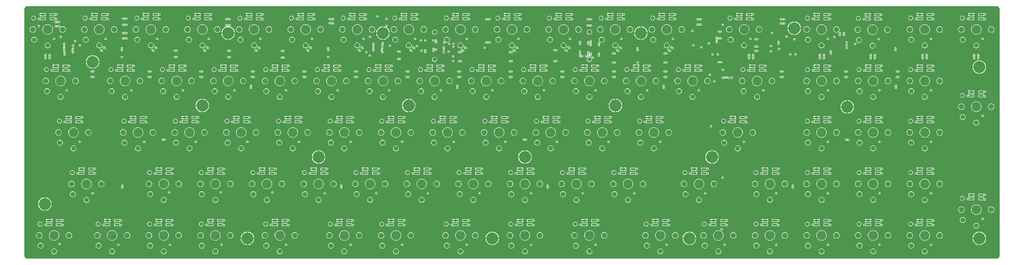
<source format=gtl>
G04*
G04 #@! TF.GenerationSoftware,Altium Limited,Altium Designer,19.1.5 (86)*
G04*
G04 Layer_Physical_Order=1*
G04 Layer_Color=255*
%FSLAX25Y25*%
%MOIN*%
G70*
G01*
G75*
%ADD10C,0.01000*%
%ADD22R,0.07087X0.02756*%
%ADD23C,0.06299*%
%ADD24C,0.05906*%
%ADD25C,0.07087*%
%ADD26C,0.05512*%
%ADD27O,0.13780X0.13780*%
%ADD28C,0.07874*%
%ADD29C,0.17500*%
%ADD30C,0.02000*%
G36*
X1430100Y384203D02*
X1430945Y384035D01*
X1431742Y383705D01*
X1432458Y383226D01*
X1433068Y382616D01*
X1433547Y381900D01*
X1433877Y381103D01*
X1434045Y380258D01*
X1434045Y379827D01*
X1434040Y22506D01*
X1434040Y20341D01*
X1433872Y19495D01*
X1433542Y18699D01*
X1433063Y17982D01*
X1432453Y17372D01*
X1431737Y16894D01*
X1430940Y16564D01*
X1430095Y16395D01*
X1429664Y16395D01*
X20614Y16395D01*
X20183D01*
X19337Y16564D01*
X18541Y16894D01*
X17824Y17372D01*
X17215Y17982D01*
X16736Y18699D01*
X16406Y19495D01*
X16238Y20341D01*
Y20772D01*
Y379827D01*
X16238Y380258D01*
X16406Y381103D01*
X16736Y381900D01*
X17215Y382616D01*
X17824Y383226D01*
X18541Y383705D01*
X19337Y384035D01*
X20183Y384203D01*
X1429669D01*
X1430100Y384203D01*
D02*
G37*
%LPC*%
G36*
X662707Y373881D02*
X662082Y373757D01*
X661871Y373616D01*
X661371Y373771D01*
Y373771D01*
X653085D01*
Y369815D01*
X661371D01*
Y370617D01*
X661871Y370884D01*
X662082Y370743D01*
X662707Y370619D01*
X663331Y370743D01*
X663860Y371096D01*
X664214Y371626D01*
X664338Y372250D01*
X664214Y372874D01*
X663860Y373404D01*
X663331Y373757D01*
X662707Y373881D01*
D02*
G37*
G36*
X587707D02*
X587082Y373757D01*
X586871Y373616D01*
X586371Y373771D01*
Y373771D01*
X578085D01*
Y369815D01*
X586371D01*
Y370617D01*
X586871Y370884D01*
X587082Y370743D01*
X587707Y370619D01*
X588331Y370743D01*
X588860Y371096D01*
X589214Y371626D01*
X589338Y372250D01*
X589214Y372874D01*
X588860Y373404D01*
X588331Y373757D01*
X587707Y373881D01*
D02*
G37*
G36*
X512707D02*
X512082Y373757D01*
X511871Y373616D01*
X511371Y373771D01*
Y373771D01*
X503085D01*
Y369815D01*
X511371D01*
Y370617D01*
X511871Y370884D01*
X512082Y370743D01*
X512707Y370619D01*
X513331Y370743D01*
X513860Y371096D01*
X514214Y371626D01*
X514338Y372250D01*
X514214Y372874D01*
X513860Y373404D01*
X513331Y373757D01*
X512707Y373881D01*
D02*
G37*
G36*
X437707D02*
X437082Y373757D01*
X436871Y373616D01*
X436371Y373771D01*
Y373771D01*
X428085D01*
Y369815D01*
X436371D01*
Y370617D01*
X436871Y370884D01*
X437082Y370743D01*
X437707Y370619D01*
X438331Y370743D01*
X438860Y371096D01*
X439214Y371626D01*
X439338Y372250D01*
X439214Y372874D01*
X438860Y373404D01*
X438331Y373757D01*
X437707Y373881D01*
D02*
G37*
G36*
X362707D02*
X362082Y373757D01*
X361871Y373616D01*
X361371Y373771D01*
Y373771D01*
X353085D01*
Y369815D01*
X361371D01*
Y370617D01*
X361871Y370884D01*
X362082Y370743D01*
X362707Y370619D01*
X363331Y370743D01*
X363860Y371096D01*
X364214Y371626D01*
X364338Y372250D01*
X364214Y372874D01*
X363860Y373404D01*
X363331Y373757D01*
X362707Y373881D01*
D02*
G37*
G36*
X287707D02*
X287082Y373757D01*
X286871Y373616D01*
X286371Y373771D01*
Y373771D01*
X278085D01*
Y369815D01*
X286371D01*
Y370617D01*
X286871Y370884D01*
X287082Y370743D01*
X287707Y370619D01*
X288331Y370743D01*
X288860Y371096D01*
X289214Y371626D01*
X289338Y372250D01*
X289214Y372874D01*
X288860Y373404D01*
X288331Y373757D01*
X287707Y373881D01*
D02*
G37*
G36*
X212707D02*
X212082Y373757D01*
X211871Y373616D01*
X211371Y373771D01*
Y373771D01*
X203085D01*
Y369815D01*
X211371D01*
Y370617D01*
X211871Y370884D01*
X212082Y370743D01*
X212707Y370619D01*
X213331Y370743D01*
X213860Y371096D01*
X214214Y371626D01*
X214338Y372250D01*
X214214Y372874D01*
X213860Y373404D01*
X213331Y373757D01*
X212707Y373881D01*
D02*
G37*
G36*
X137707D02*
X137082Y373757D01*
X136871Y373616D01*
X136371Y373771D01*
Y373771D01*
X128085D01*
Y369815D01*
X136371D01*
Y370617D01*
X136871Y370884D01*
X137082Y370743D01*
X137707Y370619D01*
X138331Y370743D01*
X138860Y371096D01*
X139214Y371626D01*
X139338Y372250D01*
X139214Y372874D01*
X138860Y373404D01*
X138331Y373757D01*
X137707Y373881D01*
D02*
G37*
G36*
X62707D02*
X62082Y373757D01*
X61871Y373616D01*
X61371Y373771D01*
Y373771D01*
X53085D01*
Y369815D01*
X61371D01*
Y370617D01*
X61871Y370884D01*
X62082Y370743D01*
X62707Y370619D01*
X63331Y370743D01*
X63860Y371096D01*
X64214Y371626D01*
X64338Y372250D01*
X64214Y372874D01*
X63860Y373404D01*
X63331Y373757D01*
X62707Y373881D01*
D02*
G37*
G36*
X1075207D02*
X1074582Y373757D01*
X1074371Y373616D01*
X1073871Y373771D01*
Y373771D01*
X1065585D01*
Y369815D01*
X1073871D01*
Y370617D01*
X1074371Y370884D01*
X1074582Y370743D01*
X1075207Y370619D01*
X1075831Y370743D01*
X1076360Y371096D01*
X1076714Y371626D01*
X1076838Y372250D01*
X1076714Y372874D01*
X1076360Y373404D01*
X1075831Y373757D01*
X1075207Y373881D01*
D02*
G37*
G36*
X962707D02*
X962082Y373757D01*
X961871Y373616D01*
X961371Y373771D01*
Y373771D01*
X953085D01*
Y369815D01*
X961371D01*
Y370617D01*
X961871Y370884D01*
X962082Y370743D01*
X962707Y370619D01*
X963331Y370743D01*
X963860Y371096D01*
X964214Y371626D01*
X964338Y372250D01*
X964214Y372874D01*
X963860Y373404D01*
X963331Y373757D01*
X962707Y373881D01*
D02*
G37*
G36*
X887707D02*
X887082Y373757D01*
X886871Y373616D01*
X886371Y373771D01*
Y373771D01*
X878085D01*
Y369815D01*
X886371D01*
Y370617D01*
X886871Y370884D01*
X887082Y370743D01*
X887707Y370619D01*
X888331Y370743D01*
X888860Y371096D01*
X889214Y371626D01*
X889338Y372250D01*
X889214Y372874D01*
X888860Y373404D01*
X888331Y373757D01*
X887707Y373881D01*
D02*
G37*
G36*
X812707D02*
X812082Y373757D01*
X811871Y373616D01*
X811371Y373771D01*
Y373771D01*
X803085D01*
Y369815D01*
X811371D01*
Y370617D01*
X811871Y370884D01*
X812082Y370743D01*
X812707Y370619D01*
X813331Y370743D01*
X813860Y371096D01*
X814214Y371626D01*
X814338Y372250D01*
X814214Y372874D01*
X813860Y373404D01*
X813331Y373757D01*
X812707Y373881D01*
D02*
G37*
G36*
X737707D02*
X737082Y373757D01*
X736871Y373616D01*
X736371Y373771D01*
Y373771D01*
X728085D01*
Y369815D01*
X736371D01*
Y370617D01*
X736871Y370884D01*
X737082Y370743D01*
X737707Y370619D01*
X738331Y370743D01*
X738860Y371096D01*
X739214Y371626D01*
X739338Y372250D01*
X739214Y372874D01*
X738860Y373404D01*
X738331Y373757D01*
X737707Y373881D01*
D02*
G37*
G36*
X1412707D02*
X1412082Y373757D01*
X1411871Y373616D01*
X1411371Y373771D01*
Y373771D01*
X1403084D01*
Y369815D01*
X1411371D01*
Y370617D01*
X1411871Y370884D01*
X1412082Y370743D01*
X1412707Y370619D01*
X1413331Y370743D01*
X1413860Y371096D01*
X1414214Y371626D01*
X1414338Y372250D01*
X1414214Y372874D01*
X1413860Y373404D01*
X1413331Y373757D01*
X1412707Y373881D01*
D02*
G37*
G36*
X1337707D02*
X1337082Y373757D01*
X1336871Y373616D01*
X1336371Y373771D01*
Y373771D01*
X1328084D01*
Y369815D01*
X1336371D01*
Y370617D01*
X1336871Y370884D01*
X1337082Y370743D01*
X1337707Y370619D01*
X1338331Y370743D01*
X1338860Y371096D01*
X1339214Y371626D01*
X1339338Y372250D01*
X1339214Y372874D01*
X1338860Y373404D01*
X1338331Y373757D01*
X1337707Y373881D01*
D02*
G37*
G36*
X1187707D02*
X1187082Y373757D01*
X1186871Y373616D01*
X1186371Y373771D01*
Y373771D01*
X1178084D01*
Y369815D01*
X1186371D01*
Y370617D01*
X1186871Y370884D01*
X1187082Y370743D01*
X1187707Y370619D01*
X1188331Y370743D01*
X1188860Y371096D01*
X1189214Y371626D01*
X1189338Y372250D01*
X1189214Y372874D01*
X1188860Y373404D01*
X1188331Y373757D01*
X1187707Y373881D01*
D02*
G37*
G36*
X1261886Y373499D02*
X1261261Y373375D01*
X1261050Y373234D01*
X1260550Y373390D01*
Y373390D01*
X1252264D01*
Y369434D01*
X1260550D01*
Y370235D01*
X1261050Y370502D01*
X1261261Y370361D01*
X1261886Y370237D01*
X1262510Y370361D01*
X1263039Y370715D01*
X1263393Y371244D01*
X1263517Y371868D01*
X1263393Y372493D01*
X1263039Y373022D01*
X1262510Y373375D01*
X1261886Y373499D01*
D02*
G37*
G36*
X1397598Y374171D02*
X1393555D01*
Y372293D01*
X1397598D01*
Y374171D01*
D02*
G37*
G36*
X1392555D02*
X1388511D01*
Y372293D01*
X1392555D01*
Y374171D01*
D02*
G37*
G36*
X1322598D02*
X1318555D01*
Y372293D01*
X1322598D01*
Y374171D01*
D02*
G37*
G36*
X1317555D02*
X1313511D01*
Y372293D01*
X1317555D01*
Y374171D01*
D02*
G37*
G36*
X1172598D02*
X1168555D01*
Y372293D01*
X1172598D01*
Y374171D01*
D02*
G37*
G36*
X1167555D02*
X1163511D01*
Y372293D01*
X1167555D01*
Y374171D01*
D02*
G37*
G36*
X1060098D02*
X1056055D01*
Y372293D01*
X1060098D01*
Y374171D01*
D02*
G37*
G36*
X1055055D02*
X1051011D01*
Y372293D01*
X1055055D01*
Y374171D01*
D02*
G37*
G36*
X947598D02*
X943555D01*
Y372293D01*
X947598D01*
Y374171D01*
D02*
G37*
G36*
X942555D02*
X938511D01*
Y372293D01*
X942555D01*
Y374171D01*
D02*
G37*
G36*
X872598D02*
X868555D01*
Y372293D01*
X872598D01*
Y374171D01*
D02*
G37*
G36*
X867555D02*
X863511D01*
Y372293D01*
X867555D01*
Y374171D01*
D02*
G37*
G36*
X797598D02*
X793555D01*
Y372293D01*
X797598D01*
Y374171D01*
D02*
G37*
G36*
X792555D02*
X788512D01*
Y372293D01*
X792555D01*
Y374171D01*
D02*
G37*
G36*
X722598D02*
X718555D01*
Y372293D01*
X722598D01*
Y374171D01*
D02*
G37*
G36*
X717555D02*
X713512D01*
Y372293D01*
X717555D01*
Y374171D01*
D02*
G37*
G36*
X647598D02*
X643555D01*
Y372293D01*
X647598D01*
Y374171D01*
D02*
G37*
G36*
X642555D02*
X638512D01*
Y372293D01*
X642555D01*
Y374171D01*
D02*
G37*
G36*
X572598D02*
X568555D01*
Y372293D01*
X572598D01*
Y374171D01*
D02*
G37*
G36*
X567555D02*
X563512D01*
Y372293D01*
X567555D01*
Y374171D01*
D02*
G37*
G36*
X497598D02*
X493555D01*
Y372293D01*
X497598D01*
Y374171D01*
D02*
G37*
G36*
X492555D02*
X488512D01*
Y372293D01*
X492555D01*
Y374171D01*
D02*
G37*
G36*
X422598D02*
X418555D01*
Y372293D01*
X422598D01*
Y374171D01*
D02*
G37*
G36*
X417555D02*
X413512D01*
Y372293D01*
X417555D01*
Y374171D01*
D02*
G37*
G36*
X347598D02*
X343555D01*
Y372293D01*
X347598D01*
Y374171D01*
D02*
G37*
G36*
X342555D02*
X338511D01*
Y372293D01*
X342555D01*
Y374171D01*
D02*
G37*
G36*
X272598D02*
X268555D01*
Y372293D01*
X272598D01*
Y374171D01*
D02*
G37*
G36*
X267555D02*
X263511D01*
Y372293D01*
X267555D01*
Y374171D01*
D02*
G37*
G36*
X197598D02*
X193555D01*
Y372293D01*
X197598D01*
Y374171D01*
D02*
G37*
G36*
X192555D02*
X188512D01*
Y372293D01*
X192555D01*
Y374171D01*
D02*
G37*
G36*
X122598D02*
X118555D01*
Y372293D01*
X122598D01*
Y374171D01*
D02*
G37*
G36*
X117555D02*
X113512D01*
Y372293D01*
X117555D01*
Y374171D01*
D02*
G37*
G36*
X47598D02*
X43555D01*
Y372293D01*
X47598D01*
Y374171D01*
D02*
G37*
G36*
X42555D02*
X38511D01*
Y372293D01*
X42555D01*
Y374171D01*
D02*
G37*
G36*
X1246777Y373790D02*
X1242734D01*
Y371912D01*
X1246777D01*
Y373790D01*
D02*
G37*
G36*
X1241734D02*
X1237691D01*
Y371912D01*
X1241734D01*
Y373790D01*
D02*
G37*
G36*
X1397598Y371293D02*
X1393555D01*
Y369415D01*
X1397598D01*
Y371293D01*
D02*
G37*
G36*
X1392555D02*
X1388511D01*
Y369415D01*
X1392555D01*
Y371293D01*
D02*
G37*
G36*
X1322598D02*
X1318555D01*
Y369415D01*
X1322598D01*
Y371293D01*
D02*
G37*
G36*
X1317555D02*
X1313511D01*
Y369415D01*
X1317555D01*
Y371293D01*
D02*
G37*
G36*
X1172598D02*
X1168555D01*
Y369415D01*
X1172598D01*
Y371293D01*
D02*
G37*
G36*
X1167555D02*
X1163511D01*
Y369415D01*
X1167555D01*
Y371293D01*
D02*
G37*
G36*
X1060098D02*
X1056055D01*
Y369415D01*
X1060098D01*
Y371293D01*
D02*
G37*
G36*
X1055055D02*
X1051011D01*
Y369415D01*
X1055055D01*
Y371293D01*
D02*
G37*
G36*
X947598D02*
X943555D01*
Y369415D01*
X947598D01*
Y371293D01*
D02*
G37*
G36*
X942555D02*
X938511D01*
Y369415D01*
X942555D01*
Y371293D01*
D02*
G37*
G36*
X872598D02*
X868555D01*
Y369415D01*
X872598D01*
Y371293D01*
D02*
G37*
G36*
X867555D02*
X863511D01*
Y369415D01*
X867555D01*
Y371293D01*
D02*
G37*
G36*
X797598D02*
X793555D01*
Y369415D01*
X797598D01*
Y371293D01*
D02*
G37*
G36*
X792555D02*
X788512D01*
Y369415D01*
X792555D01*
Y371293D01*
D02*
G37*
G36*
X722598D02*
X718555D01*
Y369415D01*
X722598D01*
Y371293D01*
D02*
G37*
G36*
X717555D02*
X713512D01*
Y369415D01*
X717555D01*
Y371293D01*
D02*
G37*
G36*
X647598D02*
X643555D01*
Y369415D01*
X647598D01*
Y371293D01*
D02*
G37*
G36*
X642555D02*
X638512D01*
Y369415D01*
X642555D01*
Y371293D01*
D02*
G37*
G36*
X572598D02*
X568555D01*
Y369415D01*
X572598D01*
Y371293D01*
D02*
G37*
G36*
X567555D02*
X563512D01*
Y369415D01*
X567555D01*
Y371293D01*
D02*
G37*
G36*
X497598D02*
X493555D01*
Y369415D01*
X497598D01*
Y371293D01*
D02*
G37*
G36*
X492555D02*
X488512D01*
Y369415D01*
X492555D01*
Y371293D01*
D02*
G37*
G36*
X422598D02*
X418555D01*
Y369415D01*
X422598D01*
Y371293D01*
D02*
G37*
G36*
X417555D02*
X413512D01*
Y369415D01*
X417555D01*
Y371293D01*
D02*
G37*
G36*
X347598D02*
X343555D01*
Y369415D01*
X347598D01*
Y371293D01*
D02*
G37*
G36*
X342555D02*
X338511D01*
Y369415D01*
X342555D01*
Y371293D01*
D02*
G37*
G36*
X272598D02*
X268555D01*
Y369415D01*
X272598D01*
Y371293D01*
D02*
G37*
G36*
X267555D02*
X263511D01*
Y369415D01*
X267555D01*
Y371293D01*
D02*
G37*
G36*
X197598D02*
X193555D01*
Y369415D01*
X197598D01*
Y371293D01*
D02*
G37*
G36*
X192555D02*
X188512D01*
Y369415D01*
X192555D01*
Y371293D01*
D02*
G37*
G36*
X122598D02*
X118555D01*
Y369415D01*
X122598D01*
Y371293D01*
D02*
G37*
G36*
X117555D02*
X113512D01*
Y369415D01*
X117555D01*
Y371293D01*
D02*
G37*
G36*
X47598D02*
X43555D01*
Y369415D01*
X47598D01*
Y371293D01*
D02*
G37*
G36*
X42555D02*
X38511D01*
Y369415D01*
X42555D01*
Y371293D01*
D02*
G37*
G36*
X1246777Y370912D02*
X1242734D01*
Y369034D01*
X1246777D01*
Y370912D01*
D02*
G37*
G36*
X1241734D02*
X1237691D01*
Y369034D01*
X1241734D01*
Y370912D01*
D02*
G37*
G36*
X529750Y370881D02*
X529126Y370757D01*
X528596Y370404D01*
X528243Y369874D01*
X528119Y369250D01*
X528243Y368626D01*
X528596Y368096D01*
X529126Y367743D01*
X529750Y367619D01*
X530374Y367743D01*
X530903Y368096D01*
X531257Y368626D01*
X531381Y369250D01*
X531257Y369874D01*
X530903Y370404D01*
X530374Y370757D01*
X529750Y370881D01*
D02*
G37*
G36*
X164500Y367631D02*
X163876Y367507D01*
X163629Y367342D01*
X163250Y367192D01*
X162871Y367342D01*
X162624Y367507D01*
X162000Y367631D01*
X161376Y367507D01*
X161129Y367342D01*
X160750Y367192D01*
X160371Y367342D01*
X160124Y367507D01*
X159500Y367631D01*
X158876Y367507D01*
X158346Y367154D01*
X157993Y366624D01*
X157869Y366000D01*
X157993Y365376D01*
X158346Y364846D01*
X158876Y364493D01*
X159500Y364369D01*
X160124Y364493D01*
X160371Y364658D01*
X160750Y364808D01*
X161129Y364658D01*
X161376Y364493D01*
X162000Y364369D01*
X162624Y364493D01*
X162871Y364658D01*
X163250Y364808D01*
X163629Y364658D01*
X163876Y364493D01*
X164500Y364369D01*
X165124Y364493D01*
X165654Y364846D01*
X166007Y365376D01*
X166131Y366000D01*
X166007Y366624D01*
X165654Y367154D01*
X165124Y367507D01*
X164500Y367631D01*
D02*
G37*
G36*
X1397198Y367866D02*
X1388911D01*
Y366872D01*
X1388382D01*
X1388360Y366903D01*
X1387831Y367257D01*
X1387207Y367381D01*
X1386582Y367257D01*
X1386053Y366903D01*
X1385699Y366374D01*
X1385575Y365750D01*
X1385699Y365126D01*
X1386053Y364597D01*
X1386582Y364243D01*
X1387207Y364119D01*
X1387831Y364243D01*
X1388360Y364597D01*
X1388382Y364629D01*
X1388911D01*
Y363910D01*
X1397198D01*
Y367866D01*
D02*
G37*
G36*
X1322198D02*
X1313911D01*
Y366872D01*
X1313382D01*
X1313360Y366903D01*
X1312831Y367257D01*
X1312207Y367381D01*
X1311582Y367257D01*
X1311053Y366903D01*
X1310699Y366374D01*
X1310575Y365750D01*
X1310699Y365126D01*
X1311053Y364597D01*
X1311582Y364243D01*
X1312207Y364119D01*
X1312831Y364243D01*
X1313360Y364597D01*
X1313382Y364629D01*
X1313911D01*
Y363910D01*
X1322198D01*
Y367866D01*
D02*
G37*
G36*
X1172198D02*
X1163911D01*
Y366872D01*
X1163382D01*
X1163360Y366903D01*
X1162831Y367257D01*
X1162207Y367381D01*
X1161582Y367257D01*
X1161053Y366903D01*
X1160699Y366374D01*
X1160575Y365750D01*
X1160699Y365126D01*
X1161053Y364597D01*
X1161582Y364243D01*
X1162207Y364119D01*
X1162831Y364243D01*
X1163360Y364597D01*
X1163382Y364629D01*
X1163911D01*
Y363910D01*
X1172198D01*
Y367866D01*
D02*
G37*
G36*
X1059698D02*
X1051412D01*
Y366872D01*
X1050881D01*
X1050860Y366903D01*
X1050331Y367257D01*
X1049707Y367381D01*
X1049082Y367257D01*
X1048553Y366903D01*
X1048199Y366374D01*
X1048075Y365750D01*
X1048199Y365126D01*
X1048553Y364597D01*
X1049082Y364243D01*
X1049707Y364119D01*
X1050331Y364243D01*
X1050860Y364597D01*
X1050881Y364629D01*
X1051412D01*
Y363910D01*
X1059698D01*
Y367866D01*
D02*
G37*
G36*
X947198D02*
X938912D01*
Y366872D01*
X938381D01*
X938360Y366903D01*
X937831Y367257D01*
X937207Y367381D01*
X936582Y367257D01*
X936053Y366903D01*
X935699Y366374D01*
X935575Y365750D01*
X935699Y365126D01*
X936053Y364597D01*
X936582Y364243D01*
X937207Y364119D01*
X937831Y364243D01*
X938360Y364597D01*
X938381Y364629D01*
X938912D01*
Y363910D01*
X947198D01*
Y367866D01*
D02*
G37*
G36*
X872198D02*
X863912D01*
Y366872D01*
X863381D01*
X863360Y366903D01*
X862831Y367257D01*
X862207Y367381D01*
X861582Y367257D01*
X861053Y366903D01*
X860699Y366374D01*
X860575Y365750D01*
X860699Y365126D01*
X861053Y364597D01*
X861582Y364243D01*
X862207Y364119D01*
X862831Y364243D01*
X863360Y364597D01*
X863381Y364629D01*
X863912D01*
Y363910D01*
X872198D01*
Y367866D01*
D02*
G37*
G36*
X797198D02*
X788911D01*
Y366872D01*
X788381D01*
X788360Y366903D01*
X787831Y367257D01*
X787207Y367381D01*
X786582Y367257D01*
X786053Y366903D01*
X785699Y366374D01*
X785575Y365750D01*
X785699Y365126D01*
X786053Y364597D01*
X786582Y364243D01*
X787207Y364119D01*
X787831Y364243D01*
X788360Y364597D01*
X788381Y364629D01*
X788911D01*
Y363910D01*
X797198D01*
Y367866D01*
D02*
G37*
G36*
X722198D02*
X713911D01*
Y366872D01*
X713381D01*
X713360Y366903D01*
X712831Y367257D01*
X712207Y367381D01*
X711582Y367257D01*
X711053Y366903D01*
X710699Y366374D01*
X710575Y365750D01*
X710699Y365126D01*
X711053Y364597D01*
X711582Y364243D01*
X712207Y364119D01*
X712831Y364243D01*
X713360Y364597D01*
X713381Y364629D01*
X713911D01*
Y363910D01*
X722198D01*
Y367866D01*
D02*
G37*
G36*
X647198D02*
X638911D01*
Y366872D01*
X638381D01*
X638360Y366903D01*
X637831Y367257D01*
X637207Y367381D01*
X636582Y367257D01*
X636053Y366903D01*
X635699Y366374D01*
X635575Y365750D01*
X635699Y365126D01*
X636053Y364597D01*
X636582Y364243D01*
X637207Y364119D01*
X637831Y364243D01*
X638360Y364597D01*
X638381Y364629D01*
X638911D01*
Y363910D01*
X647198D01*
Y367866D01*
D02*
G37*
G36*
X572198D02*
X563911D01*
Y366872D01*
X563381D01*
X563360Y366903D01*
X562831Y367257D01*
X562207Y367381D01*
X561582Y367257D01*
X561053Y366903D01*
X560699Y366374D01*
X560575Y365750D01*
X560699Y365126D01*
X561053Y364597D01*
X561582Y364243D01*
X562207Y364119D01*
X562831Y364243D01*
X563360Y364597D01*
X563381Y364629D01*
X563911D01*
Y363910D01*
X572198D01*
Y367866D01*
D02*
G37*
G36*
X497198D02*
X488911D01*
Y366872D01*
X488381D01*
X488360Y366903D01*
X487831Y367257D01*
X487207Y367381D01*
X486582Y367257D01*
X486053Y366903D01*
X485699Y366374D01*
X485575Y365750D01*
X485699Y365126D01*
X486053Y364597D01*
X486582Y364243D01*
X487207Y364119D01*
X487831Y364243D01*
X488360Y364597D01*
X488381Y364629D01*
X488911D01*
Y363910D01*
X497198D01*
Y367866D01*
D02*
G37*
G36*
X422198D02*
X413911D01*
Y366872D01*
X413381D01*
X413360Y366903D01*
X412831Y367257D01*
X412207Y367381D01*
X411582Y367257D01*
X411053Y366903D01*
X410699Y366374D01*
X410575Y365750D01*
X410699Y365126D01*
X411053Y364597D01*
X411582Y364243D01*
X412207Y364119D01*
X412831Y364243D01*
X413360Y364597D01*
X413381Y364629D01*
X413911D01*
Y363910D01*
X422198D01*
Y367866D01*
D02*
G37*
G36*
X347198D02*
X338912D01*
Y366872D01*
X338382D01*
X338360Y366903D01*
X337831Y367257D01*
X337207Y367381D01*
X336582Y367257D01*
X336053Y366903D01*
X335699Y366374D01*
X335575Y365750D01*
X335699Y365126D01*
X336053Y364597D01*
X336582Y364243D01*
X337207Y364119D01*
X337831Y364243D01*
X338360Y364597D01*
X338382Y364629D01*
X338912D01*
Y363910D01*
X347198D01*
Y367866D01*
D02*
G37*
G36*
X272198D02*
X263912D01*
Y366872D01*
X263382D01*
X263360Y366903D01*
X262831Y367257D01*
X262207Y367381D01*
X261582Y367257D01*
X261053Y366903D01*
X260699Y366374D01*
X260575Y365750D01*
X260699Y365126D01*
X261053Y364597D01*
X261582Y364243D01*
X262207Y364119D01*
X262831Y364243D01*
X263360Y364597D01*
X263382Y364629D01*
X263912D01*
Y363910D01*
X272198D01*
Y367866D01*
D02*
G37*
G36*
X197198D02*
X188911D01*
Y366872D01*
X188382D01*
X188360Y366903D01*
X187831Y367257D01*
X187207Y367381D01*
X186582Y367257D01*
X186053Y366903D01*
X185699Y366374D01*
X185575Y365750D01*
X185699Y365126D01*
X186053Y364597D01*
X186582Y364243D01*
X187207Y364119D01*
X187831Y364243D01*
X188360Y364597D01*
X188382Y364629D01*
X188911D01*
Y363910D01*
X197198D01*
Y367866D01*
D02*
G37*
G36*
X122198D02*
X113911D01*
Y366872D01*
X113382D01*
X113360Y366903D01*
X112831Y367257D01*
X112207Y367381D01*
X111582Y367257D01*
X111053Y366903D01*
X110699Y366374D01*
X110575Y365750D01*
X110699Y365126D01*
X111053Y364597D01*
X111582Y364243D01*
X112207Y364119D01*
X112831Y364243D01*
X113360Y364597D01*
X113382Y364629D01*
X113911D01*
Y363910D01*
X122198D01*
Y367866D01*
D02*
G37*
G36*
X47198D02*
X38912D01*
Y366872D01*
X38381D01*
X38360Y366903D01*
X37831Y367257D01*
X37207Y367381D01*
X36582Y367257D01*
X36053Y366903D01*
X35699Y366374D01*
X35575Y365750D01*
X35699Y365126D01*
X36053Y364597D01*
X36582Y364243D01*
X37207Y364119D01*
X37831Y364243D01*
X38360Y364597D01*
X38381Y364629D01*
X38912D01*
Y363910D01*
X47198D01*
Y367866D01*
D02*
G37*
G36*
X465000Y367131D02*
X464376Y367007D01*
X464129Y366842D01*
X463750Y366692D01*
X463371Y366842D01*
X463124Y367007D01*
X462500Y367131D01*
X461876Y367007D01*
X461629Y366842D01*
X461250Y366692D01*
X460871Y366842D01*
X460624Y367007D01*
X460000Y367131D01*
X459376Y367007D01*
X458847Y366653D01*
X458493Y366124D01*
X458369Y365500D01*
X458493Y364876D01*
X458847Y364347D01*
X459376Y363993D01*
X460000Y363869D01*
X460624Y363993D01*
X460871Y364158D01*
X461250Y364308D01*
X461629Y364158D01*
X461876Y363993D01*
X462500Y363869D01*
X463124Y363993D01*
X463371Y364158D01*
X463750Y364308D01*
X464129Y364158D01*
X464376Y363993D01*
X465000Y363869D01*
X465624Y363993D01*
X466153Y364347D01*
X466507Y364876D01*
X466631Y365500D01*
X466507Y366124D01*
X466153Y366653D01*
X465624Y367007D01*
X465000Y367131D01*
D02*
G37*
G36*
X314500D02*
X313876Y367007D01*
X313629Y366842D01*
X313250Y366692D01*
X312871Y366842D01*
X312624Y367007D01*
X312000Y367131D01*
X311376Y367007D01*
X311129Y366842D01*
X310750Y366692D01*
X310371Y366842D01*
X310124Y367007D01*
X309500Y367131D01*
X308876Y367007D01*
X308347Y366653D01*
X307993Y366124D01*
X307869Y365500D01*
X307993Y364876D01*
X308347Y364347D01*
X308876Y363993D01*
X309500Y363869D01*
X310124Y363993D01*
X310371Y364158D01*
X310750Y364308D01*
X311129Y364158D01*
X311376Y363993D01*
X312000Y363869D01*
X312624Y363993D01*
X312871Y364158D01*
X313250Y364308D01*
X313629Y364158D01*
X313876Y363993D01*
X314500Y363869D01*
X315124Y363993D01*
X315653Y364347D01*
X316007Y364876D01*
X316131Y365500D01*
X316007Y366124D01*
X315653Y366653D01*
X315124Y367007D01*
X314500Y367131D01*
D02*
G37*
G36*
X1246377Y367484D02*
X1238091D01*
Y366490D01*
X1237561D01*
X1237539Y366522D01*
X1237010Y366875D01*
X1236386Y367000D01*
X1235762Y366875D01*
X1235232Y366522D01*
X1234879Y365992D01*
X1234754Y365368D01*
X1234879Y364744D01*
X1235232Y364215D01*
X1235762Y363861D01*
X1236386Y363737D01*
X1237010Y363861D01*
X1237539Y364215D01*
X1237561Y364247D01*
X1238091D01*
Y363528D01*
X1246377D01*
Y367484D01*
D02*
G37*
G36*
X1121000Y366631D02*
X1120376Y366507D01*
X1120129Y366342D01*
X1119750Y366192D01*
X1119371Y366342D01*
X1119124Y366507D01*
X1118500Y366631D01*
X1117876Y366507D01*
X1117629Y366342D01*
X1117250Y366192D01*
X1116871Y366342D01*
X1116624Y366507D01*
X1116000Y366631D01*
X1115376Y366507D01*
X1114847Y366154D01*
X1114493Y365624D01*
X1114369Y365000D01*
X1114493Y364376D01*
X1114847Y363846D01*
X1115376Y363493D01*
X1116000Y363369D01*
X1116624Y363493D01*
X1116871Y363658D01*
X1117250Y363808D01*
X1117629Y363658D01*
X1117876Y363493D01*
X1118500Y363369D01*
X1119124Y363493D01*
X1119371Y363658D01*
X1119750Y363808D01*
X1120129Y363658D01*
X1120376Y363493D01*
X1121000Y363369D01*
X1121624Y363493D01*
X1122153Y363846D01*
X1122507Y364376D01*
X1122631Y365000D01*
X1122507Y365624D01*
X1122153Y366154D01*
X1121624Y366507D01*
X1121000Y366631D01*
D02*
G37*
G36*
X999500D02*
X998876Y366507D01*
X998629Y366342D01*
X998250Y366192D01*
X997871Y366342D01*
X997624Y366507D01*
X997000Y366631D01*
X996376Y366507D01*
X996129Y366342D01*
X995750Y366192D01*
X995371Y366342D01*
X995124Y366507D01*
X994500Y366631D01*
X993876Y366507D01*
X993347Y366154D01*
X992993Y365624D01*
X992869Y365000D01*
X992993Y364376D01*
X993347Y363846D01*
X993876Y363493D01*
X994500Y363369D01*
X995124Y363493D01*
X995371Y363658D01*
X995750Y363808D01*
X996129Y363658D01*
X996376Y363493D01*
X997000Y363369D01*
X997624Y363493D01*
X997871Y363658D01*
X998250Y363808D01*
X998629Y363658D01*
X998876Y363493D01*
X999500Y363369D01*
X1000124Y363493D01*
X1000653Y363846D01*
X1001007Y364376D01*
X1001131Y365000D01*
X1001007Y365624D01*
X1000653Y366154D01*
X1000124Y366507D01*
X999500Y366631D01*
D02*
G37*
G36*
X840000D02*
X839376Y366507D01*
X839129Y366342D01*
X838750Y366192D01*
X838371Y366342D01*
X838124Y366507D01*
X837500Y366631D01*
X836876Y366507D01*
X836629Y366342D01*
X836250Y366192D01*
X835871Y366342D01*
X835624Y366507D01*
X835000Y366631D01*
X834376Y366507D01*
X833846Y366154D01*
X833493Y365624D01*
X833369Y365000D01*
X833493Y364376D01*
X833846Y363846D01*
X834376Y363493D01*
X835000Y363369D01*
X835624Y363493D01*
X835871Y363658D01*
X836250Y363808D01*
X836629Y363658D01*
X836876Y363493D01*
X837500Y363369D01*
X838124Y363493D01*
X838371Y363658D01*
X838750Y363808D01*
X839129Y363658D01*
X839376Y363493D01*
X840000Y363369D01*
X840624Y363493D01*
X841154Y363846D01*
X841507Y364376D01*
X841631Y365000D01*
X841507Y365624D01*
X841154Y366154D01*
X840624Y366507D01*
X840000Y366631D01*
D02*
G37*
G36*
X692500D02*
X691876Y366507D01*
X691629Y366342D01*
X691250Y366192D01*
X690871Y366342D01*
X690624Y366507D01*
X690000Y366631D01*
X689376Y366507D01*
X689129Y366342D01*
X688750Y366192D01*
X688371Y366342D01*
X688124Y366507D01*
X687500Y366631D01*
X686876Y366507D01*
X686346Y366154D01*
X685993Y365624D01*
X685869Y365000D01*
X685993Y364376D01*
X686346Y363846D01*
X686876Y363493D01*
X687500Y363369D01*
X688124Y363493D01*
X688371Y363658D01*
X688750Y363808D01*
X689129Y363658D01*
X689376Y363493D01*
X690000Y363369D01*
X690624Y363493D01*
X690871Y363658D01*
X691250Y363808D01*
X691629Y363658D01*
X691876Y363493D01*
X692500Y363369D01*
X693124Y363493D01*
X693653Y363846D01*
X694007Y364376D01*
X694131Y365000D01*
X694007Y365624D01*
X693653Y366154D01*
X693124Y366507D01*
X692500Y366631D01*
D02*
G37*
G36*
X542750Y367381D02*
X542126Y367257D01*
X541597Y366903D01*
X541243Y366374D01*
X541119Y365750D01*
X541243Y365126D01*
X541597Y364597D01*
X542126Y364243D01*
X542750Y364119D01*
X543374Y364243D01*
X543903Y364597D01*
X544257Y365126D01*
X544381Y365750D01*
X544257Y366374D01*
X543903Y366903D01*
X543374Y367257D01*
X542750Y367381D01*
D02*
G37*
G36*
X1411371Y367866D02*
X1403084D01*
Y363910D01*
X1411371D01*
Y363910D01*
X1411863Y363890D01*
X1412082Y363743D01*
X1412707Y363619D01*
X1413331Y363743D01*
X1413860Y364096D01*
X1414214Y364626D01*
X1414338Y365250D01*
X1414214Y365874D01*
X1413860Y366404D01*
X1413331Y366757D01*
X1412707Y366881D01*
X1412082Y366757D01*
X1411871Y366616D01*
X1411371Y366883D01*
Y367866D01*
D02*
G37*
G36*
X1336371D02*
X1328084D01*
Y363910D01*
X1336371D01*
Y363910D01*
X1336863Y363890D01*
X1337082Y363743D01*
X1337707Y363619D01*
X1338331Y363743D01*
X1338860Y364096D01*
X1339214Y364626D01*
X1339338Y365250D01*
X1339214Y365874D01*
X1338860Y366404D01*
X1338331Y366757D01*
X1337707Y366881D01*
X1337082Y366757D01*
X1336871Y366616D01*
X1336371Y366883D01*
Y367866D01*
D02*
G37*
G36*
X1186371D02*
X1178084D01*
Y363910D01*
X1186371D01*
Y363910D01*
X1186863Y363890D01*
X1187082Y363743D01*
X1187707Y363619D01*
X1188331Y363743D01*
X1188860Y364096D01*
X1189214Y364626D01*
X1189338Y365250D01*
X1189214Y365874D01*
X1188860Y366404D01*
X1188331Y366757D01*
X1187707Y366881D01*
X1187082Y366757D01*
X1186871Y366616D01*
X1186371Y366883D01*
Y367866D01*
D02*
G37*
G36*
X1073871D02*
X1065585D01*
Y363910D01*
X1073871D01*
Y363910D01*
X1074363Y363890D01*
X1074582Y363743D01*
X1075207Y363619D01*
X1075831Y363743D01*
X1076360Y364096D01*
X1076714Y364626D01*
X1076838Y365250D01*
X1076714Y365874D01*
X1076360Y366404D01*
X1075831Y366757D01*
X1075207Y366881D01*
X1074582Y366757D01*
X1074371Y366616D01*
X1073871Y366883D01*
Y367866D01*
D02*
G37*
G36*
X961371D02*
X953085D01*
Y363910D01*
X961371D01*
Y363910D01*
X961863Y363890D01*
X962082Y363743D01*
X962707Y363619D01*
X963331Y363743D01*
X963860Y364096D01*
X964214Y364626D01*
X964338Y365250D01*
X964214Y365874D01*
X963860Y366404D01*
X963331Y366757D01*
X962707Y366881D01*
X962082Y366757D01*
X961871Y366616D01*
X961371Y366883D01*
Y367866D01*
D02*
G37*
G36*
X886371D02*
X878085D01*
Y363910D01*
X886371D01*
Y363910D01*
X886863Y363890D01*
X887082Y363743D01*
X887707Y363619D01*
X888331Y363743D01*
X888860Y364096D01*
X889214Y364626D01*
X889338Y365250D01*
X889214Y365874D01*
X888860Y366404D01*
X888331Y366757D01*
X887707Y366881D01*
X887082Y366757D01*
X886871Y366616D01*
X886371Y366883D01*
Y367866D01*
D02*
G37*
G36*
X811371D02*
X803085D01*
Y363910D01*
X811371D01*
Y363910D01*
X811863Y363890D01*
X812082Y363743D01*
X812707Y363619D01*
X813331Y363743D01*
X813860Y364096D01*
X814214Y364626D01*
X814338Y365250D01*
X814214Y365874D01*
X813860Y366404D01*
X813331Y366757D01*
X812707Y366881D01*
X812082Y366757D01*
X811871Y366616D01*
X811371Y366883D01*
Y367866D01*
D02*
G37*
G36*
X736371D02*
X728085D01*
Y363910D01*
X736371D01*
Y363910D01*
X736863Y363890D01*
X737082Y363743D01*
X737707Y363619D01*
X738331Y363743D01*
X738860Y364096D01*
X739214Y364626D01*
X739338Y365250D01*
X739214Y365874D01*
X738860Y366404D01*
X738331Y366757D01*
X737707Y366881D01*
X737082Y366757D01*
X736871Y366616D01*
X736371Y366883D01*
Y367866D01*
D02*
G37*
G36*
X661371D02*
X653085D01*
Y363910D01*
X661371D01*
Y363910D01*
X661863Y363890D01*
X662082Y363743D01*
X662707Y363619D01*
X663331Y363743D01*
X663860Y364096D01*
X664214Y364626D01*
X664338Y365250D01*
X664214Y365874D01*
X663860Y366404D01*
X663331Y366757D01*
X662707Y366881D01*
X662082Y366757D01*
X661871Y366616D01*
X661371Y366883D01*
Y367866D01*
D02*
G37*
G36*
X586371D02*
X578085D01*
Y363910D01*
X586371D01*
Y363910D01*
X586863Y363890D01*
X587082Y363743D01*
X587707Y363619D01*
X588331Y363743D01*
X588860Y364096D01*
X589214Y364626D01*
X589338Y365250D01*
X589214Y365874D01*
X588860Y366404D01*
X588331Y366757D01*
X587707Y366881D01*
X587082Y366757D01*
X586871Y366616D01*
X586371Y366883D01*
Y367866D01*
D02*
G37*
G36*
X511371D02*
X503085D01*
Y363910D01*
X511371D01*
Y363910D01*
X511863Y363890D01*
X512082Y363743D01*
X512707Y363619D01*
X513331Y363743D01*
X513860Y364096D01*
X514214Y364626D01*
X514338Y365250D01*
X514214Y365874D01*
X513860Y366404D01*
X513331Y366757D01*
X512707Y366881D01*
X512082Y366757D01*
X511871Y366616D01*
X511371Y366883D01*
Y367866D01*
D02*
G37*
G36*
X436371D02*
X428085D01*
Y363910D01*
X436371D01*
Y363910D01*
X436863Y363890D01*
X437082Y363743D01*
X437707Y363619D01*
X438331Y363743D01*
X438860Y364096D01*
X439214Y364626D01*
X439338Y365250D01*
X439214Y365874D01*
X438860Y366404D01*
X438331Y366757D01*
X437707Y366881D01*
X437082Y366757D01*
X436871Y366616D01*
X436371Y366883D01*
Y367866D01*
D02*
G37*
G36*
X361371D02*
X353085D01*
Y363910D01*
X361371D01*
Y363910D01*
X361863Y363890D01*
X362082Y363743D01*
X362707Y363619D01*
X363331Y363743D01*
X363860Y364096D01*
X364214Y364626D01*
X364338Y365250D01*
X364214Y365874D01*
X363860Y366404D01*
X363331Y366757D01*
X362707Y366881D01*
X362082Y366757D01*
X361871Y366616D01*
X361371Y366883D01*
Y367866D01*
D02*
G37*
G36*
X286371D02*
X278085D01*
Y363910D01*
X286371D01*
Y363910D01*
X286863Y363890D01*
X287082Y363743D01*
X287707Y363619D01*
X288331Y363743D01*
X288860Y364096D01*
X289214Y364626D01*
X289338Y365250D01*
X289214Y365874D01*
X288860Y366404D01*
X288331Y366757D01*
X287707Y366881D01*
X287082Y366757D01*
X286871Y366616D01*
X286371Y366883D01*
Y367866D01*
D02*
G37*
G36*
X211371D02*
X203085D01*
Y363910D01*
X211371D01*
Y363910D01*
X211863Y363890D01*
X212082Y363743D01*
X212707Y363619D01*
X213331Y363743D01*
X213860Y364096D01*
X214214Y364626D01*
X214338Y365250D01*
X214214Y365874D01*
X213860Y366404D01*
X213331Y366757D01*
X212707Y366881D01*
X212082Y366757D01*
X211871Y366616D01*
X211371Y366883D01*
Y367866D01*
D02*
G37*
G36*
X136371D02*
X128085D01*
Y363910D01*
X136371D01*
Y363910D01*
X136863Y363890D01*
X137082Y363743D01*
X137707Y363619D01*
X138331Y363743D01*
X138860Y364096D01*
X139214Y364626D01*
X139338Y365250D01*
X139214Y365874D01*
X138860Y366404D01*
X138331Y366757D01*
X137707Y366881D01*
X137082Y366757D01*
X136871Y366616D01*
X136371Y366883D01*
Y367866D01*
D02*
G37*
G36*
X61371D02*
X53085D01*
Y363910D01*
X61371D01*
Y363910D01*
X61863Y363890D01*
X62082Y363743D01*
X62707Y363619D01*
X63331Y363743D01*
X63860Y364096D01*
X64214Y364626D01*
X64338Y365250D01*
X64214Y365874D01*
X63860Y366404D01*
X63331Y366757D01*
X62707Y366881D01*
X62082Y366757D01*
X61871Y366616D01*
X61371Y366883D01*
Y367866D01*
D02*
G37*
G36*
X1379590Y370219D02*
X1378714Y370104D01*
X1377898Y369766D01*
X1377197Y369228D01*
X1376659Y368527D01*
X1376320Y367711D01*
X1376205Y366835D01*
X1376320Y365958D01*
X1376659Y365142D01*
X1377197Y364441D01*
X1377898Y363903D01*
X1378714Y363565D01*
X1379590Y363450D01*
X1380466Y363565D01*
X1381283Y363903D01*
X1381983Y364441D01*
X1382521Y365142D01*
X1382860Y365958D01*
X1382975Y366835D01*
X1382860Y367711D01*
X1382521Y368527D01*
X1381983Y369228D01*
X1381283Y369766D01*
X1380466Y370104D01*
X1379590Y370219D01*
D02*
G37*
G36*
X1304590D02*
X1303714Y370104D01*
X1302898Y369766D01*
X1302197Y369228D01*
X1301659Y368527D01*
X1301320Y367711D01*
X1301205Y366835D01*
X1301320Y365958D01*
X1301659Y365142D01*
X1302197Y364441D01*
X1302898Y363903D01*
X1303714Y363565D01*
X1304590Y363450D01*
X1305466Y363565D01*
X1306283Y363903D01*
X1306983Y364441D01*
X1307521Y365142D01*
X1307860Y365958D01*
X1307975Y366835D01*
X1307860Y367711D01*
X1307521Y368527D01*
X1306983Y369228D01*
X1306283Y369766D01*
X1305466Y370104D01*
X1304590Y370219D01*
D02*
G37*
G36*
X1154590D02*
X1153714Y370104D01*
X1152898Y369766D01*
X1152197Y369228D01*
X1151659Y368527D01*
X1151320Y367711D01*
X1151205Y366835D01*
X1151320Y365958D01*
X1151659Y365142D01*
X1152197Y364441D01*
X1152898Y363903D01*
X1153714Y363565D01*
X1154590Y363450D01*
X1155466Y363565D01*
X1156283Y363903D01*
X1156983Y364441D01*
X1157521Y365142D01*
X1157860Y365958D01*
X1157975Y366835D01*
X1157860Y367711D01*
X1157521Y368527D01*
X1156983Y369228D01*
X1156283Y369766D01*
X1155466Y370104D01*
X1154590Y370219D01*
D02*
G37*
G36*
X1042090D02*
X1041214Y370104D01*
X1040398Y369766D01*
X1039697Y369228D01*
X1039159Y368527D01*
X1038821Y367711D01*
X1038705Y366835D01*
X1038821Y365958D01*
X1039159Y365142D01*
X1039697Y364441D01*
X1040398Y363903D01*
X1041214Y363565D01*
X1042090Y363450D01*
X1042966Y363565D01*
X1043783Y363903D01*
X1044484Y364441D01*
X1045022Y365142D01*
X1045360Y365958D01*
X1045475Y366835D01*
X1045360Y367711D01*
X1045022Y368527D01*
X1044484Y369228D01*
X1043783Y369766D01*
X1042966Y370104D01*
X1042090Y370219D01*
D02*
G37*
G36*
X929590D02*
X928714Y370104D01*
X927898Y369766D01*
X927197Y369228D01*
X926659Y368527D01*
X926321Y367711D01*
X926205Y366835D01*
X926321Y365958D01*
X926659Y365142D01*
X927197Y364441D01*
X927898Y363903D01*
X928714Y363565D01*
X929590Y363450D01*
X930466Y363565D01*
X931283Y363903D01*
X931984Y364441D01*
X932522Y365142D01*
X932860Y365958D01*
X932975Y366835D01*
X932860Y367711D01*
X932522Y368527D01*
X931984Y369228D01*
X931283Y369766D01*
X930466Y370104D01*
X929590Y370219D01*
D02*
G37*
G36*
X854590D02*
X853714Y370104D01*
X852898Y369766D01*
X852197Y369228D01*
X851659Y368527D01*
X851321Y367711D01*
X851205Y366835D01*
X851321Y365958D01*
X851659Y365142D01*
X852197Y364441D01*
X852898Y363903D01*
X853714Y363565D01*
X854590Y363450D01*
X855466Y363565D01*
X856283Y363903D01*
X856984Y364441D01*
X857522Y365142D01*
X857860Y365958D01*
X857975Y366835D01*
X857860Y367711D01*
X857522Y368527D01*
X856984Y369228D01*
X856283Y369766D01*
X855466Y370104D01*
X854590Y370219D01*
D02*
G37*
G36*
X779590D02*
X778714Y370104D01*
X777898Y369766D01*
X777197Y369228D01*
X776659Y368527D01*
X776321Y367711D01*
X776205Y366835D01*
X776321Y365958D01*
X776659Y365142D01*
X777197Y364441D01*
X777898Y363903D01*
X778714Y363565D01*
X779590Y363450D01*
X780466Y363565D01*
X781283Y363903D01*
X781984Y364441D01*
X782522Y365142D01*
X782860Y365958D01*
X782975Y366835D01*
X782860Y367711D01*
X782522Y368527D01*
X781984Y369228D01*
X781283Y369766D01*
X780466Y370104D01*
X779590Y370219D01*
D02*
G37*
G36*
X704590D02*
X703714Y370104D01*
X702898Y369766D01*
X702197Y369228D01*
X701659Y368527D01*
X701321Y367711D01*
X701205Y366835D01*
X701321Y365958D01*
X701659Y365142D01*
X702197Y364441D01*
X702898Y363903D01*
X703714Y363565D01*
X704590Y363450D01*
X705466Y363565D01*
X706283Y363903D01*
X706984Y364441D01*
X707522Y365142D01*
X707860Y365958D01*
X707975Y366835D01*
X707860Y367711D01*
X707522Y368527D01*
X706984Y369228D01*
X706283Y369766D01*
X705466Y370104D01*
X704590Y370219D01*
D02*
G37*
G36*
X629590D02*
X628714Y370104D01*
X627898Y369766D01*
X627197Y369228D01*
X626659Y368527D01*
X626321Y367711D01*
X626205Y366835D01*
X626321Y365958D01*
X626659Y365142D01*
X627197Y364441D01*
X627898Y363903D01*
X628714Y363565D01*
X629590Y363450D01*
X630466Y363565D01*
X631283Y363903D01*
X631984Y364441D01*
X632522Y365142D01*
X632860Y365958D01*
X632975Y366835D01*
X632860Y367711D01*
X632522Y368527D01*
X631984Y369228D01*
X631283Y369766D01*
X630466Y370104D01*
X629590Y370219D01*
D02*
G37*
G36*
X554590D02*
X553714Y370104D01*
X552898Y369766D01*
X552197Y369228D01*
X551659Y368527D01*
X551321Y367711D01*
X551205Y366835D01*
X551321Y365958D01*
X551659Y365142D01*
X552197Y364441D01*
X552898Y363903D01*
X553714Y363565D01*
X554590Y363450D01*
X555466Y363565D01*
X556283Y363903D01*
X556984Y364441D01*
X557522Y365142D01*
X557860Y365958D01*
X557975Y366835D01*
X557860Y367711D01*
X557522Y368527D01*
X556984Y369228D01*
X556283Y369766D01*
X555466Y370104D01*
X554590Y370219D01*
D02*
G37*
G36*
X479590D02*
X478714Y370104D01*
X477898Y369766D01*
X477197Y369228D01*
X476659Y368527D01*
X476321Y367711D01*
X476205Y366835D01*
X476321Y365958D01*
X476659Y365142D01*
X477197Y364441D01*
X477898Y363903D01*
X478714Y363565D01*
X479590Y363450D01*
X480466Y363565D01*
X481283Y363903D01*
X481984Y364441D01*
X482522Y365142D01*
X482860Y365958D01*
X482975Y366835D01*
X482860Y367711D01*
X482522Y368527D01*
X481984Y369228D01*
X481283Y369766D01*
X480466Y370104D01*
X479590Y370219D01*
D02*
G37*
G36*
X404590D02*
X403714Y370104D01*
X402898Y369766D01*
X402197Y369228D01*
X401659Y368527D01*
X401321Y367711D01*
X401205Y366835D01*
X401321Y365958D01*
X401659Y365142D01*
X402197Y364441D01*
X402898Y363903D01*
X403714Y363565D01*
X404590Y363450D01*
X405466Y363565D01*
X406283Y363903D01*
X406984Y364441D01*
X407522Y365142D01*
X407860Y365958D01*
X407975Y366835D01*
X407860Y367711D01*
X407522Y368527D01*
X406984Y369228D01*
X406283Y369766D01*
X405466Y370104D01*
X404590Y370219D01*
D02*
G37*
G36*
X329590D02*
X328714Y370104D01*
X327898Y369766D01*
X327197Y369228D01*
X326659Y368527D01*
X326321Y367711D01*
X326205Y366835D01*
X326321Y365958D01*
X326659Y365142D01*
X327197Y364441D01*
X327898Y363903D01*
X328714Y363565D01*
X329590Y363450D01*
X330466Y363565D01*
X331283Y363903D01*
X331984Y364441D01*
X332522Y365142D01*
X332860Y365958D01*
X332975Y366835D01*
X332860Y367711D01*
X332522Y368527D01*
X331984Y369228D01*
X331283Y369766D01*
X330466Y370104D01*
X329590Y370219D01*
D02*
G37*
G36*
X254590D02*
X253714Y370104D01*
X252898Y369766D01*
X252197Y369228D01*
X251659Y368527D01*
X251321Y367711D01*
X251205Y366835D01*
X251321Y365958D01*
X251659Y365142D01*
X252197Y364441D01*
X252898Y363903D01*
X253714Y363565D01*
X254590Y363450D01*
X255466Y363565D01*
X256283Y363903D01*
X256984Y364441D01*
X257522Y365142D01*
X257860Y365958D01*
X257975Y366835D01*
X257860Y367711D01*
X257522Y368527D01*
X256984Y369228D01*
X256283Y369766D01*
X255466Y370104D01*
X254590Y370219D01*
D02*
G37*
G36*
X179590D02*
X178714Y370104D01*
X177898Y369766D01*
X177197Y369228D01*
X176659Y368527D01*
X176321Y367711D01*
X176205Y366835D01*
X176321Y365958D01*
X176659Y365142D01*
X177197Y364441D01*
X177898Y363903D01*
X178714Y363565D01*
X179590Y363450D01*
X180466Y363565D01*
X181283Y363903D01*
X181984Y364441D01*
X182522Y365142D01*
X182860Y365958D01*
X182975Y366835D01*
X182860Y367711D01*
X182522Y368527D01*
X181984Y369228D01*
X181283Y369766D01*
X180466Y370104D01*
X179590Y370219D01*
D02*
G37*
G36*
X104590D02*
X103714Y370104D01*
X102898Y369766D01*
X102197Y369228D01*
X101659Y368527D01*
X101321Y367711D01*
X101205Y366835D01*
X101321Y365958D01*
X101659Y365142D01*
X102197Y364441D01*
X102898Y363903D01*
X103714Y363565D01*
X104590Y363450D01*
X105466Y363565D01*
X106283Y363903D01*
X106984Y364441D01*
X107522Y365142D01*
X107860Y365958D01*
X107975Y366835D01*
X107860Y367711D01*
X107522Y368527D01*
X106984Y369228D01*
X106283Y369766D01*
X105466Y370104D01*
X104590Y370219D01*
D02*
G37*
G36*
X29590D02*
X28714Y370104D01*
X27898Y369766D01*
X27197Y369228D01*
X26659Y368527D01*
X26321Y367711D01*
X26205Y366835D01*
X26321Y365958D01*
X26659Y365142D01*
X27197Y364441D01*
X27898Y363903D01*
X28714Y363565D01*
X29590Y363450D01*
X30466Y363565D01*
X31283Y363903D01*
X31984Y364441D01*
X32522Y365142D01*
X32860Y365958D01*
X32975Y366835D01*
X32860Y367711D01*
X32522Y368527D01*
X31984Y369228D01*
X31283Y369766D01*
X30466Y370104D01*
X29590Y370219D01*
D02*
G37*
G36*
X1260550Y367484D02*
X1252264D01*
Y363528D01*
X1260550D01*
Y363528D01*
X1261042Y363508D01*
X1261261Y363361D01*
X1261886Y363237D01*
X1262510Y363361D01*
X1263039Y363715D01*
X1263393Y364244D01*
X1263517Y364868D01*
X1263393Y365493D01*
X1263039Y366022D01*
X1262510Y366375D01*
X1261886Y366499D01*
X1261261Y366375D01*
X1261050Y366234D01*
X1260550Y366501D01*
Y367484D01*
D02*
G37*
G36*
X1228769Y369838D02*
X1227893Y369722D01*
X1227077Y369384D01*
X1226376Y368846D01*
X1225838Y368145D01*
X1225500Y367329D01*
X1225384Y366453D01*
X1225500Y365577D01*
X1225838Y364760D01*
X1226376Y364059D01*
X1227077Y363521D01*
X1227893Y363183D01*
X1228769Y363068D01*
X1229645Y363183D01*
X1230462Y363521D01*
X1231163Y364059D01*
X1231701Y364760D01*
X1232039Y365577D01*
X1232154Y366453D01*
X1232039Y367329D01*
X1231701Y368145D01*
X1231163Y368846D01*
X1230462Y369384D01*
X1229645Y369722D01*
X1228769Y369838D01*
D02*
G37*
G36*
X66500Y362631D02*
X65876Y362507D01*
X65629Y362342D01*
X65250Y362192D01*
X64871Y362342D01*
X64624Y362507D01*
X64000Y362631D01*
X63376Y362507D01*
X63129Y362342D01*
X62750Y362192D01*
X62371Y362342D01*
X62124Y362507D01*
X61500Y362631D01*
X60876Y362507D01*
X60347Y362154D01*
X59993Y361624D01*
X59869Y361000D01*
X59993Y360376D01*
X60347Y359846D01*
X60876Y359493D01*
X61500Y359369D01*
X62124Y359493D01*
X62371Y359658D01*
X62750Y359808D01*
X63129Y359658D01*
X63376Y359493D01*
X64000Y359369D01*
X64624Y359493D01*
X64871Y359658D01*
X65250Y359808D01*
X65629Y359658D01*
X65876Y359493D01*
X66500Y359369D01*
X67124Y359493D01*
X67654Y359846D01*
X68007Y360376D01*
X68131Y361000D01*
X68007Y361624D01*
X67654Y362154D01*
X67124Y362507D01*
X66500Y362631D01*
D02*
G37*
G36*
X465000Y361131D02*
X464376Y361007D01*
X464129Y360842D01*
X463750Y360692D01*
X463371Y360842D01*
X463124Y361007D01*
X462500Y361131D01*
X461876Y361007D01*
X461629Y360842D01*
X461250Y360692D01*
X460871Y360842D01*
X460624Y361007D01*
X460000Y361131D01*
X459376Y361007D01*
X458847Y360653D01*
X458493Y360124D01*
X458369Y359500D01*
X458493Y358876D01*
X458847Y358347D01*
X459376Y357993D01*
X460000Y357869D01*
X460624Y357993D01*
X460871Y358158D01*
X461250Y358308D01*
X461629Y358158D01*
X461876Y357993D01*
X462500Y357869D01*
X463124Y357993D01*
X463371Y358158D01*
X463750Y358308D01*
X464129Y358158D01*
X464376Y357993D01*
X465000Y357869D01*
X465624Y357993D01*
X466153Y358347D01*
X466507Y358876D01*
X466631Y359500D01*
X466507Y360124D01*
X466153Y360653D01*
X465624Y361007D01*
X465000Y361131D01*
D02*
G37*
G36*
X1121000Y360631D02*
X1120376Y360507D01*
X1120129Y360342D01*
X1119750Y360192D01*
X1119371Y360342D01*
X1119124Y360507D01*
X1118500Y360631D01*
X1117876Y360507D01*
X1117629Y360342D01*
X1117250Y360192D01*
X1116871Y360342D01*
X1116624Y360507D01*
X1116000Y360631D01*
X1115376Y360507D01*
X1114847Y360154D01*
X1114493Y359624D01*
X1114369Y359000D01*
X1114493Y358376D01*
X1114847Y357846D01*
X1115376Y357493D01*
X1116000Y357369D01*
X1116624Y357493D01*
X1116871Y357658D01*
X1117250Y357808D01*
X1117629Y357658D01*
X1117876Y357493D01*
X1118500Y357369D01*
X1119124Y357493D01*
X1119371Y357658D01*
X1119750Y357808D01*
X1120129Y357658D01*
X1120376Y357493D01*
X1121000Y357369D01*
X1121624Y357493D01*
X1122153Y357846D01*
X1122507Y358376D01*
X1122631Y359000D01*
X1122507Y359624D01*
X1122153Y360154D01*
X1121624Y360507D01*
X1121000Y360631D01*
D02*
G37*
G36*
X999500Y359131D02*
X998876Y359007D01*
X998629Y358842D01*
X998250Y358692D01*
X997871Y358842D01*
X997624Y359007D01*
X997000Y359131D01*
X996376Y359007D01*
X996129Y358842D01*
X995750Y358692D01*
X995371Y358842D01*
X995124Y359007D01*
X994500Y359131D01*
X993876Y359007D01*
X993347Y358653D01*
X992993Y358124D01*
X992869Y357500D01*
X992993Y356876D01*
X993347Y356347D01*
X993876Y355993D01*
X994500Y355869D01*
X995124Y355993D01*
X995371Y356158D01*
X995750Y356308D01*
X996129Y356158D01*
X996376Y355993D01*
X997000Y355869D01*
X997624Y355993D01*
X997871Y356158D01*
X998250Y356308D01*
X998629Y356158D01*
X998876Y355993D01*
X999500Y355869D01*
X1000124Y355993D01*
X1000653Y356347D01*
X1001007Y356876D01*
X1001131Y357500D01*
X1001007Y358124D01*
X1000653Y358653D01*
X1000124Y359007D01*
X999500Y359131D01*
D02*
G37*
G36*
X164500Y358631D02*
X163876Y358507D01*
X163629Y358342D01*
X163250Y358192D01*
X162871Y358342D01*
X162624Y358507D01*
X162000Y358631D01*
X161376Y358507D01*
X161129Y358342D01*
X160750Y358192D01*
X160371Y358342D01*
X160124Y358507D01*
X159500Y358631D01*
X158876Y358507D01*
X158346Y358154D01*
X157993Y357624D01*
X157869Y357000D01*
X157993Y356376D01*
X158346Y355847D01*
X158876Y355493D01*
X159500Y355369D01*
X160124Y355493D01*
X160371Y355658D01*
X160750Y355808D01*
X161129Y355658D01*
X161376Y355493D01*
X162000Y355369D01*
X162624Y355493D01*
X162871Y355658D01*
X163250Y355808D01*
X163629Y355658D01*
X163876Y355493D01*
X164500Y355369D01*
X165124Y355493D01*
X165654Y355847D01*
X166007Y356376D01*
X166131Y357000D01*
X166007Y357624D01*
X165654Y358154D01*
X165124Y358507D01*
X164500Y358631D01*
D02*
G37*
G36*
X314500Y358131D02*
X313876Y358007D01*
X313629Y357842D01*
X313250Y357692D01*
X312871Y357842D01*
X312624Y358007D01*
X312000Y358131D01*
X311376Y358007D01*
X311129Y357842D01*
X310750Y357692D01*
X310371Y357842D01*
X310124Y358007D01*
X309500Y358131D01*
X308876Y358007D01*
X308347Y357653D01*
X307993Y357124D01*
X307869Y356500D01*
X307993Y355876D01*
X308347Y355346D01*
X308876Y354993D01*
X309500Y354869D01*
X310124Y354993D01*
X310371Y355158D01*
X310629Y355260D01*
X310827Y355135D01*
X310705Y354620D01*
X310589Y354609D01*
X308751Y354051D01*
X307057Y353146D01*
X305572Y351928D01*
X304354Y350443D01*
X303449Y348749D01*
X302891Y346911D01*
X302777Y345750D01*
X322223D01*
X322109Y346911D01*
X321551Y348749D01*
X320646Y350443D01*
X319428Y351928D01*
X317943Y353146D01*
X316249Y354051D01*
X314944Y354447D01*
X314970Y354962D01*
X315124Y354993D01*
X315653Y355346D01*
X316007Y355876D01*
X316131Y356500D01*
X316007Y357124D01*
X315653Y357653D01*
X315124Y358007D01*
X314500Y358131D01*
D02*
G37*
G36*
X840000Y357631D02*
X839376Y357507D01*
X839129Y357342D01*
X838750Y357192D01*
X838371Y357342D01*
X838124Y357507D01*
X837500Y357631D01*
X836876Y357507D01*
X836629Y357342D01*
X836250Y357192D01*
X835871Y357342D01*
X835624Y357507D01*
X835000Y357631D01*
X834376Y357507D01*
X833846Y357154D01*
X833493Y356624D01*
X833369Y356000D01*
X833493Y355376D01*
X833846Y354847D01*
X834376Y354493D01*
X835000Y354369D01*
X835624Y354493D01*
X835871Y354658D01*
X836250Y354808D01*
X836629Y354658D01*
X836876Y354493D01*
X837500Y354369D01*
X838124Y354493D01*
X838371Y354658D01*
X838750Y354808D01*
X839129Y354658D01*
X839376Y354493D01*
X840000Y354369D01*
X840624Y354493D01*
X841154Y354847D01*
X841507Y355376D01*
X841631Y356000D01*
X841507Y356624D01*
X841154Y357154D01*
X840624Y357507D01*
X840000Y357631D01*
D02*
G37*
G36*
X66500Y356631D02*
X65876Y356507D01*
X65629Y356342D01*
X65250Y356192D01*
X64871Y356342D01*
X64624Y356507D01*
X64000Y356631D01*
X63376Y356507D01*
X63129Y356342D01*
X62750Y356192D01*
X62371Y356342D01*
X62124Y356507D01*
X61500Y356631D01*
X60876Y356507D01*
X60347Y356153D01*
X59993Y355624D01*
X59869Y355000D01*
X59993Y354376D01*
X60347Y353847D01*
X60876Y353493D01*
X61500Y353369D01*
X62124Y353493D01*
X62371Y353658D01*
X62750Y353808D01*
X63129Y353658D01*
X63376Y353493D01*
X64000Y353369D01*
X64624Y353493D01*
X64871Y353658D01*
X65250Y353808D01*
X65629Y353658D01*
X65876Y353493D01*
X66500Y353369D01*
X67124Y353493D01*
X67654Y353847D01*
X68007Y354376D01*
X68131Y355000D01*
X68007Y355624D01*
X67654Y356153D01*
X67124Y356507D01*
X66500Y356631D01*
D02*
G37*
G36*
X1031500Y358631D02*
X1030876Y358507D01*
X1030346Y358154D01*
X1029993Y357624D01*
X1029869Y357000D01*
X1029993Y356376D01*
X1030346Y355847D01*
X1030876Y355493D01*
X1031500Y355369D01*
X1032124Y355493D01*
X1032654Y355847D01*
X1033007Y356376D01*
X1033131Y357000D01*
X1033007Y357624D01*
X1032654Y358154D01*
X1032124Y358507D01*
X1031500Y358631D01*
D02*
G37*
G36*
X542750Y357381D02*
X542126Y357257D01*
X541597Y356904D01*
X541243Y356374D01*
X541119Y355750D01*
X541243Y355126D01*
X541597Y354596D01*
X542126Y354243D01*
X542750Y354119D01*
X543374Y354243D01*
X543903Y354596D01*
X544257Y355126D01*
X544381Y355750D01*
X544257Y356374D01*
X543903Y356904D01*
X543374Y357257D01*
X542750Y357381D01*
D02*
G37*
G36*
X37250Y356881D02*
X36626Y356757D01*
X36097Y356403D01*
X35743Y355874D01*
X35619Y355250D01*
X35743Y354626D01*
X36097Y354097D01*
X36626Y353743D01*
X37250Y353619D01*
X37874Y353743D01*
X38403Y354097D01*
X38757Y354626D01*
X38881Y355250D01*
X38757Y355874D01*
X38403Y356403D01*
X37874Y356757D01*
X37250Y356881D01*
D02*
G37*
G36*
X1136250Y361723D02*
Y352750D01*
X1145223D01*
X1145109Y353911D01*
X1144551Y355749D01*
X1143646Y357443D01*
X1142428Y358928D01*
X1140943Y360146D01*
X1139249Y361051D01*
X1137411Y361609D01*
X1136250Y361723D01*
D02*
G37*
G36*
X1134750D02*
X1133589Y361609D01*
X1131751Y361051D01*
X1130057Y360146D01*
X1128572Y358928D01*
X1127354Y357443D01*
X1126449Y355749D01*
X1125891Y353911D01*
X1125777Y352750D01*
X1134750D01*
Y361723D01*
D02*
G37*
G36*
X1028500Y348631D02*
X1027876Y348507D01*
X1027629Y348342D01*
X1027250Y348192D01*
X1026871Y348342D01*
X1026624Y348507D01*
X1026000Y348631D01*
X1025376Y348507D01*
X1024846Y348153D01*
X1024493Y347624D01*
X1024369Y347000D01*
X1024493Y346376D01*
X1024846Y345847D01*
X1025376Y345493D01*
X1026000Y345369D01*
X1026624Y345493D01*
X1026871Y345658D01*
X1027250Y345808D01*
X1027629Y345658D01*
X1027876Y345493D01*
X1028500Y345369D01*
X1029124Y345493D01*
X1029653Y345847D01*
X1030007Y346376D01*
X1030131Y347000D01*
X1030007Y347624D01*
X1029653Y348153D01*
X1029124Y348507D01*
X1028500Y348631D01*
D02*
G37*
G36*
X987213Y350110D02*
X986588Y349986D01*
X986059Y349632D01*
X985705Y349103D01*
X985581Y348479D01*
X985705Y347854D01*
X986059Y347325D01*
X986588Y346972D01*
X987213Y346847D01*
X987837Y346972D01*
X988366Y347325D01*
X988720Y347854D01*
X988844Y348479D01*
X988720Y349103D01*
X988366Y349632D01*
X987837Y349986D01*
X987213Y350110D01*
D02*
G37*
G36*
X164500Y346631D02*
X163876Y346507D01*
X163629Y346342D01*
X163250Y346192D01*
X162871Y346342D01*
X162624Y346507D01*
X162000Y346631D01*
X161376Y346507D01*
X161129Y346342D01*
X160750Y346192D01*
X160371Y346342D01*
X160124Y346507D01*
X159500Y346631D01*
X158876Y346507D01*
X158346Y346153D01*
X157993Y345624D01*
X157869Y345000D01*
X157993Y344376D01*
X158346Y343847D01*
X158876Y343493D01*
X159500Y343369D01*
X160124Y343493D01*
X160371Y343658D01*
X160750Y343808D01*
X161129Y343658D01*
X161376Y343493D01*
X162000Y343369D01*
X162624Y343493D01*
X162871Y343658D01*
X163250Y343808D01*
X163629Y343658D01*
X163876Y343493D01*
X164500Y343369D01*
X165124Y343493D01*
X165654Y343847D01*
X166007Y344376D01*
X166131Y345000D01*
X166007Y345624D01*
X165654Y346153D01*
X165124Y346507D01*
X164500Y346631D01*
D02*
G37*
G36*
X913250Y354723D02*
Y345750D01*
X922223D01*
X922109Y346911D01*
X921551Y348749D01*
X920646Y350443D01*
X919428Y351928D01*
X917943Y353146D01*
X916249Y354051D01*
X914411Y354609D01*
X913250Y354723D01*
D02*
G37*
G36*
X911750D02*
X910589Y354609D01*
X908751Y354051D01*
X907057Y353146D01*
X905572Y351928D01*
X904354Y350443D01*
X903449Y348749D01*
X902891Y346911D01*
X902777Y345750D01*
X911750D01*
Y354723D01*
D02*
G37*
G36*
X538250D02*
Y345750D01*
X547223D01*
X547109Y346911D01*
X546551Y348749D01*
X545646Y350443D01*
X544428Y351928D01*
X542943Y353146D01*
X541249Y354051D01*
X539411Y354609D01*
X538250Y354723D01*
D02*
G37*
G36*
X536750D02*
X535589Y354609D01*
X533751Y354051D01*
X532057Y353146D01*
X530572Y351928D01*
X529354Y350443D01*
X528449Y348749D01*
X527891Y346911D01*
X527777Y345750D01*
X536750D01*
Y354723D01*
D02*
G37*
G36*
X1421795Y354875D02*
X1420610Y354719D01*
X1419507Y354262D01*
X1418559Y353535D01*
X1417832Y352587D01*
X1417375Y351484D01*
X1417219Y350299D01*
X1417375Y349115D01*
X1417832Y348011D01*
X1418559Y347063D01*
X1419507Y346336D01*
X1420610Y345879D01*
X1421795Y345723D01*
X1422979Y345879D01*
X1424083Y346336D01*
X1425031Y347063D01*
X1425758Y348011D01*
X1426215Y349115D01*
X1426371Y350299D01*
X1426215Y351484D01*
X1425758Y352587D01*
X1425031Y353535D01*
X1424083Y354262D01*
X1422979Y354719D01*
X1421795Y354875D01*
D02*
G37*
G36*
X1378488D02*
X1377303Y354719D01*
X1376200Y354262D01*
X1375252Y353535D01*
X1374525Y352587D01*
X1374068Y351484D01*
X1373912Y350299D01*
X1374068Y349115D01*
X1374525Y348011D01*
X1375252Y347063D01*
X1376200Y346336D01*
X1377303Y345879D01*
X1378488Y345723D01*
X1379672Y345879D01*
X1380776Y346336D01*
X1381724Y347063D01*
X1382451Y348011D01*
X1382908Y349115D01*
X1383064Y350299D01*
X1382908Y351484D01*
X1382451Y352587D01*
X1381724Y353535D01*
X1380776Y354262D01*
X1379672Y354719D01*
X1378488Y354875D01*
D02*
G37*
G36*
X1346795D02*
X1345610Y354719D01*
X1344507Y354262D01*
X1343559Y353535D01*
X1342832Y352587D01*
X1342375Y351484D01*
X1342219Y350299D01*
X1342375Y349115D01*
X1342832Y348011D01*
X1343559Y347063D01*
X1344507Y346336D01*
X1345610Y345879D01*
X1346795Y345723D01*
X1347979Y345879D01*
X1349083Y346336D01*
X1350031Y347063D01*
X1350758Y348011D01*
X1351215Y349115D01*
X1351371Y350299D01*
X1351215Y351484D01*
X1350758Y352587D01*
X1350031Y353535D01*
X1349083Y354262D01*
X1347979Y354719D01*
X1346795Y354875D01*
D02*
G37*
G36*
X1303488D02*
X1302303Y354719D01*
X1301200Y354262D01*
X1300252Y353535D01*
X1299525Y352587D01*
X1299068Y351484D01*
X1298912Y350299D01*
X1299068Y349115D01*
X1299525Y348011D01*
X1300252Y347063D01*
X1301200Y346336D01*
X1302303Y345879D01*
X1303488Y345723D01*
X1304672Y345879D01*
X1305776Y346336D01*
X1306724Y347063D01*
X1307451Y348011D01*
X1307908Y349115D01*
X1308064Y350299D01*
X1307908Y351484D01*
X1307451Y352587D01*
X1306724Y353535D01*
X1305776Y354262D01*
X1304672Y354719D01*
X1303488Y354875D01*
D02*
G37*
G36*
X1196795D02*
X1195610Y354719D01*
X1194507Y354262D01*
X1193559Y353535D01*
X1192832Y352587D01*
X1192375Y351484D01*
X1192219Y350299D01*
X1192375Y349115D01*
X1192832Y348011D01*
X1193559Y347063D01*
X1194507Y346336D01*
X1195610Y345879D01*
X1196795Y345723D01*
X1197979Y345879D01*
X1199083Y346336D01*
X1200031Y347063D01*
X1200758Y348011D01*
X1201215Y349115D01*
X1201371Y350299D01*
X1201215Y351484D01*
X1200758Y352587D01*
X1200031Y353535D01*
X1199083Y354262D01*
X1197979Y354719D01*
X1196795Y354875D01*
D02*
G37*
G36*
X1153488D02*
X1152303Y354719D01*
X1151200Y354262D01*
X1150252Y353535D01*
X1149525Y352587D01*
X1149068Y351484D01*
X1148912Y350299D01*
X1149068Y349115D01*
X1149525Y348011D01*
X1150252Y347063D01*
X1151200Y346336D01*
X1152303Y345879D01*
X1153488Y345723D01*
X1154672Y345879D01*
X1155776Y346336D01*
X1156724Y347063D01*
X1157451Y348011D01*
X1157908Y349115D01*
X1158064Y350299D01*
X1157908Y351484D01*
X1157451Y352587D01*
X1156724Y353535D01*
X1155776Y354262D01*
X1154672Y354719D01*
X1153488Y354875D01*
D02*
G37*
G36*
X1084295D02*
X1083110Y354719D01*
X1082007Y354262D01*
X1081059Y353535D01*
X1080332Y352587D01*
X1079875Y351484D01*
X1079719Y350299D01*
X1079875Y349115D01*
X1080332Y348011D01*
X1081059Y347063D01*
X1082007Y346336D01*
X1083110Y345879D01*
X1084295Y345723D01*
X1085479Y345879D01*
X1086583Y346336D01*
X1087531Y347063D01*
X1088258Y348011D01*
X1088715Y349115D01*
X1088871Y350299D01*
X1088715Y351484D01*
X1088258Y352587D01*
X1087531Y353535D01*
X1086583Y354262D01*
X1085479Y354719D01*
X1084295Y354875D01*
D02*
G37*
G36*
X1040988D02*
X1039803Y354719D01*
X1038700Y354262D01*
X1037752Y353535D01*
X1037025Y352587D01*
X1036568Y351484D01*
X1036412Y350299D01*
X1036568Y349115D01*
X1037025Y348011D01*
X1037752Y347063D01*
X1038700Y346336D01*
X1039803Y345879D01*
X1040988Y345723D01*
X1042172Y345879D01*
X1043276Y346336D01*
X1044224Y347063D01*
X1044951Y348011D01*
X1045408Y349115D01*
X1045564Y350299D01*
X1045408Y351484D01*
X1044951Y352587D01*
X1044224Y353535D01*
X1043276Y354262D01*
X1042172Y354719D01*
X1040988Y354875D01*
D02*
G37*
G36*
X971795D02*
X970610Y354719D01*
X969507Y354262D01*
X968559Y353535D01*
X967832Y352587D01*
X967375Y351484D01*
X967219Y350299D01*
X967375Y349115D01*
X967832Y348011D01*
X968559Y347063D01*
X969507Y346336D01*
X970610Y345879D01*
X971795Y345723D01*
X972979Y345879D01*
X974083Y346336D01*
X975031Y347063D01*
X975758Y348011D01*
X976215Y349115D01*
X976371Y350299D01*
X976215Y351484D01*
X975758Y352587D01*
X975031Y353535D01*
X974083Y354262D01*
X972979Y354719D01*
X971795Y354875D01*
D02*
G37*
G36*
X928488D02*
X927303Y354719D01*
X926200Y354262D01*
X925252Y353535D01*
X924525Y352587D01*
X924068Y351484D01*
X923912Y350299D01*
X924068Y349115D01*
X924525Y348011D01*
X925252Y347063D01*
X926200Y346336D01*
X927303Y345879D01*
X928488Y345723D01*
X929672Y345879D01*
X930776Y346336D01*
X931724Y347063D01*
X932451Y348011D01*
X932908Y349115D01*
X933064Y350299D01*
X932908Y351484D01*
X932451Y352587D01*
X931724Y353535D01*
X930776Y354262D01*
X929672Y354719D01*
X928488Y354875D01*
D02*
G37*
G36*
X896795D02*
X895610Y354719D01*
X894507Y354262D01*
X893559Y353535D01*
X892832Y352587D01*
X892375Y351484D01*
X892219Y350299D01*
X892375Y349115D01*
X892832Y348011D01*
X893559Y347063D01*
X894507Y346336D01*
X895610Y345879D01*
X896795Y345723D01*
X897979Y345879D01*
X899083Y346336D01*
X900031Y347063D01*
X900758Y348011D01*
X901215Y349115D01*
X901371Y350299D01*
X901215Y351484D01*
X900758Y352587D01*
X900031Y353535D01*
X899083Y354262D01*
X897979Y354719D01*
X896795Y354875D01*
D02*
G37*
G36*
X853488D02*
X852303Y354719D01*
X851200Y354262D01*
X850252Y353535D01*
X849525Y352587D01*
X849068Y351484D01*
X848912Y350299D01*
X849068Y349115D01*
X849525Y348011D01*
X850252Y347063D01*
X851200Y346336D01*
X852303Y345879D01*
X853488Y345723D01*
X854672Y345879D01*
X855776Y346336D01*
X856724Y347063D01*
X857451Y348011D01*
X857908Y349115D01*
X858064Y350299D01*
X857908Y351484D01*
X857451Y352587D01*
X856724Y353535D01*
X855776Y354262D01*
X854672Y354719D01*
X853488Y354875D01*
D02*
G37*
G36*
X821795D02*
X820610Y354719D01*
X819507Y354262D01*
X818559Y353535D01*
X817832Y352587D01*
X817375Y351484D01*
X817219Y350299D01*
X817375Y349115D01*
X817832Y348011D01*
X818559Y347063D01*
X819507Y346336D01*
X820610Y345879D01*
X821795Y345723D01*
X822979Y345879D01*
X824083Y346336D01*
X825031Y347063D01*
X825758Y348011D01*
X826215Y349115D01*
X826371Y350299D01*
X826215Y351484D01*
X825758Y352587D01*
X825031Y353535D01*
X824083Y354262D01*
X822979Y354719D01*
X821795Y354875D01*
D02*
G37*
G36*
X778488D02*
X777303Y354719D01*
X776200Y354262D01*
X775252Y353535D01*
X774525Y352587D01*
X774068Y351484D01*
X773912Y350299D01*
X774068Y349115D01*
X774525Y348011D01*
X775252Y347063D01*
X776200Y346336D01*
X777303Y345879D01*
X778488Y345723D01*
X779672Y345879D01*
X780776Y346336D01*
X781724Y347063D01*
X782451Y348011D01*
X782908Y349115D01*
X783064Y350299D01*
X782908Y351484D01*
X782451Y352587D01*
X781724Y353535D01*
X780776Y354262D01*
X779672Y354719D01*
X778488Y354875D01*
D02*
G37*
G36*
X746795D02*
X745610Y354719D01*
X744507Y354262D01*
X743559Y353535D01*
X742832Y352587D01*
X742375Y351484D01*
X742219Y350299D01*
X742375Y349115D01*
X742832Y348011D01*
X743559Y347063D01*
X744507Y346336D01*
X745610Y345879D01*
X746795Y345723D01*
X747979Y345879D01*
X749083Y346336D01*
X750031Y347063D01*
X750758Y348011D01*
X751215Y349115D01*
X751371Y350299D01*
X751215Y351484D01*
X750758Y352587D01*
X750031Y353535D01*
X749083Y354262D01*
X747979Y354719D01*
X746795Y354875D01*
D02*
G37*
G36*
X703488D02*
X702303Y354719D01*
X701200Y354262D01*
X700252Y353535D01*
X699525Y352587D01*
X699068Y351484D01*
X698912Y350299D01*
X699068Y349115D01*
X699525Y348011D01*
X700252Y347063D01*
X701200Y346336D01*
X702303Y345879D01*
X703488Y345723D01*
X704672Y345879D01*
X705776Y346336D01*
X706724Y347063D01*
X707451Y348011D01*
X707908Y349115D01*
X708064Y350299D01*
X707908Y351484D01*
X707451Y352587D01*
X706724Y353535D01*
X705776Y354262D01*
X704672Y354719D01*
X703488Y354875D01*
D02*
G37*
G36*
X671795D02*
X670610Y354719D01*
X669507Y354262D01*
X668559Y353535D01*
X667832Y352587D01*
X667375Y351484D01*
X667219Y350299D01*
X667375Y349115D01*
X667832Y348011D01*
X668559Y347063D01*
X669507Y346336D01*
X670610Y345879D01*
X671795Y345723D01*
X672979Y345879D01*
X674083Y346336D01*
X675031Y347063D01*
X675758Y348011D01*
X676215Y349115D01*
X676371Y350299D01*
X676215Y351484D01*
X675758Y352587D01*
X675031Y353535D01*
X674083Y354262D01*
X672979Y354719D01*
X671795Y354875D01*
D02*
G37*
G36*
X628488D02*
X627303Y354719D01*
X626200Y354262D01*
X625252Y353535D01*
X624525Y352587D01*
X624068Y351484D01*
X623912Y350299D01*
X624068Y349115D01*
X624525Y348011D01*
X625252Y347063D01*
X626200Y346336D01*
X627303Y345879D01*
X628488Y345723D01*
X629672Y345879D01*
X630776Y346336D01*
X631724Y347063D01*
X632451Y348011D01*
X632908Y349115D01*
X633064Y350299D01*
X632908Y351484D01*
X632451Y352587D01*
X631724Y353535D01*
X630776Y354262D01*
X629672Y354719D01*
X628488Y354875D01*
D02*
G37*
G36*
X596795D02*
X595610Y354719D01*
X594507Y354262D01*
X593559Y353535D01*
X592832Y352587D01*
X592375Y351484D01*
X592219Y350299D01*
X592375Y349115D01*
X592832Y348011D01*
X593559Y347063D01*
X594507Y346336D01*
X595610Y345879D01*
X596795Y345723D01*
X597979Y345879D01*
X599083Y346336D01*
X600031Y347063D01*
X600758Y348011D01*
X601215Y349115D01*
X601371Y350299D01*
X601215Y351484D01*
X600758Y352587D01*
X600031Y353535D01*
X599083Y354262D01*
X597979Y354719D01*
X596795Y354875D01*
D02*
G37*
G36*
X553488D02*
X552303Y354719D01*
X551200Y354262D01*
X550252Y353535D01*
X549525Y352587D01*
X549068Y351484D01*
X548912Y350299D01*
X549068Y349115D01*
X549525Y348011D01*
X550252Y347063D01*
X551200Y346336D01*
X552303Y345879D01*
X553488Y345723D01*
X554672Y345879D01*
X555776Y346336D01*
X556724Y347063D01*
X557451Y348011D01*
X557908Y349115D01*
X558064Y350299D01*
X557908Y351484D01*
X557451Y352587D01*
X556724Y353535D01*
X555776Y354262D01*
X554672Y354719D01*
X553488Y354875D01*
D02*
G37*
G36*
X521795D02*
X520610Y354719D01*
X519507Y354262D01*
X518559Y353535D01*
X517832Y352587D01*
X517375Y351484D01*
X517219Y350299D01*
X517375Y349115D01*
X517832Y348011D01*
X518559Y347063D01*
X519507Y346336D01*
X520610Y345879D01*
X521795Y345723D01*
X522979Y345879D01*
X524083Y346336D01*
X525031Y347063D01*
X525758Y348011D01*
X526215Y349115D01*
X526371Y350299D01*
X526215Y351484D01*
X525758Y352587D01*
X525031Y353535D01*
X524083Y354262D01*
X522979Y354719D01*
X521795Y354875D01*
D02*
G37*
G36*
X478488D02*
X477303Y354719D01*
X476200Y354262D01*
X475252Y353535D01*
X474525Y352587D01*
X474068Y351484D01*
X473912Y350299D01*
X474068Y349115D01*
X474525Y348011D01*
X475252Y347063D01*
X476200Y346336D01*
X477303Y345879D01*
X478488Y345723D01*
X479672Y345879D01*
X480776Y346336D01*
X481724Y347063D01*
X482451Y348011D01*
X482908Y349115D01*
X483064Y350299D01*
X482908Y351484D01*
X482451Y352587D01*
X481724Y353535D01*
X480776Y354262D01*
X479672Y354719D01*
X478488Y354875D01*
D02*
G37*
G36*
X446795D02*
X445610Y354719D01*
X444507Y354262D01*
X443559Y353535D01*
X442832Y352587D01*
X442375Y351484D01*
X442219Y350299D01*
X442375Y349115D01*
X442832Y348011D01*
X443559Y347063D01*
X444507Y346336D01*
X445610Y345879D01*
X446795Y345723D01*
X447979Y345879D01*
X449083Y346336D01*
X450031Y347063D01*
X450758Y348011D01*
X451215Y349115D01*
X451371Y350299D01*
X451215Y351484D01*
X450758Y352587D01*
X450031Y353535D01*
X449083Y354262D01*
X447979Y354719D01*
X446795Y354875D01*
D02*
G37*
G36*
X403488D02*
X402303Y354719D01*
X401200Y354262D01*
X400252Y353535D01*
X399525Y352587D01*
X399068Y351484D01*
X398912Y350299D01*
X399068Y349115D01*
X399525Y348011D01*
X400252Y347063D01*
X401200Y346336D01*
X402303Y345879D01*
X403488Y345723D01*
X404672Y345879D01*
X405776Y346336D01*
X406724Y347063D01*
X407451Y348011D01*
X407908Y349115D01*
X408064Y350299D01*
X407908Y351484D01*
X407451Y352587D01*
X406724Y353535D01*
X405776Y354262D01*
X404672Y354719D01*
X403488Y354875D01*
D02*
G37*
G36*
X371795D02*
X370610Y354719D01*
X369507Y354262D01*
X368559Y353535D01*
X367832Y352587D01*
X367375Y351484D01*
X367219Y350299D01*
X367375Y349115D01*
X367832Y348011D01*
X368559Y347063D01*
X369507Y346336D01*
X370610Y345879D01*
X371795Y345723D01*
X372979Y345879D01*
X374083Y346336D01*
X375031Y347063D01*
X375758Y348011D01*
X376215Y349115D01*
X376371Y350299D01*
X376215Y351484D01*
X375758Y352587D01*
X375031Y353535D01*
X374083Y354262D01*
X372979Y354719D01*
X371795Y354875D01*
D02*
G37*
G36*
X328488D02*
X327303Y354719D01*
X326200Y354262D01*
X325252Y353535D01*
X324525Y352587D01*
X324068Y351484D01*
X323912Y350299D01*
X324068Y349115D01*
X324525Y348011D01*
X325252Y347063D01*
X326200Y346336D01*
X327303Y345879D01*
X328488Y345723D01*
X329672Y345879D01*
X330776Y346336D01*
X331724Y347063D01*
X332451Y348011D01*
X332908Y349115D01*
X333064Y350299D01*
X332908Y351484D01*
X332451Y352587D01*
X331724Y353535D01*
X330776Y354262D01*
X329672Y354719D01*
X328488Y354875D01*
D02*
G37*
G36*
X296795D02*
X295610Y354719D01*
X294507Y354262D01*
X293559Y353535D01*
X292832Y352587D01*
X292375Y351484D01*
X292219Y350299D01*
X292375Y349115D01*
X292832Y348011D01*
X293559Y347063D01*
X294507Y346336D01*
X295610Y345879D01*
X296795Y345723D01*
X297979Y345879D01*
X299083Y346336D01*
X300031Y347063D01*
X300758Y348011D01*
X301215Y349115D01*
X301371Y350299D01*
X301215Y351484D01*
X300758Y352587D01*
X300031Y353535D01*
X299083Y354262D01*
X297979Y354719D01*
X296795Y354875D01*
D02*
G37*
G36*
X253488D02*
X252303Y354719D01*
X251200Y354262D01*
X250252Y353535D01*
X249525Y352587D01*
X249068Y351484D01*
X248912Y350299D01*
X249068Y349115D01*
X249525Y348011D01*
X250252Y347063D01*
X251200Y346336D01*
X252303Y345879D01*
X253488Y345723D01*
X254672Y345879D01*
X255776Y346336D01*
X256724Y347063D01*
X257451Y348011D01*
X257908Y349115D01*
X258064Y350299D01*
X257908Y351484D01*
X257451Y352587D01*
X256724Y353535D01*
X255776Y354262D01*
X254672Y354719D01*
X253488Y354875D01*
D02*
G37*
G36*
X221795D02*
X220610Y354719D01*
X219507Y354262D01*
X218559Y353535D01*
X217832Y352587D01*
X217375Y351484D01*
X217219Y350299D01*
X217375Y349115D01*
X217832Y348011D01*
X218559Y347063D01*
X219507Y346336D01*
X220610Y345879D01*
X221795Y345723D01*
X222979Y345879D01*
X224083Y346336D01*
X225031Y347063D01*
X225758Y348011D01*
X226215Y349115D01*
X226371Y350299D01*
X226215Y351484D01*
X225758Y352587D01*
X225031Y353535D01*
X224083Y354262D01*
X222979Y354719D01*
X221795Y354875D01*
D02*
G37*
G36*
X178488D02*
X177303Y354719D01*
X176200Y354262D01*
X175252Y353535D01*
X174525Y352587D01*
X174068Y351484D01*
X173912Y350299D01*
X174068Y349115D01*
X174525Y348011D01*
X175252Y347063D01*
X176200Y346336D01*
X177303Y345879D01*
X178488Y345723D01*
X179672Y345879D01*
X180776Y346336D01*
X181724Y347063D01*
X182451Y348011D01*
X182908Y349115D01*
X183064Y350299D01*
X182908Y351484D01*
X182451Y352587D01*
X181724Y353535D01*
X180776Y354262D01*
X179672Y354719D01*
X178488Y354875D01*
D02*
G37*
G36*
X146795D02*
X145610Y354719D01*
X144507Y354262D01*
X143559Y353535D01*
X142832Y352587D01*
X142375Y351484D01*
X142219Y350299D01*
X142375Y349115D01*
X142832Y348011D01*
X143559Y347063D01*
X144507Y346336D01*
X145610Y345879D01*
X146795Y345723D01*
X147979Y345879D01*
X149083Y346336D01*
X150031Y347063D01*
X150758Y348011D01*
X151215Y349115D01*
X151371Y350299D01*
X151215Y351484D01*
X150758Y352587D01*
X150031Y353535D01*
X149083Y354262D01*
X147979Y354719D01*
X146795Y354875D01*
D02*
G37*
G36*
X103488D02*
X102303Y354719D01*
X101200Y354262D01*
X100252Y353535D01*
X99525Y352587D01*
X99068Y351484D01*
X98912Y350299D01*
X99068Y349115D01*
X99525Y348011D01*
X100252Y347063D01*
X101200Y346336D01*
X102303Y345879D01*
X103488Y345723D01*
X104672Y345879D01*
X105776Y346336D01*
X106724Y347063D01*
X107451Y348011D01*
X107908Y349115D01*
X108064Y350299D01*
X107908Y351484D01*
X107451Y352587D01*
X106724Y353535D01*
X105776Y354262D01*
X104672Y354719D01*
X103488Y354875D01*
D02*
G37*
G36*
X71795D02*
X70610Y354719D01*
X69507Y354262D01*
X68559Y353535D01*
X67832Y352587D01*
X67375Y351484D01*
X67219Y350299D01*
X67375Y349115D01*
X67832Y348011D01*
X68559Y347063D01*
X69507Y346336D01*
X70610Y345879D01*
X71795Y345723D01*
X72979Y345879D01*
X74083Y346336D01*
X75031Y347063D01*
X75758Y348011D01*
X76215Y349115D01*
X76371Y350299D01*
X76215Y351484D01*
X75758Y352587D01*
X75031Y353535D01*
X74083Y354262D01*
X72979Y354719D01*
X71795Y354875D01*
D02*
G37*
G36*
X28488D02*
X27303Y354719D01*
X26200Y354262D01*
X25252Y353535D01*
X24525Y352587D01*
X24068Y351484D01*
X23912Y350299D01*
X24068Y349115D01*
X24525Y348011D01*
X25252Y347063D01*
X26200Y346336D01*
X27303Y345879D01*
X28488Y345723D01*
X29672Y345879D01*
X30776Y346336D01*
X31724Y347063D01*
X32451Y348011D01*
X32908Y349115D01*
X33064Y350299D01*
X32908Y351484D01*
X32451Y352587D01*
X31724Y353535D01*
X30776Y354262D01*
X29672Y354719D01*
X28488Y354875D01*
D02*
G37*
G36*
X1270974Y354494D02*
X1269790Y354338D01*
X1268686Y353881D01*
X1267738Y353153D01*
X1267011Y352205D01*
X1266554Y351102D01*
X1266398Y349917D01*
X1266554Y348733D01*
X1267011Y347629D01*
X1267738Y346682D01*
X1268686Y345954D01*
X1269790Y345497D01*
X1270974Y345341D01*
X1272158Y345497D01*
X1273262Y345954D01*
X1274210Y346682D01*
X1274937Y347629D01*
X1275394Y348733D01*
X1275550Y349917D01*
X1275394Y351102D01*
X1274937Y352205D01*
X1274210Y353153D01*
X1273262Y353881D01*
X1272158Y354338D01*
X1270974Y354494D01*
D02*
G37*
G36*
X1227667D02*
X1226483Y354338D01*
X1225379Y353881D01*
X1224431Y353153D01*
X1223704Y352205D01*
X1223247Y351102D01*
X1223091Y349917D01*
X1223247Y348733D01*
X1223704Y347629D01*
X1224431Y346682D01*
X1225379Y345954D01*
X1226483Y345497D01*
X1227667Y345341D01*
X1228851Y345497D01*
X1229955Y345954D01*
X1230903Y346682D01*
X1231630Y347629D01*
X1232087Y348733D01*
X1232243Y349917D01*
X1232087Y351102D01*
X1231630Y352205D01*
X1230903Y353153D01*
X1229955Y353881D01*
X1228851Y354338D01*
X1227667Y354494D01*
D02*
G37*
G36*
X1103000Y346631D02*
X1102376Y346507D01*
X1101847Y346153D01*
X1101493Y345624D01*
X1101369Y345000D01*
X1101493Y344376D01*
X1101847Y343847D01*
X1102376Y343493D01*
X1103000Y343369D01*
X1103624Y343493D01*
X1104154Y343847D01*
X1104507Y344376D01*
X1104631Y345000D01*
X1104507Y345624D01*
X1104154Y346153D01*
X1103624Y346507D01*
X1103000Y346631D01*
D02*
G37*
G36*
X1400141Y357825D02*
X1398673Y357681D01*
X1397261Y357252D01*
X1395960Y356557D01*
X1394820Y355621D01*
X1393884Y354480D01*
X1393188Y353179D01*
X1392760Y351767D01*
X1392615Y350299D01*
X1392760Y348831D01*
X1393188Y347419D01*
X1393884Y346118D01*
X1394820Y344977D01*
X1395960Y344042D01*
X1397261Y343346D01*
X1398673Y342918D01*
X1400141Y342773D01*
X1401610Y342918D01*
X1403021Y343346D01*
X1404323Y344042D01*
X1405463Y344977D01*
X1406399Y346118D01*
X1407094Y347419D01*
X1407523Y348831D01*
X1407667Y350299D01*
X1407523Y351767D01*
X1407094Y353179D01*
X1406399Y354480D01*
X1405463Y355621D01*
X1404323Y356557D01*
X1403021Y357252D01*
X1401610Y357681D01*
X1400141Y357825D01*
D02*
G37*
G36*
X1325141D02*
X1323673Y357681D01*
X1322261Y357252D01*
X1320960Y356557D01*
X1319820Y355621D01*
X1318884Y354480D01*
X1318188Y353179D01*
X1317760Y351767D01*
X1317615Y350299D01*
X1317760Y348831D01*
X1318188Y347419D01*
X1318884Y346118D01*
X1319820Y344977D01*
X1320960Y344042D01*
X1322261Y343346D01*
X1323673Y342918D01*
X1325141Y342773D01*
X1326610Y342918D01*
X1328021Y343346D01*
X1329323Y344042D01*
X1330463Y344977D01*
X1331399Y346118D01*
X1332094Y347419D01*
X1332523Y348831D01*
X1332667Y350299D01*
X1332523Y351767D01*
X1332094Y353179D01*
X1331399Y354480D01*
X1330463Y355621D01*
X1329323Y356557D01*
X1328021Y357252D01*
X1326610Y357681D01*
X1325141Y357825D01*
D02*
G37*
G36*
X1175141D02*
X1173673Y357681D01*
X1172261Y357252D01*
X1170960Y356557D01*
X1169820Y355621D01*
X1168884Y354480D01*
X1168188Y353179D01*
X1167760Y351767D01*
X1167615Y350299D01*
X1167760Y348831D01*
X1168188Y347419D01*
X1168884Y346118D01*
X1169820Y344977D01*
X1170960Y344042D01*
X1172261Y343346D01*
X1173673Y342918D01*
X1175141Y342773D01*
X1176610Y342918D01*
X1178021Y343346D01*
X1179323Y344042D01*
X1180463Y344977D01*
X1181399Y346118D01*
X1182094Y347419D01*
X1182523Y348831D01*
X1182667Y350299D01*
X1182523Y351767D01*
X1182094Y353179D01*
X1181399Y354480D01*
X1180463Y355621D01*
X1179323Y356557D01*
X1178021Y357252D01*
X1176610Y357681D01*
X1175141Y357825D01*
D02*
G37*
G36*
X1062641D02*
X1061173Y357681D01*
X1059761Y357252D01*
X1058460Y356557D01*
X1057320Y355621D01*
X1056384Y354480D01*
X1055688Y353179D01*
X1055260Y351767D01*
X1055115Y350299D01*
X1055260Y348831D01*
X1055688Y347419D01*
X1056384Y346118D01*
X1057320Y344977D01*
X1058460Y344042D01*
X1059761Y343346D01*
X1061173Y342918D01*
X1062641Y342773D01*
X1064110Y342918D01*
X1065522Y343346D01*
X1066823Y344042D01*
X1067963Y344977D01*
X1068899Y346118D01*
X1069594Y347419D01*
X1070023Y348831D01*
X1070167Y350299D01*
X1070023Y351767D01*
X1069594Y353179D01*
X1068899Y354480D01*
X1067963Y355621D01*
X1066823Y356557D01*
X1065522Y357252D01*
X1064110Y357681D01*
X1062641Y357825D01*
D02*
G37*
G36*
X950141D02*
X948673Y357681D01*
X947261Y357252D01*
X945960Y356557D01*
X944820Y355621D01*
X943884Y354480D01*
X943188Y353179D01*
X942760Y351767D01*
X942615Y350299D01*
X942760Y348831D01*
X943188Y347419D01*
X943884Y346118D01*
X944820Y344977D01*
X945960Y344042D01*
X947261Y343346D01*
X948673Y342918D01*
X950141Y342773D01*
X951610Y342918D01*
X953022Y343346D01*
X954323Y344042D01*
X955463Y344977D01*
X956399Y346118D01*
X957094Y347419D01*
X957523Y348831D01*
X957667Y350299D01*
X957523Y351767D01*
X957094Y353179D01*
X956399Y354480D01*
X955463Y355621D01*
X954323Y356557D01*
X953022Y357252D01*
X951610Y357681D01*
X950141Y357825D01*
D02*
G37*
G36*
X875141D02*
X873673Y357681D01*
X872261Y357252D01*
X870960Y356557D01*
X869820Y355621D01*
X868884Y354480D01*
X868188Y353179D01*
X867760Y351767D01*
X867615Y350299D01*
X867760Y348831D01*
X868188Y347419D01*
X868884Y346118D01*
X869820Y344977D01*
X870960Y344042D01*
X872261Y343346D01*
X873673Y342918D01*
X875141Y342773D01*
X876610Y342918D01*
X878022Y343346D01*
X879323Y344042D01*
X880463Y344977D01*
X881399Y346118D01*
X882094Y347419D01*
X882523Y348831D01*
X882667Y350299D01*
X882523Y351767D01*
X882094Y353179D01*
X881399Y354480D01*
X880463Y355621D01*
X879323Y356557D01*
X878022Y357252D01*
X876610Y357681D01*
X875141Y357825D01*
D02*
G37*
G36*
X800141D02*
X798673Y357681D01*
X797261Y357252D01*
X795960Y356557D01*
X794820Y355621D01*
X793884Y354480D01*
X793188Y353179D01*
X792760Y351767D01*
X792615Y350299D01*
X792760Y348831D01*
X793188Y347419D01*
X793884Y346118D01*
X794820Y344977D01*
X795960Y344042D01*
X797261Y343346D01*
X798673Y342918D01*
X800141Y342773D01*
X801610Y342918D01*
X803022Y343346D01*
X804323Y344042D01*
X805463Y344977D01*
X806399Y346118D01*
X807094Y347419D01*
X807523Y348831D01*
X807667Y350299D01*
X807523Y351767D01*
X807094Y353179D01*
X806399Y354480D01*
X805463Y355621D01*
X804323Y356557D01*
X803022Y357252D01*
X801610Y357681D01*
X800141Y357825D01*
D02*
G37*
G36*
X725141D02*
X723673Y357681D01*
X722261Y357252D01*
X720960Y356557D01*
X719820Y355621D01*
X718884Y354480D01*
X718188Y353179D01*
X717760Y351767D01*
X717615Y350299D01*
X717760Y348831D01*
X718188Y347419D01*
X718884Y346118D01*
X719820Y344977D01*
X720960Y344042D01*
X722261Y343346D01*
X723673Y342918D01*
X725141Y342773D01*
X726610Y342918D01*
X728021Y343346D01*
X729323Y344042D01*
X730463Y344977D01*
X731399Y346118D01*
X732094Y347419D01*
X732523Y348831D01*
X732667Y350299D01*
X732523Y351767D01*
X732094Y353179D01*
X731399Y354480D01*
X730463Y355621D01*
X729323Y356557D01*
X728021Y357252D01*
X726610Y357681D01*
X725141Y357825D01*
D02*
G37*
G36*
X650141D02*
X648673Y357681D01*
X647261Y357252D01*
X645960Y356557D01*
X644820Y355621D01*
X643884Y354480D01*
X643188Y353179D01*
X642760Y351767D01*
X642615Y350299D01*
X642760Y348831D01*
X643188Y347419D01*
X643884Y346118D01*
X644820Y344977D01*
X645960Y344042D01*
X647261Y343346D01*
X648673Y342918D01*
X650141Y342773D01*
X651610Y342918D01*
X653021Y343346D01*
X654323Y344042D01*
X655463Y344977D01*
X656399Y346118D01*
X657094Y347419D01*
X657523Y348831D01*
X657667Y350299D01*
X657523Y351767D01*
X657094Y353179D01*
X656399Y354480D01*
X655463Y355621D01*
X654323Y356557D01*
X653021Y357252D01*
X651610Y357681D01*
X650141Y357825D01*
D02*
G37*
G36*
X575141D02*
X573673Y357681D01*
X572261Y357252D01*
X570960Y356557D01*
X569820Y355621D01*
X568884Y354480D01*
X568188Y353179D01*
X567760Y351767D01*
X567615Y350299D01*
X567760Y348831D01*
X568188Y347419D01*
X568884Y346118D01*
X569820Y344977D01*
X570960Y344042D01*
X572261Y343346D01*
X573673Y342918D01*
X575141Y342773D01*
X576610Y342918D01*
X578021Y343346D01*
X579323Y344042D01*
X580463Y344977D01*
X581399Y346118D01*
X582094Y347419D01*
X582523Y348831D01*
X582667Y350299D01*
X582523Y351767D01*
X582094Y353179D01*
X581399Y354480D01*
X580463Y355621D01*
X579323Y356557D01*
X578021Y357252D01*
X576610Y357681D01*
X575141Y357825D01*
D02*
G37*
G36*
X500141D02*
X498673Y357681D01*
X497261Y357252D01*
X495960Y356557D01*
X494820Y355621D01*
X493884Y354480D01*
X493188Y353179D01*
X492760Y351767D01*
X492615Y350299D01*
X492760Y348831D01*
X493188Y347419D01*
X493884Y346118D01*
X494820Y344977D01*
X495960Y344042D01*
X497261Y343346D01*
X498673Y342918D01*
X500141Y342773D01*
X501610Y342918D01*
X503021Y343346D01*
X504323Y344042D01*
X505463Y344977D01*
X506399Y346118D01*
X507094Y347419D01*
X507523Y348831D01*
X507667Y350299D01*
X507523Y351767D01*
X507094Y353179D01*
X506399Y354480D01*
X505463Y355621D01*
X504323Y356557D01*
X503021Y357252D01*
X501610Y357681D01*
X500141Y357825D01*
D02*
G37*
G36*
X425141D02*
X423673Y357681D01*
X422261Y357252D01*
X420960Y356557D01*
X419820Y355621D01*
X418884Y354480D01*
X418188Y353179D01*
X417760Y351767D01*
X417615Y350299D01*
X417760Y348831D01*
X418188Y347419D01*
X418884Y346118D01*
X419820Y344977D01*
X420960Y344042D01*
X422261Y343346D01*
X423673Y342918D01*
X425141Y342773D01*
X426610Y342918D01*
X428021Y343346D01*
X429323Y344042D01*
X430463Y344977D01*
X431399Y346118D01*
X432094Y347419D01*
X432523Y348831D01*
X432667Y350299D01*
X432523Y351767D01*
X432094Y353179D01*
X431399Y354480D01*
X430463Y355621D01*
X429323Y356557D01*
X428021Y357252D01*
X426610Y357681D01*
X425141Y357825D01*
D02*
G37*
G36*
X350141D02*
X348673Y357681D01*
X347261Y357252D01*
X345960Y356557D01*
X344820Y355621D01*
X343884Y354480D01*
X343188Y353179D01*
X342760Y351767D01*
X342615Y350299D01*
X342760Y348831D01*
X343188Y347419D01*
X343884Y346118D01*
X344820Y344977D01*
X345960Y344042D01*
X347261Y343346D01*
X348673Y342918D01*
X350141Y342773D01*
X351610Y342918D01*
X353022Y343346D01*
X354323Y344042D01*
X355463Y344977D01*
X356399Y346118D01*
X357095Y347419D01*
X357523Y348831D01*
X357667Y350299D01*
X357523Y351767D01*
X357095Y353179D01*
X356399Y354480D01*
X355463Y355621D01*
X354323Y356557D01*
X353022Y357252D01*
X351610Y357681D01*
X350141Y357825D01*
D02*
G37*
G36*
X275141D02*
X273673Y357681D01*
X272261Y357252D01*
X270960Y356557D01*
X269820Y355621D01*
X268884Y354480D01*
X268188Y353179D01*
X267760Y351767D01*
X267615Y350299D01*
X267760Y348831D01*
X268188Y347419D01*
X268884Y346118D01*
X269820Y344977D01*
X270960Y344042D01*
X272261Y343346D01*
X273673Y342918D01*
X275141Y342773D01*
X276610Y342918D01*
X278022Y343346D01*
X279323Y344042D01*
X280463Y344977D01*
X281399Y346118D01*
X282095Y347419D01*
X282523Y348831D01*
X282667Y350299D01*
X282523Y351767D01*
X282095Y353179D01*
X281399Y354480D01*
X280463Y355621D01*
X279323Y356557D01*
X278022Y357252D01*
X276610Y357681D01*
X275141Y357825D01*
D02*
G37*
G36*
X200141D02*
X198673Y357681D01*
X197261Y357252D01*
X195960Y356557D01*
X194820Y355621D01*
X193884Y354480D01*
X193188Y353179D01*
X192760Y351767D01*
X192615Y350299D01*
X192760Y348831D01*
X193188Y347419D01*
X193884Y346118D01*
X194820Y344977D01*
X195960Y344042D01*
X197261Y343346D01*
X198673Y342918D01*
X200141Y342773D01*
X201610Y342918D01*
X203022Y343346D01*
X204323Y344042D01*
X205463Y344977D01*
X206399Y346118D01*
X207095Y347419D01*
X207523Y348831D01*
X207667Y350299D01*
X207523Y351767D01*
X207095Y353179D01*
X206399Y354480D01*
X205463Y355621D01*
X204323Y356557D01*
X203022Y357252D01*
X201610Y357681D01*
X200141Y357825D01*
D02*
G37*
G36*
X125141D02*
X123673Y357681D01*
X122261Y357252D01*
X120960Y356557D01*
X119820Y355621D01*
X118884Y354480D01*
X118188Y353179D01*
X117760Y351767D01*
X117615Y350299D01*
X117760Y348831D01*
X118188Y347419D01*
X118884Y346118D01*
X119820Y344977D01*
X120960Y344042D01*
X122261Y343346D01*
X123673Y342918D01*
X125141Y342773D01*
X126610Y342918D01*
X128022Y343346D01*
X129323Y344042D01*
X130463Y344977D01*
X131399Y346118D01*
X132095Y347419D01*
X132523Y348831D01*
X132667Y350299D01*
X132523Y351767D01*
X132095Y353179D01*
X131399Y354480D01*
X130463Y355621D01*
X129323Y356557D01*
X128022Y357252D01*
X126610Y357681D01*
X125141Y357825D01*
D02*
G37*
G36*
X50141D02*
X48673Y357681D01*
X47261Y357252D01*
X45960Y356557D01*
X44820Y355621D01*
X43884Y354480D01*
X43188Y353179D01*
X42760Y351767D01*
X42615Y350299D01*
X42760Y348831D01*
X43188Y347419D01*
X43884Y346118D01*
X44820Y344977D01*
X45960Y344042D01*
X47261Y343346D01*
X48673Y342918D01*
X50141Y342773D01*
X51610Y342918D01*
X53022Y343346D01*
X54323Y344042D01*
X55463Y344977D01*
X56399Y346118D01*
X57095Y347419D01*
X57523Y348831D01*
X57667Y350299D01*
X57523Y351767D01*
X57095Y353179D01*
X56399Y354480D01*
X55463Y355621D01*
X54323Y356557D01*
X53022Y357252D01*
X51610Y357681D01*
X50141Y357825D01*
D02*
G37*
G36*
X837641Y350321D02*
X836662Y350192D01*
X835750Y349815D01*
X834967Y349214D01*
X834366Y348430D01*
X833988Y347518D01*
X833859Y346539D01*
X833988Y345561D01*
X834366Y344648D01*
X834967Y343865D01*
X835750Y343264D01*
X836662Y342886D01*
X837641Y342757D01*
X838620Y342886D01*
X839532Y343264D01*
X840316Y343865D01*
X840917Y344648D01*
X841294Y345561D01*
X841423Y346539D01*
X841294Y347518D01*
X840917Y348430D01*
X840316Y349214D01*
X839532Y349815D01*
X838620Y350192D01*
X837641Y350321D01*
D02*
G37*
G36*
X612641D02*
X611662Y350192D01*
X610750Y349815D01*
X609967Y349214D01*
X609366Y348430D01*
X608988Y347518D01*
X608859Y346539D01*
X608988Y345561D01*
X609366Y344648D01*
X609967Y343865D01*
X610750Y343264D01*
X611662Y342886D01*
X612641Y342757D01*
X613620Y342886D01*
X614532Y343264D01*
X615315Y343865D01*
X615917Y344648D01*
X616294Y345561D01*
X616423Y346539D01*
X616294Y347518D01*
X615917Y348430D01*
X615315Y349214D01*
X614532Y349815D01*
X613620Y350192D01*
X612641Y350321D01*
D02*
G37*
G36*
X1249320Y357443D02*
X1247852Y357299D01*
X1246440Y356871D01*
X1245139Y356175D01*
X1243999Y355239D01*
X1243063Y354099D01*
X1242367Y352798D01*
X1241939Y351386D01*
X1241794Y349917D01*
X1241939Y348449D01*
X1242367Y347037D01*
X1243063Y345736D01*
X1243999Y344596D01*
X1245139Y343660D01*
X1246440Y342964D01*
X1247852Y342536D01*
X1249320Y342391D01*
X1250789Y342536D01*
X1252201Y342964D01*
X1253502Y343660D01*
X1254642Y344596D01*
X1255578Y345736D01*
X1256273Y347037D01*
X1256702Y348449D01*
X1256846Y349917D01*
X1256702Y351386D01*
X1256273Y352798D01*
X1255578Y354099D01*
X1254642Y355239D01*
X1253502Y356175D01*
X1252201Y356871D01*
X1250789Y357299D01*
X1249320Y357443D01*
D02*
G37*
G36*
X1145223Y351250D02*
X1136250D01*
Y342277D01*
X1137411Y342391D01*
X1139249Y342949D01*
X1140943Y343854D01*
X1142428Y345072D01*
X1143646Y346557D01*
X1144551Y348251D01*
X1145109Y350089D01*
X1145223Y351250D01*
D02*
G37*
G36*
X1134750D02*
X1125777D01*
X1125891Y350089D01*
X1126449Y348251D01*
X1127354Y346557D01*
X1128572Y345072D01*
X1130057Y343854D01*
X1131751Y342949D01*
X1133589Y342391D01*
X1134750Y342277D01*
Y351250D01*
D02*
G37*
G36*
X1207500Y346631D02*
X1206876Y346507D01*
X1206347Y346153D01*
X1205993Y345624D01*
X1205869Y345000D01*
X1205993Y344376D01*
X1206158Y344129D01*
X1206308Y343750D01*
X1206158Y343371D01*
X1205993Y343124D01*
X1205869Y342500D01*
X1205993Y341876D01*
X1206347Y341347D01*
X1206876Y340993D01*
X1207500Y340869D01*
X1208124Y340993D01*
X1208654Y341347D01*
X1209007Y341876D01*
X1209131Y342500D01*
X1209007Y343124D01*
X1208842Y343371D01*
X1208692Y343750D01*
X1208842Y344129D01*
X1209007Y344376D01*
X1209131Y345000D01*
X1209007Y345624D01*
X1208654Y346153D01*
X1208124Y346507D01*
X1207500Y346631D01*
D02*
G37*
G36*
X1201500D02*
X1200876Y346507D01*
X1200346Y346153D01*
X1199993Y345624D01*
X1199869Y345000D01*
X1199993Y344376D01*
X1200158Y344129D01*
X1200308Y343750D01*
X1200158Y343371D01*
X1199993Y343124D01*
X1199869Y342500D01*
X1199993Y341876D01*
X1200346Y341347D01*
X1200876Y340993D01*
X1201500Y340869D01*
X1202124Y340993D01*
X1202654Y341347D01*
X1203007Y341876D01*
X1203131Y342500D01*
X1203007Y343124D01*
X1202842Y343371D01*
X1202692Y343750D01*
X1202842Y344129D01*
X1203007Y344376D01*
X1203131Y345000D01*
X1203007Y345624D01*
X1202654Y346153D01*
X1202124Y346507D01*
X1201500Y346631D01*
D02*
G37*
G36*
X164500Y339131D02*
X163876Y339007D01*
X163629Y338842D01*
X163250Y338692D01*
X162871Y338842D01*
X162624Y339007D01*
X162000Y339131D01*
X161376Y339007D01*
X161129Y338842D01*
X160750Y338692D01*
X160371Y338842D01*
X160124Y339007D01*
X159500Y339131D01*
X158876Y339007D01*
X158346Y338653D01*
X157993Y338124D01*
X157869Y337500D01*
X157993Y336876D01*
X158346Y336347D01*
X158876Y335993D01*
X159500Y335869D01*
X160124Y335993D01*
X160371Y336158D01*
X160750Y336308D01*
X161129Y336158D01*
X161376Y335993D01*
X162000Y335869D01*
X162624Y335993D01*
X162871Y336158D01*
X163250Y336308D01*
X163629Y336158D01*
X163876Y335993D01*
X164500Y335869D01*
X165124Y335993D01*
X165654Y336347D01*
X166007Y336876D01*
X166131Y337500D01*
X166007Y338124D01*
X165654Y338653D01*
X165124Y339007D01*
X164500Y339131D01*
D02*
G37*
G36*
X1124170Y341610D02*
X1123546Y341486D01*
X1123016Y341132D01*
X1122663Y340603D01*
X1122538Y339979D01*
X1122663Y339354D01*
X1123016Y338825D01*
X1123546Y338472D01*
X1124170Y338347D01*
X1124794Y338472D01*
X1125323Y338825D01*
X1125677Y339354D01*
X1125801Y339979D01*
X1125677Y340603D01*
X1125323Y341132D01*
X1124794Y341486D01*
X1124170Y341610D01*
D02*
G37*
G36*
X518750Y341381D02*
X518126Y341257D01*
X517596Y340903D01*
X517243Y340374D01*
X517119Y339750D01*
X517243Y339126D01*
X517596Y338597D01*
X518126Y338243D01*
X518750Y338119D01*
X519374Y338243D01*
X519904Y338597D01*
X520257Y339126D01*
X520381Y339750D01*
X520257Y340374D01*
X519904Y340903D01*
X519374Y341257D01*
X518750Y341381D01*
D02*
G37*
G36*
X68864Y341204D02*
X68240Y341080D01*
X67711Y340726D01*
X67357Y340197D01*
X67233Y339573D01*
X67357Y338948D01*
X67711Y338419D01*
X68240Y338066D01*
X68864Y337941D01*
X69489Y338066D01*
X70018Y338419D01*
X70371Y338948D01*
X70496Y339573D01*
X70371Y340197D01*
X70018Y340726D01*
X69489Y341080D01*
X68864Y341204D01*
D02*
G37*
G36*
X1193707Y340881D02*
X1193082Y340757D01*
X1192553Y340404D01*
X1192200Y339874D01*
X1192075Y339250D01*
X1192200Y338626D01*
X1192553Y338096D01*
X1193082Y337743D01*
X1193707Y337619D01*
X1194331Y337743D01*
X1194860Y338096D01*
X1195214Y338626D01*
X1195338Y339250D01*
X1195214Y339874D01*
X1194860Y340404D01*
X1194331Y340757D01*
X1193707Y340881D01*
D02*
G37*
G36*
X1081500Y337631D02*
X1080876Y337507D01*
X1080629Y337342D01*
X1080250Y337192D01*
X1079871Y337342D01*
X1079624Y337507D01*
X1079000Y337631D01*
X1078376Y337507D01*
X1077847Y337154D01*
X1077493Y336624D01*
X1077369Y336000D01*
X1077493Y335376D01*
X1077847Y334846D01*
X1078376Y334493D01*
X1079000Y334369D01*
X1079624Y334493D01*
X1079871Y334658D01*
X1080250Y334808D01*
X1080629Y334658D01*
X1080876Y334493D01*
X1081500Y334369D01*
X1082124Y334493D01*
X1082654Y334846D01*
X1083007Y335376D01*
X1083131Y336000D01*
X1083007Y336624D01*
X1082654Y337154D01*
X1082124Y337507D01*
X1081500Y337631D01*
D02*
G37*
G36*
X1022713Y340110D02*
X1022088Y339986D01*
X1021559Y339632D01*
X1021205Y339103D01*
X1021081Y338479D01*
X1021205Y337855D01*
X1021559Y337325D01*
X1021703Y337229D01*
Y336729D01*
X1021559Y336632D01*
X1021205Y336103D01*
X1021081Y335479D01*
X1021205Y334855D01*
X1021559Y334325D01*
X1022060Y333990D01*
X1022088Y333776D01*
Y333681D01*
X1022060Y333467D01*
X1021559Y333132D01*
X1021205Y332603D01*
X1021081Y331979D01*
X1021205Y331354D01*
X1021559Y330825D01*
X1022088Y330472D01*
X1022713Y330347D01*
X1023337Y330472D01*
X1023866Y330825D01*
X1024220Y331354D01*
X1024344Y331979D01*
X1024220Y332603D01*
X1023866Y333132D01*
X1023365Y333467D01*
X1023337Y333681D01*
Y333776D01*
X1023365Y333990D01*
X1023866Y334325D01*
X1024220Y334855D01*
X1024344Y335479D01*
X1024220Y336103D01*
X1023866Y336632D01*
X1023986Y337073D01*
X1024490Y336892D01*
X1024493Y336876D01*
X1024846Y336347D01*
X1025376Y335993D01*
X1026000Y335869D01*
X1026624Y335993D01*
X1026871Y336158D01*
X1027250Y336308D01*
X1027629Y336158D01*
X1027876Y335993D01*
X1028500Y335869D01*
X1029124Y335993D01*
X1029653Y336347D01*
X1030007Y336876D01*
X1030131Y337500D01*
X1030007Y338124D01*
X1029653Y338653D01*
X1029124Y339007D01*
X1028500Y339131D01*
X1027876Y339007D01*
X1027629Y338842D01*
X1027250Y338692D01*
X1026871Y338842D01*
X1026624Y339007D01*
X1026000Y339131D01*
X1025376Y339007D01*
X1024846Y338653D01*
X1024825Y338622D01*
X1024294Y338727D01*
X1024220Y339103D01*
X1023866Y339632D01*
X1023337Y339986D01*
X1022713Y340110D01*
D02*
G37*
G36*
X922223Y344250D02*
X913250D01*
Y335277D01*
X914411Y335391D01*
X916249Y335949D01*
X917943Y336854D01*
X919428Y338072D01*
X920646Y339557D01*
X921551Y341251D01*
X922109Y343089D01*
X922223Y344250D01*
D02*
G37*
G36*
X911750D02*
X902777D01*
X902891Y343089D01*
X903449Y341251D01*
X904354Y339557D01*
X905572Y338072D01*
X907057Y336854D01*
X908751Y335949D01*
X910589Y335391D01*
X911750Y335277D01*
Y344250D01*
D02*
G37*
G36*
X547223D02*
X538250D01*
Y335277D01*
X539411Y335391D01*
X541249Y335949D01*
X542943Y336854D01*
X544428Y338072D01*
X545646Y339557D01*
X546551Y341251D01*
X547109Y343089D01*
X547223Y344250D01*
D02*
G37*
G36*
X536750D02*
X527777D01*
X527891Y343089D01*
X528449Y341251D01*
X529354Y339557D01*
X530572Y338072D01*
X532057Y336854D01*
X533751Y335949D01*
X535589Y335391D01*
X536750Y335277D01*
Y344250D01*
D02*
G37*
G36*
X322223D02*
X313250D01*
Y335277D01*
X314411Y335391D01*
X316249Y335949D01*
X317943Y336854D01*
X319428Y338072D01*
X320646Y339557D01*
X321551Y341251D01*
X322109Y343089D01*
X322223Y344250D01*
D02*
G37*
G36*
X311750D02*
X302777D01*
X302891Y343089D01*
X303449Y341251D01*
X304354Y339557D01*
X305572Y338072D01*
X307057Y336854D01*
X308751Y335949D01*
X310589Y335391D01*
X311750Y335277D01*
Y344250D01*
D02*
G37*
G36*
X614500Y336131D02*
X613876Y336007D01*
X613346Y335653D01*
X613011Y335152D01*
X612798Y335124D01*
X612702D01*
X612489Y335152D01*
X612153Y335653D01*
X611624Y336007D01*
X611000Y336131D01*
X610376Y336007D01*
X609846Y335653D01*
X609493Y335124D01*
X609369Y334500D01*
X609493Y333876D01*
X609846Y333347D01*
X610376Y332993D01*
X611000Y332869D01*
X611624Y332993D01*
X612153Y333347D01*
X612489Y333848D01*
X612702Y333876D01*
X612798D01*
X613011Y333848D01*
X613346Y333347D01*
X613848Y333011D01*
X613876Y332798D01*
Y332702D01*
X613848Y332489D01*
X613346Y332154D01*
X612993Y331624D01*
X612869Y331000D01*
X612993Y330376D01*
X613346Y329847D01*
X613876Y329493D01*
X614500Y329369D01*
X615124Y329493D01*
X615654Y329847D01*
X616007Y330376D01*
X616131Y331000D01*
X616007Y331624D01*
X615654Y332154D01*
X615152Y332489D01*
X615124Y332702D01*
Y332798D01*
X615152Y333011D01*
X615654Y333347D01*
X616007Y333876D01*
X616131Y334500D01*
X616007Y335124D01*
X615654Y335653D01*
X615124Y336007D01*
X614500Y336131D01*
D02*
G37*
G36*
X1409207Y338381D02*
X1408582Y338257D01*
X1408053Y337903D01*
X1407699Y337374D01*
X1407575Y336750D01*
X1407699Y336126D01*
X1408053Y335596D01*
X1408582Y335243D01*
X1409207Y335119D01*
X1409831Y335243D01*
X1410360Y335596D01*
X1410714Y336126D01*
X1410838Y336750D01*
X1410714Y337374D01*
X1410360Y337903D01*
X1409831Y338257D01*
X1409207Y338381D01*
D02*
G37*
G36*
X1334207D02*
X1333582Y338257D01*
X1333053Y337903D01*
X1332699Y337374D01*
X1332575Y336750D01*
X1332699Y336126D01*
X1333053Y335596D01*
X1333582Y335243D01*
X1334207Y335119D01*
X1334831Y335243D01*
X1335360Y335596D01*
X1335714Y336126D01*
X1335838Y336750D01*
X1335714Y337374D01*
X1335360Y337903D01*
X1334831Y338257D01*
X1334207Y338381D01*
D02*
G37*
G36*
X1184207D02*
X1183582Y338257D01*
X1183053Y337903D01*
X1182699Y337374D01*
X1182575Y336750D01*
X1182699Y336126D01*
X1183053Y335596D01*
X1183582Y335243D01*
X1184207Y335119D01*
X1184831Y335243D01*
X1185360Y335596D01*
X1185714Y336126D01*
X1185838Y336750D01*
X1185714Y337374D01*
X1185360Y337903D01*
X1184831Y338257D01*
X1184207Y338381D01*
D02*
G37*
G36*
X1071707D02*
X1071082Y338257D01*
X1070553Y337903D01*
X1070199Y337374D01*
X1070075Y336750D01*
X1070199Y336126D01*
X1070553Y335596D01*
X1071082Y335243D01*
X1071707Y335119D01*
X1072331Y335243D01*
X1072860Y335596D01*
X1073214Y336126D01*
X1073338Y336750D01*
X1073214Y337374D01*
X1072860Y337903D01*
X1072331Y338257D01*
X1071707Y338381D01*
D02*
G37*
G36*
X959207D02*
X958582Y338257D01*
X958053Y337903D01*
X957699Y337374D01*
X957575Y336750D01*
X957699Y336126D01*
X958053Y335596D01*
X958582Y335243D01*
X959207Y335119D01*
X959831Y335243D01*
X960360Y335596D01*
X960714Y336126D01*
X960838Y336750D01*
X960714Y337374D01*
X960360Y337903D01*
X959831Y338257D01*
X959207Y338381D01*
D02*
G37*
G36*
X884207D02*
X883582Y338257D01*
X883053Y337903D01*
X882699Y337374D01*
X882575Y336750D01*
X882699Y336126D01*
X883053Y335596D01*
X883582Y335243D01*
X884207Y335119D01*
X884831Y335243D01*
X885360Y335596D01*
X885714Y336126D01*
X885838Y336750D01*
X885714Y337374D01*
X885360Y337903D01*
X884831Y338257D01*
X884207Y338381D01*
D02*
G37*
G36*
X809207D02*
X808582Y338257D01*
X808053Y337903D01*
X807699Y337374D01*
X807575Y336750D01*
X807699Y336126D01*
X808053Y335596D01*
X808582Y335243D01*
X809207Y335119D01*
X809831Y335243D01*
X810360Y335596D01*
X810714Y336126D01*
X810838Y336750D01*
X810714Y337374D01*
X810360Y337903D01*
X809831Y338257D01*
X809207Y338381D01*
D02*
G37*
G36*
X734207D02*
X733582Y338257D01*
X733053Y337903D01*
X732699Y337374D01*
X732575Y336750D01*
X732699Y336126D01*
X733053Y335596D01*
X733582Y335243D01*
X734207Y335119D01*
X734831Y335243D01*
X735360Y335596D01*
X735714Y336126D01*
X735838Y336750D01*
X735714Y337374D01*
X735360Y337903D01*
X734831Y338257D01*
X734207Y338381D01*
D02*
G37*
G36*
X659207D02*
X658582Y338257D01*
X658053Y337903D01*
X657699Y337374D01*
X657575Y336750D01*
X657699Y336126D01*
X658053Y335596D01*
X658582Y335243D01*
X659207Y335119D01*
X659831Y335243D01*
X660360Y335596D01*
X660714Y336126D01*
X660838Y336750D01*
X660714Y337374D01*
X660360Y337903D01*
X659831Y338257D01*
X659207Y338381D01*
D02*
G37*
G36*
X584207D02*
X583582Y338257D01*
X583053Y337903D01*
X582699Y337374D01*
X582575Y336750D01*
X582699Y336126D01*
X583053Y335596D01*
X583582Y335243D01*
X584207Y335119D01*
X584831Y335243D01*
X585360Y335596D01*
X585714Y336126D01*
X585838Y336750D01*
X585714Y337374D01*
X585360Y337903D01*
X584831Y338257D01*
X584207Y338381D01*
D02*
G37*
G36*
X509207D02*
X508582Y338257D01*
X508053Y337903D01*
X507699Y337374D01*
X507575Y336750D01*
X507699Y336126D01*
X508053Y335596D01*
X508582Y335243D01*
X509207Y335119D01*
X509831Y335243D01*
X510360Y335596D01*
X510714Y336126D01*
X510838Y336750D01*
X510714Y337374D01*
X510360Y337903D01*
X509831Y338257D01*
X509207Y338381D01*
D02*
G37*
G36*
X434207D02*
X433582Y338257D01*
X433053Y337903D01*
X432699Y337374D01*
X432575Y336750D01*
X432699Y336126D01*
X433053Y335596D01*
X433582Y335243D01*
X434207Y335119D01*
X434831Y335243D01*
X435360Y335596D01*
X435714Y336126D01*
X435838Y336750D01*
X435714Y337374D01*
X435360Y337903D01*
X434831Y338257D01*
X434207Y338381D01*
D02*
G37*
G36*
X359207D02*
X358582Y338257D01*
X358053Y337903D01*
X357699Y337374D01*
X357575Y336750D01*
X357699Y336126D01*
X358053Y335596D01*
X358582Y335243D01*
X359207Y335119D01*
X359831Y335243D01*
X360360Y335596D01*
X360714Y336126D01*
X360838Y336750D01*
X360714Y337374D01*
X360360Y337903D01*
X359831Y338257D01*
X359207Y338381D01*
D02*
G37*
G36*
X284207D02*
X283582Y338257D01*
X283053Y337903D01*
X282699Y337374D01*
X282575Y336750D01*
X282699Y336126D01*
X283053Y335596D01*
X283582Y335243D01*
X284207Y335119D01*
X284831Y335243D01*
X285360Y335596D01*
X285714Y336126D01*
X285838Y336750D01*
X285714Y337374D01*
X285360Y337903D01*
X284831Y338257D01*
X284207Y338381D01*
D02*
G37*
G36*
X209207D02*
X208582Y338257D01*
X208053Y337903D01*
X207699Y337374D01*
X207575Y336750D01*
X207699Y336126D01*
X208053Y335596D01*
X208582Y335243D01*
X209207Y335119D01*
X209831Y335243D01*
X210360Y335596D01*
X210714Y336126D01*
X210838Y336750D01*
X210714Y337374D01*
X210360Y337903D01*
X209831Y338257D01*
X209207Y338381D01*
D02*
G37*
G36*
X134207D02*
X133582Y338257D01*
X133053Y337903D01*
X132699Y337374D01*
X132575Y336750D01*
X132699Y336126D01*
X133053Y335596D01*
X133582Y335243D01*
X134207Y335119D01*
X134831Y335243D01*
X135360Y335596D01*
X135714Y336126D01*
X135838Y336750D01*
X135714Y337374D01*
X135360Y337903D01*
X134831Y338257D01*
X134207Y338381D01*
D02*
G37*
G36*
X59207D02*
X58582Y338257D01*
X58053Y337903D01*
X57699Y337374D01*
X57575Y336750D01*
X57699Y336126D01*
X58053Y335596D01*
X58582Y335243D01*
X59207Y335119D01*
X59831Y335243D01*
X60360Y335596D01*
X60714Y336126D01*
X60838Y336750D01*
X60714Y337374D01*
X60360Y337903D01*
X59831Y338257D01*
X59207Y338381D01*
D02*
G37*
G36*
X1258386Y338000D02*
X1257761Y337875D01*
X1257232Y337522D01*
X1256879Y336993D01*
X1256754Y336368D01*
X1256879Y335744D01*
X1257232Y335215D01*
X1257761Y334861D01*
X1258386Y334737D01*
X1259010Y334861D01*
X1259539Y335215D01*
X1259893Y335744D01*
X1260017Y336368D01*
X1259893Y336993D01*
X1259539Y337522D01*
X1259010Y337875D01*
X1258386Y338000D01*
D02*
G37*
G36*
X1135670Y337610D02*
X1135046Y337486D01*
X1134516Y337132D01*
X1134163Y336603D01*
X1134039Y335979D01*
X1134163Y335354D01*
X1134516Y334825D01*
X1135046Y334472D01*
X1135670Y334347D01*
X1136294Y334472D01*
X1136823Y334825D01*
X1137177Y335354D01*
X1137301Y335979D01*
X1137177Y336603D01*
X1136823Y337132D01*
X1136294Y337486D01*
X1135670Y337610D01*
D02*
G37*
G36*
X599000Y336131D02*
X598376Y336007D01*
X597847Y335653D01*
X597493Y335124D01*
X597369Y334500D01*
X597493Y333876D01*
X597847Y333347D01*
X598376Y332993D01*
X599000Y332869D01*
X599624Y332993D01*
X600153Y333347D01*
X600507Y333876D01*
X600631Y334500D01*
X600507Y335124D01*
X600153Y335653D01*
X599624Y336007D01*
X599000Y336131D01*
D02*
G37*
G36*
X592500D02*
X591876Y336007D01*
X591347Y335653D01*
X590993Y335124D01*
X590869Y334500D01*
X590993Y333876D01*
X591347Y333347D01*
X591876Y332993D01*
X592500Y332869D01*
X593124Y332993D01*
X593653Y333347D01*
X594007Y333876D01*
X594131Y334500D01*
X594007Y335124D01*
X593653Y335653D01*
X593124Y336007D01*
X592500Y336131D01*
D02*
G37*
G36*
X692500Y333131D02*
X691876Y333007D01*
X691629Y332842D01*
X691250Y332692D01*
X690871Y332842D01*
X690624Y333007D01*
X690000Y333131D01*
X689376Y333007D01*
X689129Y332842D01*
X688750Y332692D01*
X688371Y332842D01*
X688124Y333007D01*
X687500Y333131D01*
X686876Y333007D01*
X686346Y332653D01*
X685993Y332124D01*
X685869Y331500D01*
X685993Y330876D01*
X686346Y330346D01*
X686876Y329993D01*
X687500Y329869D01*
X688124Y329993D01*
X688371Y330158D01*
X688750Y330308D01*
X689129Y330158D01*
X689376Y329993D01*
X690000Y329869D01*
X690624Y329993D01*
X690871Y330158D01*
X691250Y330308D01*
X691629Y330158D01*
X691876Y329993D01*
X692500Y329869D01*
X693124Y329993D01*
X693653Y330346D01*
X694007Y330876D01*
X694131Y331500D01*
X694007Y332124D01*
X693653Y332653D01*
X693124Y333007D01*
X692500Y333131D01*
D02*
G37*
G36*
X90000Y335131D02*
X89376Y335007D01*
X88846Y334653D01*
X88493Y334124D01*
X88369Y333500D01*
X88493Y332876D01*
X88846Y332347D01*
X89376Y331993D01*
X90000Y331869D01*
X90624Y331993D01*
X91154Y332347D01*
X91507Y332876D01*
X91631Y333500D01*
X91507Y334124D01*
X91154Y334653D01*
X90624Y335007D01*
X90000Y335131D01*
D02*
G37*
G36*
X855456Y339518D02*
X854375Y339375D01*
X853367Y338958D01*
X852501Y338294D01*
X851837Y337428D01*
X851420Y336420D01*
X851277Y335339D01*
X851420Y334257D01*
X851837Y333249D01*
X852501Y332384D01*
X852774Y332174D01*
X852482Y331768D01*
X852124Y332007D01*
X851500Y332131D01*
X850876Y332007D01*
X850346Y331653D01*
X849993Y331124D01*
X849869Y330500D01*
X849993Y329876D01*
X850346Y329346D01*
X850491Y329250D01*
Y328750D01*
X850346Y328654D01*
X849993Y328124D01*
X849869Y327500D01*
X849993Y326876D01*
X850346Y326346D01*
X850876Y325993D01*
X851500Y325869D01*
X852124Y325993D01*
X852654Y326346D01*
X853007Y326876D01*
X853131Y327500D01*
X853007Y328124D01*
X852654Y328654D01*
X852509Y328750D01*
Y329250D01*
X852654Y329346D01*
X853007Y329876D01*
X853131Y330500D01*
X853007Y331124D01*
X852654Y331653D01*
X852953Y332037D01*
X853367Y331719D01*
X854375Y331302D01*
X855456Y331159D01*
X856538Y331302D01*
X857546Y331719D01*
X858411Y332384D01*
X859076Y333249D01*
X859493Y334257D01*
X859635Y335339D01*
X859493Y336420D01*
X859076Y337428D01*
X858411Y338294D01*
X857546Y338958D01*
X856538Y339375D01*
X855456Y339518D01*
D02*
G37*
G36*
X1380456D02*
X1379375Y339375D01*
X1378367Y338958D01*
X1377501Y338294D01*
X1376837Y337428D01*
X1376420Y336420D01*
X1376277Y335339D01*
X1376420Y334257D01*
X1376837Y333249D01*
X1377501Y332384D01*
X1378367Y331719D01*
X1379375Y331302D01*
X1380456Y331159D01*
X1381538Y331302D01*
X1382546Y331719D01*
X1383411Y332384D01*
X1384075Y333249D01*
X1384493Y334257D01*
X1384635Y335339D01*
X1384493Y336420D01*
X1384075Y337428D01*
X1383411Y338294D01*
X1382546Y338958D01*
X1381538Y339375D01*
X1380456Y339518D01*
D02*
G37*
G36*
X1305456D02*
X1304375Y339375D01*
X1303367Y338958D01*
X1302501Y338294D01*
X1301837Y337428D01*
X1301420Y336420D01*
X1301277Y335339D01*
X1301420Y334257D01*
X1301837Y333249D01*
X1302501Y332384D01*
X1303367Y331719D01*
X1304375Y331302D01*
X1305456Y331159D01*
X1306538Y331302D01*
X1307546Y331719D01*
X1308411Y332384D01*
X1309075Y333249D01*
X1309493Y334257D01*
X1309635Y335339D01*
X1309493Y336420D01*
X1309075Y337428D01*
X1308411Y338294D01*
X1307546Y338958D01*
X1306538Y339375D01*
X1305456Y339518D01*
D02*
G37*
G36*
X1155456D02*
X1154375Y339375D01*
X1153367Y338958D01*
X1152501Y338294D01*
X1151837Y337428D01*
X1151420Y336420D01*
X1151277Y335339D01*
X1151420Y334257D01*
X1151837Y333249D01*
X1152501Y332384D01*
X1153367Y331719D01*
X1154375Y331302D01*
X1155456Y331159D01*
X1156538Y331302D01*
X1157546Y331719D01*
X1158411Y332384D01*
X1159075Y333249D01*
X1159493Y334257D01*
X1159635Y335339D01*
X1159493Y336420D01*
X1159075Y337428D01*
X1158411Y338294D01*
X1157546Y338958D01*
X1156538Y339375D01*
X1155456Y339518D01*
D02*
G37*
G36*
X1042956D02*
X1041875Y339375D01*
X1040867Y338958D01*
X1040001Y338294D01*
X1039337Y337428D01*
X1038920Y336420D01*
X1038777Y335339D01*
X1038920Y334257D01*
X1039337Y333249D01*
X1040001Y332384D01*
X1040867Y331719D01*
X1041875Y331302D01*
X1042956Y331159D01*
X1044038Y331302D01*
X1045046Y331719D01*
X1045911Y332384D01*
X1046576Y333249D01*
X1046993Y334257D01*
X1047135Y335339D01*
X1046993Y336420D01*
X1046576Y337428D01*
X1045911Y338294D01*
X1045046Y338958D01*
X1044038Y339375D01*
X1042956Y339518D01*
D02*
G37*
G36*
X930456D02*
X929375Y339375D01*
X928367Y338958D01*
X927501Y338294D01*
X926837Y337428D01*
X926420Y336420D01*
X926277Y335339D01*
X926420Y334257D01*
X926837Y333249D01*
X927501Y332384D01*
X928367Y331719D01*
X929375Y331302D01*
X930456Y331159D01*
X931538Y331302D01*
X932546Y331719D01*
X933411Y332384D01*
X934076Y333249D01*
X934493Y334257D01*
X934635Y335339D01*
X934493Y336420D01*
X934076Y337428D01*
X933411Y338294D01*
X932546Y338958D01*
X931538Y339375D01*
X930456Y339518D01*
D02*
G37*
G36*
X780456D02*
X779375Y339375D01*
X778367Y338958D01*
X777501Y338294D01*
X776837Y337428D01*
X776420Y336420D01*
X776277Y335339D01*
X776420Y334257D01*
X776837Y333249D01*
X777501Y332384D01*
X778367Y331719D01*
X779375Y331302D01*
X780456Y331159D01*
X781538Y331302D01*
X782546Y331719D01*
X783411Y332384D01*
X784076Y333249D01*
X784493Y334257D01*
X784635Y335339D01*
X784493Y336420D01*
X784076Y337428D01*
X783411Y338294D01*
X782546Y338958D01*
X781538Y339375D01*
X780456Y339518D01*
D02*
G37*
G36*
X705456D02*
X704375Y339375D01*
X703367Y338958D01*
X702501Y338294D01*
X701837Y337428D01*
X701420Y336420D01*
X701277Y335339D01*
X701420Y334257D01*
X701837Y333249D01*
X702501Y332384D01*
X703367Y331719D01*
X704375Y331302D01*
X705456Y331159D01*
X706538Y331302D01*
X707546Y331719D01*
X708411Y332384D01*
X709076Y333249D01*
X709493Y334257D01*
X709635Y335339D01*
X709493Y336420D01*
X709076Y337428D01*
X708411Y338294D01*
X707546Y338958D01*
X706538Y339375D01*
X705456Y339518D01*
D02*
G37*
G36*
X630456D02*
X629375Y339375D01*
X628367Y338958D01*
X627501Y338294D01*
X626837Y337428D01*
X626420Y336420D01*
X626277Y335339D01*
X626420Y334257D01*
X626690Y333603D01*
X626635Y333466D01*
X626357Y333103D01*
X625876Y333007D01*
X625347Y332653D01*
X624993Y332124D01*
X624869Y331500D01*
X624993Y330876D01*
X625347Y330346D01*
X625876Y329993D01*
X626500Y329869D01*
X627124Y329993D01*
X627654Y330346D01*
X628007Y330876D01*
X628094Y331314D01*
X628115Y331345D01*
X628505Y331589D01*
X628618Y331615D01*
X629375Y331302D01*
X630456Y331159D01*
X631538Y331302D01*
X632546Y331719D01*
X633411Y332384D01*
X634076Y333249D01*
X634493Y334257D01*
X634635Y335339D01*
X634493Y336420D01*
X634076Y337428D01*
X633411Y338294D01*
X632546Y338958D01*
X631538Y339375D01*
X630456Y339518D01*
D02*
G37*
G36*
X555456D02*
X554375Y339375D01*
X553367Y338958D01*
X552501Y338294D01*
X551837Y337428D01*
X551420Y336420D01*
X551277Y335339D01*
X551420Y334257D01*
X551837Y333249D01*
X552501Y332384D01*
X553367Y331719D01*
X554375Y331302D01*
X555456Y331159D01*
X556538Y331302D01*
X557546Y331719D01*
X558411Y332384D01*
X559076Y333249D01*
X559493Y334257D01*
X559635Y335339D01*
X559493Y336420D01*
X559076Y337428D01*
X558411Y338294D01*
X557546Y338958D01*
X556538Y339375D01*
X555456Y339518D01*
D02*
G37*
G36*
X480456D02*
X479375Y339375D01*
X478367Y338958D01*
X477501Y338294D01*
X476837Y337428D01*
X476420Y336420D01*
X476277Y335339D01*
X476420Y334257D01*
X476837Y333249D01*
X477501Y332384D01*
X478367Y331719D01*
X479375Y331302D01*
X480456Y331159D01*
X481538Y331302D01*
X482546Y331719D01*
X483411Y332384D01*
X484076Y333249D01*
X484493Y334257D01*
X484635Y335339D01*
X484493Y336420D01*
X484076Y337428D01*
X483411Y338294D01*
X482546Y338958D01*
X481538Y339375D01*
X480456Y339518D01*
D02*
G37*
G36*
X405456D02*
X404375Y339375D01*
X403367Y338958D01*
X402501Y338294D01*
X401837Y337428D01*
X401420Y336420D01*
X401277Y335339D01*
X401420Y334257D01*
X401837Y333249D01*
X402501Y332384D01*
X403367Y331719D01*
X404375Y331302D01*
X405456Y331159D01*
X406538Y331302D01*
X407546Y331719D01*
X408411Y332384D01*
X409076Y333249D01*
X409493Y334257D01*
X409635Y335339D01*
X409493Y336420D01*
X409076Y337428D01*
X408411Y338294D01*
X407546Y338958D01*
X406538Y339375D01*
X405456Y339518D01*
D02*
G37*
G36*
X330456D02*
X329375Y339375D01*
X328367Y338958D01*
X327501Y338294D01*
X326837Y337428D01*
X326420Y336420D01*
X326277Y335339D01*
X326420Y334257D01*
X326837Y333249D01*
X327501Y332384D01*
X328367Y331719D01*
X329375Y331302D01*
X330456Y331159D01*
X331538Y331302D01*
X332546Y331719D01*
X333411Y332384D01*
X334076Y333249D01*
X334493Y334257D01*
X334635Y335339D01*
X334493Y336420D01*
X334076Y337428D01*
X333411Y338294D01*
X332546Y338958D01*
X331538Y339375D01*
X330456Y339518D01*
D02*
G37*
G36*
X255456D02*
X254375Y339375D01*
X253367Y338958D01*
X252501Y338294D01*
X251837Y337428D01*
X251420Y336420D01*
X251277Y335339D01*
X251420Y334257D01*
X251837Y333249D01*
X252501Y332384D01*
X253367Y331719D01*
X254375Y331302D01*
X255456Y331159D01*
X256538Y331302D01*
X257546Y331719D01*
X258411Y332384D01*
X259076Y333249D01*
X259493Y334257D01*
X259635Y335339D01*
X259493Y336420D01*
X259076Y337428D01*
X258411Y338294D01*
X257546Y338958D01*
X256538Y339375D01*
X255456Y339518D01*
D02*
G37*
G36*
X180456D02*
X179375Y339375D01*
X178367Y338958D01*
X177501Y338294D01*
X176837Y337428D01*
X176420Y336420D01*
X176277Y335339D01*
X176420Y334257D01*
X176837Y333249D01*
X177501Y332384D01*
X178367Y331719D01*
X179375Y331302D01*
X180456Y331159D01*
X181538Y331302D01*
X182546Y331719D01*
X183411Y332384D01*
X184076Y333249D01*
X184493Y334257D01*
X184635Y335339D01*
X184493Y336420D01*
X184076Y337428D01*
X183411Y338294D01*
X182546Y338958D01*
X181538Y339375D01*
X180456Y339518D01*
D02*
G37*
G36*
X105456D02*
X104375Y339375D01*
X103367Y338958D01*
X102501Y338294D01*
X101837Y337428D01*
X101420Y336420D01*
X101277Y335339D01*
X101420Y334257D01*
X101837Y333249D01*
X102501Y332384D01*
X103367Y331719D01*
X104375Y331302D01*
X105456Y331159D01*
X106538Y331302D01*
X107546Y331719D01*
X108411Y332384D01*
X109076Y333249D01*
X109493Y334257D01*
X109635Y335339D01*
X109493Y336420D01*
X109076Y337428D01*
X108411Y338294D01*
X107546Y338958D01*
X106538Y339375D01*
X105456Y339518D01*
D02*
G37*
G36*
X30456D02*
X29375Y339375D01*
X28367Y338958D01*
X27501Y338294D01*
X26837Y337428D01*
X26420Y336420D01*
X26277Y335339D01*
X26420Y334257D01*
X26837Y333249D01*
X27501Y332384D01*
X28367Y331719D01*
X29375Y331302D01*
X30456Y331159D01*
X31538Y331302D01*
X32546Y331719D01*
X33411Y332384D01*
X34076Y333249D01*
X34493Y334257D01*
X34635Y335339D01*
X34493Y336420D01*
X34076Y337428D01*
X33411Y338294D01*
X32546Y338958D01*
X31538Y339375D01*
X30456Y339518D01*
D02*
G37*
G36*
X1229635Y339136D02*
X1228554Y338993D01*
X1227546Y338576D01*
X1226680Y337912D01*
X1226016Y337046D01*
X1225599Y336038D01*
X1225456Y334957D01*
X1225599Y333875D01*
X1226016Y332867D01*
X1226680Y332002D01*
X1227546Y331338D01*
X1228554Y330920D01*
X1229635Y330778D01*
X1230717Y330920D01*
X1231725Y331338D01*
X1232590Y332002D01*
X1233255Y332867D01*
X1233672Y333875D01*
X1233815Y334957D01*
X1233672Y336038D01*
X1233255Y337046D01*
X1232590Y337912D01*
X1231725Y338576D01*
X1230717Y338993D01*
X1229635Y339136D01*
D02*
G37*
G36*
X1211707Y332881D02*
X1211082Y332757D01*
X1210553Y332403D01*
X1210200Y331874D01*
X1210075Y331250D01*
X1210200Y330626D01*
X1210553Y330097D01*
X1211082Y329743D01*
X1211707Y329619D01*
X1212331Y329743D01*
X1212860Y330097D01*
X1213214Y330626D01*
X1213338Y331250D01*
X1213214Y331874D01*
X1212860Y332403D01*
X1212331Y332757D01*
X1211707Y332881D01*
D02*
G37*
G36*
X1011213Y331610D02*
X1010588Y331486D01*
X1010059Y331132D01*
X1009705Y330603D01*
X1009581Y329979D01*
X1009705Y329355D01*
X1010059Y328825D01*
X1010588Y328472D01*
X1011213Y328347D01*
X1011837Y328472D01*
X1012366Y328825D01*
X1012720Y329355D01*
X1012844Y329979D01*
X1012720Y330603D01*
X1012366Y331132D01*
X1011837Y331486D01*
X1011213Y331610D01*
D02*
G37*
G36*
X640000Y331131D02*
X639376Y331007D01*
X638846Y330654D01*
X638493Y330124D01*
X638369Y329500D01*
X638493Y328876D01*
X638846Y328346D01*
X639376Y327993D01*
X640000Y327869D01*
X640624Y327993D01*
X641153Y328346D01*
X641507Y328876D01*
X641631Y329500D01*
X641507Y330124D01*
X641153Y330654D01*
X640624Y331007D01*
X640000Y331131D01*
D02*
G37*
G36*
X634000D02*
X633376Y331007D01*
X632846Y330654D01*
X632493Y330124D01*
X632369Y329500D01*
X632493Y328876D01*
X632846Y328346D01*
X633376Y327993D01*
X634000Y327869D01*
X634624Y327993D01*
X635153Y328346D01*
X635507Y328876D01*
X635631Y329500D01*
X635507Y330124D01*
X635153Y330654D01*
X634624Y331007D01*
X634000Y331131D01*
D02*
G37*
G36*
X1112670Y334110D02*
X1112046Y333986D01*
X1111516Y333632D01*
X1111163Y333103D01*
X1111038Y332479D01*
X1111163Y331855D01*
X1111516Y331325D01*
X1111661Y331229D01*
Y330729D01*
X1111516Y330632D01*
X1111163Y330103D01*
X1111038Y329479D01*
X1111163Y328854D01*
X1111516Y328325D01*
X1112046Y327972D01*
X1112670Y327847D01*
X1113294Y327972D01*
X1113823Y328325D01*
X1114177Y328854D01*
X1114301Y329479D01*
X1114177Y330103D01*
X1113823Y330632D01*
X1113679Y330729D01*
Y331229D01*
X1113823Y331325D01*
X1114177Y331855D01*
X1114301Y332479D01*
X1114177Y333103D01*
X1113823Y333632D01*
X1113294Y333986D01*
X1112670Y334110D01*
D02*
G37*
G36*
X1223886Y330999D02*
X1223262Y330875D01*
X1222732Y330522D01*
X1222379Y329993D01*
X1222254Y329368D01*
X1222379Y328744D01*
X1222732Y328215D01*
X1223262Y327861D01*
X1223886Y327737D01*
X1224510Y327861D01*
X1225039Y328215D01*
X1225393Y328744D01*
X1225517Y329368D01*
X1225393Y329993D01*
X1225039Y330522D01*
X1224510Y330875D01*
X1223886Y330999D01*
D02*
G37*
G36*
X836000Y333631D02*
X835376Y333507D01*
X834846Y333154D01*
X834493Y332624D01*
X834369Y332000D01*
X834493Y331376D01*
X834846Y330847D01*
X834991Y330750D01*
Y330250D01*
X834846Y330153D01*
X834493Y329624D01*
X834369Y329000D01*
X834493Y328376D01*
X834846Y327847D01*
X835376Y327493D01*
X836000Y327369D01*
X836624Y327493D01*
X837154Y327847D01*
X837507Y328376D01*
X837631Y329000D01*
X837507Y329624D01*
X837154Y330153D01*
X837009Y330250D01*
Y330750D01*
X837154Y330847D01*
X837507Y331376D01*
X837631Y332000D01*
X837507Y332624D01*
X837154Y333154D01*
X836624Y333507D01*
X836000Y333631D01*
D02*
G37*
G36*
X824000D02*
X823376Y333507D01*
X822847Y333154D01*
X822493Y332624D01*
X822369Y332000D01*
X822493Y331376D01*
X822847Y330847D01*
X822991Y330750D01*
Y330250D01*
X822847Y330153D01*
X822493Y329624D01*
X822369Y329000D01*
X822493Y328376D01*
X822847Y327847D01*
X823376Y327493D01*
X824000Y327369D01*
X824624Y327493D01*
X825154Y327847D01*
X825507Y328376D01*
X825631Y329000D01*
X825507Y329624D01*
X825154Y330153D01*
X825009Y330250D01*
Y330750D01*
X825154Y330847D01*
X825507Y331376D01*
X825631Y332000D01*
X825507Y332624D01*
X825154Y333154D01*
X824624Y333507D01*
X824000Y333631D01*
D02*
G37*
G36*
X1081500Y327131D02*
X1080876Y327007D01*
X1080629Y326842D01*
X1080250Y326692D01*
X1079871Y326842D01*
X1079624Y327007D01*
X1079000Y327131D01*
X1078376Y327007D01*
X1077847Y326654D01*
X1077493Y326124D01*
X1077369Y325500D01*
X1077493Y324876D01*
X1077847Y324346D01*
X1078376Y323993D01*
X1079000Y323869D01*
X1079624Y323993D01*
X1079871Y324158D01*
X1080250Y324308D01*
X1080629Y324158D01*
X1080876Y323993D01*
X1081500Y323869D01*
X1082124Y323993D01*
X1082654Y324346D01*
X1083007Y324876D01*
X1083131Y325500D01*
X1083007Y326124D01*
X1082654Y326654D01*
X1082124Y327007D01*
X1081500Y327131D01*
D02*
G37*
G36*
X989000Y329131D02*
X988376Y329007D01*
X987846Y328654D01*
X987493Y328124D01*
X987369Y327500D01*
X987493Y326876D01*
X987846Y326346D01*
X988376Y325993D01*
X989000Y325869D01*
X989624Y325993D01*
X990154Y326346D01*
X990507Y326876D01*
X990631Y327500D01*
X990507Y328124D01*
X990154Y328654D01*
X989624Y329007D01*
X989000Y329131D01*
D02*
G37*
G36*
X839500Y335131D02*
X838876Y335007D01*
X838346Y334653D01*
X837993Y334124D01*
X837869Y333500D01*
X837993Y332876D01*
X838346Y332347D01*
X838491Y332250D01*
Y331750D01*
X838346Y331653D01*
X837993Y331124D01*
X837869Y330500D01*
X837993Y329876D01*
X838346Y329346D01*
X838491Y329250D01*
Y328750D01*
X838346Y328654D01*
X837993Y328124D01*
X837869Y327500D01*
X837993Y326876D01*
X838346Y326346D01*
X838876Y325993D01*
X839500Y325869D01*
X840124Y325993D01*
X840654Y326346D01*
X841007Y326876D01*
X841131Y327500D01*
X841007Y328124D01*
X840654Y328654D01*
X840509Y328750D01*
Y329250D01*
X840654Y329346D01*
X841007Y329876D01*
X841131Y330500D01*
X841007Y331124D01*
X840654Y331653D01*
X840509Y331750D01*
Y332250D01*
X840654Y332347D01*
X841007Y332876D01*
X841131Y333500D01*
X841007Y334124D01*
X840654Y334653D01*
X840124Y335007D01*
X839500Y335131D01*
D02*
G37*
G36*
X97000Y329131D02*
X96376Y329007D01*
X95846Y328654D01*
X95493Y328124D01*
X95369Y327500D01*
X95493Y326876D01*
X95846Y326346D01*
X96376Y325993D01*
X97000Y325869D01*
X97624Y325993D01*
X98154Y326346D01*
X98507Y326876D01*
X98631Y327500D01*
X98507Y328124D01*
X98154Y328654D01*
X97624Y329007D01*
X97000Y329131D01*
D02*
G37*
G36*
X1211707Y328881D02*
X1211082Y328757D01*
X1210553Y328403D01*
X1210200Y327874D01*
X1210075Y327250D01*
X1210200Y326626D01*
X1210553Y326097D01*
X1211082Y325743D01*
X1211707Y325619D01*
X1212331Y325743D01*
X1212860Y326097D01*
X1213214Y326626D01*
X1213338Y327250D01*
X1213214Y327874D01*
X1212860Y328403D01*
X1212331Y328757D01*
X1211707Y328881D01*
D02*
G37*
G36*
X537250Y332381D02*
X536626Y332257D01*
X536096Y331904D01*
X535743Y331374D01*
X535619Y330750D01*
X535743Y330126D01*
X536096Y329596D01*
X536483Y329338D01*
X536413Y328814D01*
X536126Y328757D01*
X535597Y328403D01*
X535243Y327874D01*
X535119Y327250D01*
X535243Y326626D01*
X535597Y326097D01*
X536126Y325743D01*
X536750Y325619D01*
X537374Y325743D01*
X537903Y326097D01*
X538257Y326626D01*
X538381Y327250D01*
X538257Y327874D01*
X537903Y328403D01*
X537517Y328662D01*
X537587Y329186D01*
X537874Y329243D01*
X538404Y329596D01*
X538757Y330126D01*
X538881Y330750D01*
X538757Y331374D01*
X538404Y331904D01*
X537874Y332257D01*
X537250Y332381D01*
D02*
G37*
G36*
X86864Y328704D02*
X86240Y328580D01*
X85711Y328226D01*
X85357Y327697D01*
X85233Y327073D01*
X85357Y326448D01*
X85711Y325919D01*
X86240Y325566D01*
X86864Y325441D01*
X87489Y325566D01*
X88018Y325919D01*
X88371Y326448D01*
X88496Y327073D01*
X88371Y327697D01*
X88018Y328226D01*
X87489Y328580D01*
X86864Y328704D01*
D02*
G37*
G36*
X547750Y328381D02*
X547126Y328257D01*
X546596Y327904D01*
X546243Y327374D01*
X546119Y326750D01*
X546243Y326126D01*
X546596Y325596D01*
X547126Y325243D01*
X547750Y325119D01*
X548374Y325243D01*
X548904Y325596D01*
X549257Y326126D01*
X549381Y326750D01*
X549257Y327374D01*
X548904Y327904D01*
X548374Y328257D01*
X547750Y328381D01*
D02*
G37*
G36*
X587000Y327631D02*
X586376Y327507D01*
X585847Y327153D01*
X585493Y326624D01*
X585369Y326000D01*
X585493Y325376D01*
X585847Y324847D01*
X586376Y324493D01*
X587000Y324369D01*
X587624Y324493D01*
X588154Y324847D01*
X588507Y325376D01*
X588631Y326000D01*
X588507Y326624D01*
X588154Y327153D01*
X587624Y327507D01*
X587000Y327631D01*
D02*
G37*
G36*
X1101670Y327610D02*
X1101046Y327486D01*
X1100516Y327132D01*
X1100163Y326603D01*
X1100039Y325979D01*
X1100163Y325355D01*
X1100516Y324825D01*
X1101046Y324472D01*
X1101670Y324347D01*
X1102294Y324472D01*
X1102823Y324825D01*
X1103177Y325355D01*
X1103301Y325979D01*
X1103177Y326603D01*
X1102823Y327132D01*
X1102294Y327486D01*
X1101670Y327610D01*
D02*
G37*
G36*
X640000Y326631D02*
X639376Y326507D01*
X638846Y326153D01*
X638493Y325624D01*
X638369Y325000D01*
X638493Y324376D01*
X638846Y323847D01*
X639376Y323493D01*
X640000Y323369D01*
X640624Y323493D01*
X641153Y323847D01*
X641507Y324376D01*
X641631Y325000D01*
X641507Y325624D01*
X641153Y326153D01*
X640624Y326507D01*
X640000Y326631D01*
D02*
G37*
G36*
X1400141Y331250D02*
X1399060Y331107D01*
X1398052Y330690D01*
X1397186Y330026D01*
X1396522Y329160D01*
X1396105Y328152D01*
X1395962Y327071D01*
X1396105Y325989D01*
X1396522Y324981D01*
X1397186Y324116D01*
X1398052Y323452D01*
X1399060Y323034D01*
X1400141Y322892D01*
X1401223Y323034D01*
X1402231Y323452D01*
X1403096Y324116D01*
X1403760Y324981D01*
X1404178Y325989D01*
X1404320Y327071D01*
X1404178Y328152D01*
X1403760Y329160D01*
X1403096Y330026D01*
X1402231Y330690D01*
X1401223Y331107D01*
X1400141Y331250D01*
D02*
G37*
G36*
X1325141D02*
X1324060Y331107D01*
X1323052Y330690D01*
X1322186Y330026D01*
X1321522Y329160D01*
X1321105Y328152D01*
X1320962Y327071D01*
X1321105Y325989D01*
X1321522Y324981D01*
X1322186Y324116D01*
X1323052Y323452D01*
X1324060Y323034D01*
X1325141Y322892D01*
X1326223Y323034D01*
X1327231Y323452D01*
X1328096Y324116D01*
X1328760Y324981D01*
X1329178Y325989D01*
X1329320Y327071D01*
X1329178Y328152D01*
X1328760Y329160D01*
X1328096Y330026D01*
X1327231Y330690D01*
X1326223Y331107D01*
X1325141Y331250D01*
D02*
G37*
G36*
X1175141D02*
X1174060Y331107D01*
X1173052Y330690D01*
X1172186Y330026D01*
X1171522Y329160D01*
X1171105Y328152D01*
X1170962Y327071D01*
X1171105Y325989D01*
X1171522Y324981D01*
X1172186Y324116D01*
X1173052Y323452D01*
X1174060Y323034D01*
X1175141Y322892D01*
X1176223Y323034D01*
X1177231Y323452D01*
X1178096Y324116D01*
X1178760Y324981D01*
X1179178Y325989D01*
X1179320Y327071D01*
X1179178Y328152D01*
X1178760Y329160D01*
X1178096Y330026D01*
X1177231Y330690D01*
X1176223Y331107D01*
X1175141Y331250D01*
D02*
G37*
G36*
X1062641D02*
X1061560Y331107D01*
X1060552Y330690D01*
X1059686Y330026D01*
X1059022Y329160D01*
X1058605Y328152D01*
X1058462Y327071D01*
X1058605Y325989D01*
X1059022Y324981D01*
X1059686Y324116D01*
X1060552Y323452D01*
X1061560Y323034D01*
X1062641Y322892D01*
X1063723Y323034D01*
X1064731Y323452D01*
X1065596Y324116D01*
X1066261Y324981D01*
X1066678Y325989D01*
X1066820Y327071D01*
X1066678Y328152D01*
X1066261Y329160D01*
X1065596Y330026D01*
X1064731Y330690D01*
X1063723Y331107D01*
X1062641Y331250D01*
D02*
G37*
G36*
X950141D02*
X949060Y331107D01*
X948052Y330690D01*
X947186Y330026D01*
X946522Y329160D01*
X946105Y328152D01*
X945962Y327071D01*
X946105Y325989D01*
X946522Y324981D01*
X947186Y324116D01*
X948052Y323452D01*
X949060Y323034D01*
X950141Y322892D01*
X951223Y323034D01*
X952231Y323452D01*
X953096Y324116D01*
X953761Y324981D01*
X954178Y325989D01*
X954320Y327071D01*
X954178Y328152D01*
X953761Y329160D01*
X953096Y330026D01*
X952231Y330690D01*
X951223Y331107D01*
X950141Y331250D01*
D02*
G37*
G36*
X875141D02*
X874060Y331107D01*
X873052Y330690D01*
X872186Y330026D01*
X871522Y329160D01*
X871105Y328152D01*
X870962Y327071D01*
X871105Y325989D01*
X871522Y324981D01*
X872186Y324116D01*
X873052Y323452D01*
X874060Y323034D01*
X875141Y322892D01*
X876223Y323034D01*
X877231Y323452D01*
X878096Y324116D01*
X878761Y324981D01*
X879178Y325989D01*
X879320Y327071D01*
X879178Y328152D01*
X878761Y329160D01*
X878096Y330026D01*
X877231Y330690D01*
X876223Y331107D01*
X875141Y331250D01*
D02*
G37*
G36*
X800141D02*
X799060Y331107D01*
X798052Y330690D01*
X797186Y330026D01*
X796522Y329160D01*
X796105Y328152D01*
X795962Y327071D01*
X796105Y325989D01*
X796522Y324981D01*
X797186Y324116D01*
X798052Y323452D01*
X799060Y323034D01*
X800141Y322892D01*
X801223Y323034D01*
X802231Y323452D01*
X803096Y324116D01*
X803761Y324981D01*
X804178Y325989D01*
X804320Y327071D01*
X804178Y328152D01*
X803761Y329160D01*
X803096Y330026D01*
X802231Y330690D01*
X801223Y331107D01*
X800141Y331250D01*
D02*
G37*
G36*
X725141D02*
X724060Y331107D01*
X723052Y330690D01*
X722186Y330026D01*
X721522Y329160D01*
X721105Y328152D01*
X720962Y327071D01*
X721105Y325989D01*
X721522Y324981D01*
X722186Y324116D01*
X723052Y323452D01*
X724060Y323034D01*
X725141Y322892D01*
X726223Y323034D01*
X727231Y323452D01*
X728096Y324116D01*
X728761Y324981D01*
X729178Y325989D01*
X729320Y327071D01*
X729178Y328152D01*
X728761Y329160D01*
X728096Y330026D01*
X727231Y330690D01*
X726223Y331107D01*
X725141Y331250D01*
D02*
G37*
G36*
X650141D02*
X649060Y331107D01*
X648052Y330690D01*
X647186Y330026D01*
X646522Y329160D01*
X646105Y328152D01*
X645962Y327071D01*
X646105Y325989D01*
X646522Y324981D01*
X647186Y324116D01*
X648052Y323452D01*
X649060Y323034D01*
X650141Y322892D01*
X651223Y323034D01*
X652231Y323452D01*
X653096Y324116D01*
X653761Y324981D01*
X654178Y325989D01*
X654320Y327071D01*
X654178Y328152D01*
X653761Y329160D01*
X653096Y330026D01*
X652231Y330690D01*
X651223Y331107D01*
X650141Y331250D01*
D02*
G37*
G36*
X575141D02*
X574060Y331107D01*
X573052Y330690D01*
X572186Y330026D01*
X571522Y329160D01*
X571105Y328152D01*
X570962Y327071D01*
X571105Y325989D01*
X571522Y324981D01*
X572186Y324116D01*
X573052Y323452D01*
X574060Y323034D01*
X575141Y322892D01*
X576223Y323034D01*
X577231Y323452D01*
X578096Y324116D01*
X578761Y324981D01*
X579178Y325989D01*
X579320Y327071D01*
X579178Y328152D01*
X578761Y329160D01*
X578096Y330026D01*
X577231Y330690D01*
X576223Y331107D01*
X575141Y331250D01*
D02*
G37*
G36*
X500141D02*
X499060Y331107D01*
X498052Y330690D01*
X497186Y330026D01*
X496522Y329160D01*
X496105Y328152D01*
X495962Y327071D01*
X496105Y325989D01*
X496522Y324981D01*
X497186Y324116D01*
X498052Y323452D01*
X499060Y323034D01*
X500141Y322892D01*
X501223Y323034D01*
X502231Y323452D01*
X503096Y324116D01*
X503761Y324981D01*
X504178Y325989D01*
X504320Y327071D01*
X504178Y328152D01*
X503761Y329160D01*
X503096Y330026D01*
X502231Y330690D01*
X501223Y331107D01*
X500141Y331250D01*
D02*
G37*
G36*
X425141D02*
X424060Y331107D01*
X423052Y330690D01*
X422186Y330026D01*
X421522Y329160D01*
X421105Y328152D01*
X420962Y327071D01*
X421105Y325989D01*
X421522Y324981D01*
X422186Y324116D01*
X423052Y323452D01*
X424060Y323034D01*
X425141Y322892D01*
X426223Y323034D01*
X427231Y323452D01*
X428096Y324116D01*
X428761Y324981D01*
X429178Y325989D01*
X429320Y327071D01*
X429178Y328152D01*
X428761Y329160D01*
X428096Y330026D01*
X427231Y330690D01*
X426223Y331107D01*
X425141Y331250D01*
D02*
G37*
G36*
X350141D02*
X349060Y331107D01*
X348052Y330690D01*
X347186Y330026D01*
X346522Y329160D01*
X346105Y328152D01*
X345962Y327071D01*
X346105Y325989D01*
X346522Y324981D01*
X347186Y324116D01*
X348052Y323452D01*
X349060Y323034D01*
X350141Y322892D01*
X351223Y323034D01*
X352231Y323452D01*
X353096Y324116D01*
X353761Y324981D01*
X354178Y325989D01*
X354320Y327071D01*
X354178Y328152D01*
X353761Y329160D01*
X353096Y330026D01*
X352231Y330690D01*
X351223Y331107D01*
X350141Y331250D01*
D02*
G37*
G36*
X275141D02*
X274060Y331107D01*
X273052Y330690D01*
X272186Y330026D01*
X271522Y329160D01*
X271105Y328152D01*
X270962Y327071D01*
X271105Y325989D01*
X271522Y324981D01*
X272186Y324116D01*
X273052Y323452D01*
X274060Y323034D01*
X275141Y322892D01*
X276223Y323034D01*
X277231Y323452D01*
X278096Y324116D01*
X278761Y324981D01*
X279178Y325989D01*
X279320Y327071D01*
X279178Y328152D01*
X278761Y329160D01*
X278096Y330026D01*
X277231Y330690D01*
X276223Y331107D01*
X275141Y331250D01*
D02*
G37*
G36*
X200141D02*
X199060Y331107D01*
X198052Y330690D01*
X197186Y330026D01*
X196522Y329160D01*
X196105Y328152D01*
X195962Y327071D01*
X196105Y325989D01*
X196522Y324981D01*
X197186Y324116D01*
X198052Y323452D01*
X199060Y323034D01*
X200141Y322892D01*
X201223Y323034D01*
X202231Y323452D01*
X203096Y324116D01*
X203761Y324981D01*
X204178Y325989D01*
X204321Y327071D01*
X204178Y328152D01*
X203761Y329160D01*
X203096Y330026D01*
X202231Y330690D01*
X201223Y331107D01*
X200141Y331250D01*
D02*
G37*
G36*
X125141D02*
X124060Y331107D01*
X123052Y330690D01*
X122186Y330026D01*
X121522Y329160D01*
X121105Y328152D01*
X120962Y327071D01*
X121105Y325989D01*
X121522Y324981D01*
X122186Y324116D01*
X123052Y323452D01*
X124060Y323034D01*
X125141Y322892D01*
X126223Y323034D01*
X127231Y323452D01*
X128096Y324116D01*
X128761Y324981D01*
X129178Y325989D01*
X129321Y327071D01*
X129178Y328152D01*
X128761Y329160D01*
X128096Y330026D01*
X127231Y330690D01*
X126223Y331107D01*
X125141Y331250D01*
D02*
G37*
G36*
X50141D02*
X49060Y331107D01*
X48052Y330690D01*
X47186Y330026D01*
X46522Y329160D01*
X46105Y328152D01*
X45962Y327071D01*
X46105Y325989D01*
X46522Y324981D01*
X47186Y324116D01*
X48052Y323452D01*
X49060Y323034D01*
X50141Y322892D01*
X51223Y323034D01*
X52231Y323452D01*
X53096Y324116D01*
X53761Y324981D01*
X54178Y325989D01*
X54321Y327071D01*
X54178Y328152D01*
X53761Y329160D01*
X53096Y330026D01*
X52231Y330690D01*
X51223Y331107D01*
X50141Y331250D01*
D02*
G37*
G36*
X1000213Y326110D02*
X999588Y325986D01*
X999059Y325632D01*
X998705Y325103D01*
X998581Y324479D01*
X998705Y323854D01*
X999059Y323325D01*
X999588Y322972D01*
X1000213Y322847D01*
X1000837Y322972D01*
X1001366Y323325D01*
X1001720Y323854D01*
X1001844Y324479D01*
X1001720Y325103D01*
X1001366Y325632D01*
X1000837Y325986D01*
X1000213Y326110D01*
D02*
G37*
G36*
X1249320Y330868D02*
X1248239Y330726D01*
X1247231Y330308D01*
X1246365Y329644D01*
X1245701Y328779D01*
X1245284Y327771D01*
X1245141Y326689D01*
X1245284Y325607D01*
X1245701Y324600D01*
X1246365Y323734D01*
X1247231Y323070D01*
X1248239Y322652D01*
X1249320Y322510D01*
X1250402Y322652D01*
X1251410Y323070D01*
X1252275Y323734D01*
X1252940Y324600D01*
X1253357Y325607D01*
X1253500Y326689D01*
X1253357Y327771D01*
X1252940Y328779D01*
X1252275Y329644D01*
X1251410Y330308D01*
X1250402Y330726D01*
X1249320Y330868D01*
D02*
G37*
G36*
X685207Y325381D02*
X684582Y325257D01*
X684053Y324903D01*
X683699Y324374D01*
X683575Y323750D01*
X683699Y323126D01*
X684053Y322597D01*
X684582Y322243D01*
X685207Y322119D01*
X685831Y322243D01*
X686360Y322597D01*
X686714Y323126D01*
X686838Y323750D01*
X686714Y324374D01*
X686360Y324903D01*
X685831Y325257D01*
X685207Y325381D01*
D02*
G37*
G36*
X1211707Y324881D02*
X1211082Y324757D01*
X1210553Y324404D01*
X1210200Y323874D01*
X1210075Y323250D01*
X1210200Y322626D01*
X1210553Y322096D01*
X1211082Y321743D01*
X1211707Y321619D01*
X1212331Y321743D01*
X1212860Y322096D01*
X1213214Y322626D01*
X1213338Y323250D01*
X1213214Y323874D01*
X1212860Y324404D01*
X1212331Y324757D01*
X1211707Y324881D01*
D02*
G37*
G36*
X957000Y326131D02*
X956376Y326007D01*
X955847Y325654D01*
X955493Y325124D01*
X955369Y324500D01*
X955493Y323876D01*
X955847Y323346D01*
X956376Y322993D01*
X956890Y322890D01*
X956993Y322376D01*
X957347Y321847D01*
X957876Y321493D01*
X958500Y321369D01*
X959124Y321493D01*
X959653Y321847D01*
X960007Y322376D01*
X960131Y323000D01*
X960007Y323624D01*
X959653Y324153D01*
X959124Y324507D01*
X958610Y324610D01*
X958507Y325124D01*
X958154Y325654D01*
X957624Y326007D01*
X957000Y326131D01*
D02*
G37*
G36*
X882000D02*
X881376Y326007D01*
X880847Y325654D01*
X880493Y325124D01*
X880369Y324500D01*
X880493Y323876D01*
X880847Y323346D01*
X881376Y322993D01*
X881890Y322890D01*
X881993Y322376D01*
X882347Y321847D01*
X882876Y321493D01*
X883500Y321369D01*
X884124Y321493D01*
X884653Y321847D01*
X885007Y322376D01*
X885131Y323000D01*
X885007Y323624D01*
X884653Y324153D01*
X884124Y324507D01*
X883610Y324610D01*
X883507Y325124D01*
X883154Y325654D01*
X882624Y326007D01*
X882000Y326131D01*
D02*
G37*
G36*
X807000D02*
X806376Y326007D01*
X805847Y325654D01*
X805493Y325124D01*
X805369Y324500D01*
X805493Y323876D01*
X805847Y323346D01*
X806376Y322993D01*
X806890Y322890D01*
X806993Y322376D01*
X807347Y321847D01*
X807876Y321493D01*
X808500Y321369D01*
X809124Y321493D01*
X809653Y321847D01*
X810007Y322376D01*
X810131Y323000D01*
X810007Y323624D01*
X809653Y324153D01*
X809124Y324507D01*
X808610Y324610D01*
X808507Y325124D01*
X808154Y325654D01*
X807624Y326007D01*
X807000Y326131D01*
D02*
G37*
G36*
X731500D02*
X730876Y326007D01*
X730346Y325654D01*
X729993Y325124D01*
X729869Y324500D01*
X729993Y323876D01*
X730346Y323346D01*
X730876Y322993D01*
X731390Y322890D01*
X731493Y322376D01*
X731847Y321847D01*
X732376Y321493D01*
X733000Y321369D01*
X733624Y321493D01*
X734154Y321847D01*
X734507Y322376D01*
X734631Y323000D01*
X734507Y323624D01*
X734154Y324153D01*
X733624Y324507D01*
X733110Y324610D01*
X733007Y325124D01*
X732654Y325654D01*
X732124Y326007D01*
X731500Y326131D01*
D02*
G37*
G36*
X656500D02*
X655876Y326007D01*
X655346Y325654D01*
X654993Y325124D01*
X654869Y324500D01*
X654993Y323876D01*
X655346Y323346D01*
X655876Y322993D01*
X656390Y322890D01*
X656493Y322376D01*
X656847Y321847D01*
X657376Y321493D01*
X658000Y321369D01*
X658624Y321493D01*
X659154Y321847D01*
X659507Y322376D01*
X659631Y323000D01*
X659507Y323624D01*
X659154Y324153D01*
X658624Y324507D01*
X658110Y324610D01*
X658007Y325124D01*
X657654Y325654D01*
X657124Y326007D01*
X656500Y326131D01*
D02*
G37*
G36*
X581500D02*
X580876Y326007D01*
X580346Y325654D01*
X579993Y325124D01*
X579869Y324500D01*
X579993Y323876D01*
X580346Y323346D01*
X580876Y322993D01*
X581390Y322890D01*
X581493Y322376D01*
X581847Y321847D01*
X582376Y321493D01*
X583000Y321369D01*
X583624Y321493D01*
X584154Y321847D01*
X584507Y322376D01*
X584631Y323000D01*
X584507Y323624D01*
X584154Y324153D01*
X583624Y324507D01*
X583110Y324610D01*
X583007Y325124D01*
X582654Y325654D01*
X582124Y326007D01*
X581500Y326131D01*
D02*
G37*
G36*
X506500D02*
X505876Y326007D01*
X505346Y325654D01*
X504993Y325124D01*
X504869Y324500D01*
X504993Y323876D01*
X505346Y323346D01*
X505876Y322993D01*
X506390Y322890D01*
X506493Y322376D01*
X506847Y321847D01*
X507376Y321493D01*
X508000Y321369D01*
X508624Y321493D01*
X509154Y321847D01*
X509507Y322376D01*
X509631Y323000D01*
X509507Y323624D01*
X509154Y324153D01*
X508624Y324507D01*
X508110Y324610D01*
X508007Y325124D01*
X507654Y325654D01*
X507124Y326007D01*
X506500Y326131D01*
D02*
G37*
G36*
X431500D02*
X430876Y326007D01*
X430346Y325654D01*
X429993Y325124D01*
X429869Y324500D01*
X429993Y323876D01*
X430346Y323346D01*
X430876Y322993D01*
X431390Y322890D01*
X431493Y322376D01*
X431847Y321847D01*
X432376Y321493D01*
X433000Y321369D01*
X433624Y321493D01*
X434154Y321847D01*
X434507Y322376D01*
X434631Y323000D01*
X434507Y323624D01*
X434154Y324153D01*
X433624Y324507D01*
X433110Y324610D01*
X433007Y325124D01*
X432654Y325654D01*
X432124Y326007D01*
X431500Y326131D01*
D02*
G37*
G36*
X356500D02*
X355876Y326007D01*
X355346Y325654D01*
X354993Y325124D01*
X354869Y324500D01*
X354993Y323876D01*
X355346Y323346D01*
X355876Y322993D01*
X356390Y322890D01*
X356493Y322376D01*
X356846Y321847D01*
X357376Y321493D01*
X358000Y321369D01*
X358624Y321493D01*
X359154Y321847D01*
X359507Y322376D01*
X359631Y323000D01*
X359507Y323624D01*
X359154Y324153D01*
X358624Y324507D01*
X358110Y324610D01*
X358007Y325124D01*
X357653Y325654D01*
X357124Y326007D01*
X356500Y326131D01*
D02*
G37*
G36*
X281500D02*
X280876Y326007D01*
X280346Y325654D01*
X279993Y325124D01*
X279869Y324500D01*
X279993Y323876D01*
X280346Y323346D01*
X280876Y322993D01*
X281390Y322890D01*
X281493Y322376D01*
X281846Y321847D01*
X282376Y321493D01*
X283000Y321369D01*
X283624Y321493D01*
X284154Y321847D01*
X284507Y322376D01*
X284631Y323000D01*
X284507Y323624D01*
X284154Y324153D01*
X283624Y324507D01*
X283110Y324610D01*
X283007Y325124D01*
X282653Y325654D01*
X282124Y326007D01*
X281500Y326131D01*
D02*
G37*
G36*
X206500D02*
X205876Y326007D01*
X205346Y325654D01*
X204993Y325124D01*
X204869Y324500D01*
X204993Y323876D01*
X205346Y323346D01*
X205876Y322993D01*
X206390Y322890D01*
X206493Y322376D01*
X206846Y321847D01*
X207376Y321493D01*
X208000Y321369D01*
X208624Y321493D01*
X209154Y321847D01*
X209507Y322376D01*
X209631Y323000D01*
X209507Y323624D01*
X209154Y324153D01*
X208624Y324507D01*
X208110Y324610D01*
X208007Y325124D01*
X207653Y325654D01*
X207124Y326007D01*
X206500Y326131D01*
D02*
G37*
G36*
X131500D02*
X130876Y326007D01*
X130347Y325654D01*
X129993Y325124D01*
X129869Y324500D01*
X129993Y323876D01*
X130347Y323346D01*
X130876Y322993D01*
X131390Y322890D01*
X131493Y322376D01*
X131846Y321847D01*
X132376Y321493D01*
X133000Y321369D01*
X133624Y321493D01*
X134153Y321847D01*
X134507Y322376D01*
X134631Y323000D01*
X134507Y323624D01*
X134153Y324153D01*
X133624Y324507D01*
X133110Y324610D01*
X133007Y325124D01*
X132653Y325654D01*
X132124Y326007D01*
X131500Y326131D01*
D02*
G37*
G36*
X789500Y321631D02*
X788876Y321507D01*
X788629Y321342D01*
X788250Y321192D01*
X787871Y321342D01*
X787624Y321507D01*
X787000Y321631D01*
X786376Y321507D01*
X785847Y321153D01*
X785493Y320624D01*
X785369Y320000D01*
X785493Y319376D01*
X785847Y318847D01*
X786376Y318493D01*
X787000Y318369D01*
X787624Y318493D01*
X788154Y318847D01*
X788346D01*
X788876Y318493D01*
X789500Y318369D01*
X790124Y318493D01*
X790654Y318847D01*
X791007Y319376D01*
X791131Y320000D01*
X791007Y320624D01*
X790654Y321153D01*
X790124Y321507D01*
X789500Y321631D01*
D02*
G37*
G36*
X315000Y321131D02*
X314376Y321007D01*
X314129Y320842D01*
X313750Y320692D01*
X313371Y320842D01*
X313124Y321007D01*
X312500Y321131D01*
X311876Y321007D01*
X311347Y320654D01*
X310993Y320124D01*
X310869Y319500D01*
X310993Y318876D01*
X311347Y318347D01*
X311876Y317993D01*
X312500Y317869D01*
X313124Y317993D01*
X313371Y318158D01*
X313750Y318308D01*
X314129Y318158D01*
X314376Y317993D01*
X315000Y317869D01*
X315624Y317993D01*
X316154Y318347D01*
X316507Y318876D01*
X316631Y319500D01*
X316507Y320124D01*
X316154Y320654D01*
X315624Y321007D01*
X315000Y321131D01*
D02*
G37*
G36*
X237500D02*
X236876Y321007D01*
X236629Y320842D01*
X236250Y320692D01*
X235871Y320842D01*
X235624Y321007D01*
X235000Y321131D01*
X234376Y321007D01*
X233846Y320654D01*
X233493Y320124D01*
X233369Y319500D01*
X233493Y318876D01*
X233846Y318347D01*
X234376Y317993D01*
X235000Y317869D01*
X235624Y317993D01*
X235871Y318158D01*
X236250Y318308D01*
X236629Y318158D01*
X236876Y317993D01*
X237500Y317869D01*
X238124Y317993D01*
X238653Y318347D01*
X239007Y318876D01*
X239131Y319500D01*
X239007Y320124D01*
X238653Y320654D01*
X238124Y321007D01*
X237500Y321131D01*
D02*
G37*
G36*
X1113170Y323610D02*
X1112546Y323486D01*
X1112016Y323132D01*
X1111663Y322603D01*
X1111539Y321979D01*
X1111663Y321355D01*
X1112016Y320825D01*
X1112546Y320472D01*
X1113170Y320347D01*
X1113794Y320472D01*
X1114323Y320825D01*
X1114677Y321355D01*
X1114801Y321979D01*
X1114677Y322603D01*
X1114323Y323132D01*
X1113794Y323486D01*
X1113170Y323610D01*
D02*
G37*
G36*
X1081500Y320631D02*
X1080876Y320507D01*
X1080629Y320342D01*
X1080250Y320192D01*
X1079871Y320342D01*
X1079624Y320507D01*
X1079000Y320631D01*
X1078376Y320507D01*
X1077847Y320153D01*
X1077493Y319624D01*
X1077369Y319000D01*
X1077493Y318376D01*
X1077847Y317846D01*
X1078376Y317493D01*
X1079000Y317369D01*
X1079624Y317493D01*
X1079871Y317658D01*
X1080250Y317808D01*
X1080629Y317658D01*
X1080876Y317493D01*
X1081500Y317369D01*
X1082124Y317493D01*
X1082654Y317846D01*
X1083007Y318376D01*
X1083131Y319000D01*
X1083007Y319624D01*
X1082654Y320153D01*
X1082124Y320507D01*
X1081500Y320631D01*
D02*
G37*
G36*
X393000D02*
X392376Y320507D01*
X392129Y320342D01*
X391750Y320192D01*
X391371Y320342D01*
X391124Y320507D01*
X390500Y320631D01*
X389876Y320507D01*
X389347Y320153D01*
X388993Y319624D01*
X388869Y319000D01*
X388993Y318376D01*
X389347Y317846D01*
X389876Y317493D01*
X390500Y317369D01*
X391124Y317493D01*
X391371Y317658D01*
X391750Y317808D01*
X392129Y317658D01*
X392376Y317493D01*
X393000Y317369D01*
X393624Y317493D01*
X394153Y317846D01*
X394507Y318376D01*
X394631Y319000D01*
X394507Y319624D01*
X394153Y320153D01*
X393624Y320507D01*
X393000Y320631D01*
D02*
G37*
G36*
X626000Y326131D02*
X625376Y326007D01*
X624847Y325654D01*
X624493Y325124D01*
X624369Y324500D01*
X624493Y323876D01*
X624847Y323346D01*
X625348Y323011D01*
X625376Y322798D01*
Y322702D01*
X625348Y322489D01*
X624847Y322153D01*
X624493Y321624D01*
X624369Y321000D01*
X624493Y320376D01*
X624847Y319847D01*
X625376Y319493D01*
X626000Y319369D01*
X626624Y319493D01*
X627153Y319847D01*
X627507Y320376D01*
X627631Y321000D01*
X627507Y321624D01*
X627153Y322153D01*
X626652Y322489D01*
X626624Y322702D01*
Y322798D01*
X626652Y323011D01*
X627153Y323346D01*
X627507Y323876D01*
X627631Y324500D01*
X627507Y325124D01*
X627153Y325654D01*
X626624Y326007D01*
X626000Y326131D01*
D02*
G37*
G36*
X611000Y323631D02*
X610376Y323507D01*
X609846Y323153D01*
X609493Y322624D01*
X609369Y322000D01*
X609493Y321376D01*
X609846Y320847D01*
X609991Y320750D01*
Y320250D01*
X609846Y320153D01*
X609493Y319624D01*
X609369Y319000D01*
X609493Y318376D01*
X609846Y317846D01*
X610376Y317493D01*
X611000Y317369D01*
X611624Y317493D01*
X612153Y317846D01*
X612507Y318376D01*
X612631Y319000D01*
X612507Y319624D01*
X612153Y320153D01*
X612009Y320250D01*
Y320750D01*
X612153Y320847D01*
X612402Y321219D01*
X612873Y321024D01*
X612869Y321000D01*
X612993Y320376D01*
X613346Y319847D01*
X613876Y319493D01*
X614500Y319369D01*
X615124Y319493D01*
X615654Y319847D01*
X616007Y320376D01*
X616131Y321000D01*
X616007Y321624D01*
X615654Y322153D01*
X615124Y322507D01*
X614500Y322631D01*
X613876Y322507D01*
X613346Y322153D01*
X613098Y321781D01*
X612627Y321976D01*
X612631Y322000D01*
X612507Y322624D01*
X612153Y323153D01*
X611624Y323507D01*
X611000Y323631D01*
D02*
G37*
G36*
X562000Y319631D02*
X561376Y319507D01*
X561129Y319342D01*
X560750Y319192D01*
X560371Y319342D01*
X560124Y319507D01*
X559500Y319631D01*
X558876Y319507D01*
X558347Y319153D01*
X557993Y318624D01*
X557869Y318000D01*
X557993Y317376D01*
X558347Y316846D01*
X558876Y316493D01*
X559500Y316369D01*
X560124Y316493D01*
X560371Y316658D01*
X560750Y316808D01*
X561129Y316658D01*
X561376Y316493D01*
X562000Y316369D01*
X562624Y316493D01*
X563154Y316846D01*
X563507Y317376D01*
X563631Y318000D01*
X563507Y318624D01*
X563154Y319153D01*
X562624Y319507D01*
X562000Y319631D01*
D02*
G37*
G36*
X652500Y322131D02*
X651876Y322007D01*
X651346Y321654D01*
X650993Y321124D01*
X650869Y320500D01*
X650993Y319876D01*
X651265Y319469D01*
X650980Y319036D01*
X650500Y319131D01*
X649876Y319007D01*
X649346Y318653D01*
X649154D01*
X648624Y319007D01*
X648000Y319131D01*
X647376Y319007D01*
X646846Y318653D01*
X646493Y318124D01*
X646369Y317500D01*
X646493Y316876D01*
X646846Y316347D01*
X647376Y315993D01*
X648000Y315869D01*
X648624Y315993D01*
X649154Y316347D01*
X649346D01*
X649876Y315993D01*
X650500Y315869D01*
X651124Y315993D01*
X651653Y316347D01*
X652007Y316876D01*
X652131Y317500D01*
X652007Y318124D01*
X651907Y318273D01*
X652208Y318724D01*
X652432Y318681D01*
X652493Y318376D01*
X652846Y317846D01*
X653376Y317493D01*
X654000Y317369D01*
X654624Y317493D01*
X655154Y317846D01*
X655507Y318376D01*
X655631Y319000D01*
X655507Y319624D01*
X655154Y320153D01*
X654624Y320507D01*
X654110Y320610D01*
X654007Y321124D01*
X653653Y321654D01*
X653124Y322007D01*
X652500Y322131D01*
D02*
G37*
G36*
X724500Y319131D02*
X723876Y319007D01*
X723629Y318842D01*
X723250Y318692D01*
X722871Y318842D01*
X722624Y319007D01*
X722000Y319131D01*
X721376Y319007D01*
X720847Y318653D01*
X720493Y318124D01*
X720369Y317500D01*
X720493Y316876D01*
X720847Y316347D01*
X721376Y315993D01*
X722000Y315869D01*
X722624Y315993D01*
X722871Y316158D01*
X723250Y316308D01*
X723629Y316158D01*
X723876Y315993D01*
X724500Y315869D01*
X725124Y315993D01*
X725654Y316347D01*
X726007Y316876D01*
X726131Y317500D01*
X726007Y318124D01*
X725654Y318653D01*
X725124Y319007D01*
X724500Y319131D01*
D02*
G37*
G36*
X1282707Y324631D02*
X1282082Y324507D01*
X1281553Y324153D01*
X1281199Y323624D01*
X1281075Y323000D01*
X1281199Y322376D01*
X1281553Y321847D01*
X1281697Y321750D01*
Y321250D01*
X1281553Y321153D01*
X1281199Y320624D01*
X1281075Y320000D01*
X1281199Y319376D01*
X1281553Y318847D01*
X1282082Y318493D01*
X1282707Y318369D01*
X1283331Y318493D01*
X1283860Y318847D01*
X1284214Y319376D01*
X1284338Y320000D01*
X1284214Y320624D01*
X1283860Y321153D01*
X1283716Y321250D01*
Y321750D01*
X1283860Y321847D01*
X1284214Y322376D01*
X1284338Y323000D01*
X1284214Y323624D01*
X1283860Y324153D01*
X1283331Y324507D01*
X1282707Y324631D01*
D02*
G37*
G36*
X907750D02*
X907126Y324507D01*
X906596Y324153D01*
X906243Y323624D01*
X906119Y323000D01*
X906243Y322376D01*
X906596Y321847D01*
X906741Y321750D01*
Y321250D01*
X906596Y321153D01*
X906243Y320624D01*
X906119Y320000D01*
X906243Y319376D01*
X906596Y318847D01*
X907126Y318493D01*
X907750Y318369D01*
X908374Y318493D01*
X908904Y318847D01*
X909257Y319376D01*
X909381Y320000D01*
X909257Y320624D01*
X908904Y321153D01*
X908759Y321250D01*
Y321750D01*
X908904Y321847D01*
X909257Y322376D01*
X909381Y323000D01*
X909257Y323624D01*
X908904Y324153D01*
X908374Y324507D01*
X907750Y324631D01*
D02*
G37*
G36*
X458000D02*
X457376Y324507D01*
X456847Y324153D01*
X456493Y323624D01*
X456369Y323000D01*
X456493Y322376D01*
X456847Y321847D01*
X456991Y321750D01*
Y321250D01*
X456847Y321153D01*
X456493Y320624D01*
X456369Y320000D01*
X456493Y319376D01*
X456847Y318847D01*
X457376Y318493D01*
X458000Y318369D01*
X458624Y318493D01*
X459154Y318847D01*
X459507Y319376D01*
X459631Y320000D01*
X459507Y320624D01*
X459154Y321153D01*
X459009Y321250D01*
Y321750D01*
X459154Y321847D01*
X459507Y322376D01*
X459631Y323000D01*
X459507Y323624D01*
X459154Y324153D01*
X458624Y324507D01*
X458000Y324631D01*
D02*
G37*
G36*
X158000D02*
X157376Y324507D01*
X156846Y324153D01*
X156493Y323624D01*
X156369Y323000D01*
X156493Y322376D01*
X156846Y321847D01*
X156991Y321750D01*
Y321250D01*
X156846Y321153D01*
X156493Y320624D01*
X156369Y320000D01*
X156493Y319376D01*
X156846Y318847D01*
X157376Y318493D01*
X158000Y318369D01*
X158624Y318493D01*
X159153Y318847D01*
X159507Y319376D01*
X159631Y320000D01*
X159507Y320624D01*
X159153Y321153D01*
X159009Y321250D01*
Y321750D01*
X159153Y321847D01*
X159507Y322376D01*
X159631Y323000D01*
X159507Y323624D01*
X159153Y324153D01*
X158624Y324507D01*
X158000Y324631D01*
D02*
G37*
G36*
X523750Y331381D02*
X523126Y331257D01*
X522597Y330904D01*
X522243Y330374D01*
X522119Y329750D01*
X522243Y329126D01*
X522597Y328596D01*
X523098Y328261D01*
X523126Y328048D01*
Y327952D01*
X523098Y327739D01*
X522597Y327403D01*
X522243Y326874D01*
X522119Y326250D01*
X522243Y325626D01*
X522597Y325097D01*
X523098Y324761D01*
X523126Y324548D01*
Y324452D01*
X523098Y324239D01*
X522597Y323903D01*
X522243Y323374D01*
X522119Y322750D01*
X522243Y322126D01*
X522597Y321597D01*
X522741Y321500D01*
Y321000D01*
X522597Y320903D01*
X522243Y320374D01*
X522119Y319750D01*
X522243Y319126D01*
X522597Y318597D01*
X523126Y318243D01*
X523750Y318119D01*
X524374Y318243D01*
X524903Y318597D01*
X525257Y319126D01*
X525381Y319750D01*
X525257Y320374D01*
X524903Y320903D01*
X524759Y321000D01*
Y321500D01*
X524903Y321597D01*
X525257Y322126D01*
X525381Y322750D01*
X525257Y323374D01*
X524903Y323903D01*
X524402Y324239D01*
X524374Y324452D01*
Y324548D01*
X524402Y324761D01*
X524903Y325097D01*
X525257Y325626D01*
X525381Y326250D01*
X525257Y326874D01*
X524903Y327403D01*
X524402Y327739D01*
X524374Y327952D01*
Y328048D01*
X524402Y328261D01*
X524903Y328596D01*
X525257Y329126D01*
X525381Y329750D01*
X525257Y330374D01*
X524903Y330904D01*
X524374Y331257D01*
X523750Y331381D01*
D02*
G37*
G36*
X593500Y321131D02*
X592876Y321007D01*
X592346Y320654D01*
X591993Y320124D01*
X591869Y319500D01*
X591993Y318876D01*
X592346Y318347D01*
X592876Y317993D01*
X593500Y317869D01*
X594124Y317993D01*
X594654Y318347D01*
X595007Y318876D01*
X595131Y319500D01*
X595007Y320124D01*
X594654Y320654D01*
X594124Y321007D01*
X593500Y321131D01*
D02*
G37*
G36*
X953000Y322131D02*
X952376Y322007D01*
X951847Y321654D01*
X951493Y321124D01*
X951369Y320500D01*
X951493Y319876D01*
X951847Y319346D01*
X952376Y318993D01*
X952890Y318890D01*
X952993Y318376D01*
X953347Y317846D01*
X953876Y317493D01*
X954500Y317369D01*
X955124Y317493D01*
X955653Y317846D01*
X956007Y318376D01*
X956131Y319000D01*
X956007Y319624D01*
X955653Y320153D01*
X955124Y320507D01*
X954610Y320610D01*
X954507Y321124D01*
X954154Y321654D01*
X953624Y322007D01*
X953000Y322131D01*
D02*
G37*
G36*
X878000D02*
X877376Y322007D01*
X876847Y321654D01*
X876493Y321124D01*
X876369Y320500D01*
X876493Y319876D01*
X876847Y319346D01*
X877376Y318993D01*
X877890Y318890D01*
X877993Y318376D01*
X878347Y317846D01*
X878876Y317493D01*
X879500Y317369D01*
X880124Y317493D01*
X880653Y317846D01*
X881007Y318376D01*
X881131Y319000D01*
X881007Y319624D01*
X880653Y320153D01*
X880124Y320507D01*
X879610Y320610D01*
X879507Y321124D01*
X879154Y321654D01*
X878624Y322007D01*
X878000Y322131D01*
D02*
G37*
G36*
X803000D02*
X802376Y322007D01*
X801847Y321654D01*
X801493Y321124D01*
X801369Y320500D01*
X801493Y319876D01*
X801847Y319346D01*
X802376Y318993D01*
X802890Y318890D01*
X802993Y318376D01*
X803347Y317846D01*
X803876Y317493D01*
X804500Y317369D01*
X805124Y317493D01*
X805653Y317846D01*
X806007Y318376D01*
X806131Y319000D01*
X806007Y319624D01*
X805653Y320153D01*
X805124Y320507D01*
X804610Y320610D01*
X804507Y321124D01*
X804154Y321654D01*
X803624Y322007D01*
X803000Y322131D01*
D02*
G37*
G36*
X727500D02*
X726876Y322007D01*
X726346Y321654D01*
X725993Y321124D01*
X725869Y320500D01*
X725993Y319876D01*
X726346Y319346D01*
X726876Y318993D01*
X727390Y318890D01*
X727493Y318376D01*
X727846Y317846D01*
X728376Y317493D01*
X729000Y317369D01*
X729624Y317493D01*
X730154Y317846D01*
X730507Y318376D01*
X730631Y319000D01*
X730507Y319624D01*
X730154Y320153D01*
X729624Y320507D01*
X729110Y320610D01*
X729007Y321124D01*
X728653Y321654D01*
X728124Y322007D01*
X727500Y322131D01*
D02*
G37*
G36*
X577500D02*
X576876Y322007D01*
X576346Y321654D01*
X575993Y321124D01*
X575869Y320500D01*
X575993Y319876D01*
X576346Y319346D01*
X576876Y318993D01*
X577390Y318890D01*
X577493Y318376D01*
X577846Y317846D01*
X578376Y317493D01*
X579000Y317369D01*
X579624Y317493D01*
X580154Y317846D01*
X580507Y318376D01*
X580631Y319000D01*
X580507Y319624D01*
X580154Y320153D01*
X579624Y320507D01*
X579110Y320610D01*
X579007Y321124D01*
X578653Y321654D01*
X578124Y322007D01*
X577500Y322131D01*
D02*
G37*
G36*
X502500D02*
X501876Y322007D01*
X501346Y321654D01*
X500993Y321124D01*
X500869Y320500D01*
X500993Y319876D01*
X501346Y319346D01*
X501876Y318993D01*
X502390Y318890D01*
X502493Y318376D01*
X502846Y317846D01*
X503376Y317493D01*
X504000Y317369D01*
X504624Y317493D01*
X505154Y317846D01*
X505507Y318376D01*
X505631Y319000D01*
X505507Y319624D01*
X505154Y320153D01*
X504624Y320507D01*
X504110Y320610D01*
X504007Y321124D01*
X503653Y321654D01*
X503124Y322007D01*
X502500Y322131D01*
D02*
G37*
G36*
X427500D02*
X426876Y322007D01*
X426346Y321654D01*
X425993Y321124D01*
X425869Y320500D01*
X425993Y319876D01*
X426346Y319346D01*
X426876Y318993D01*
X427390Y318890D01*
X427493Y318376D01*
X427846Y317846D01*
X428376Y317493D01*
X429000Y317369D01*
X429624Y317493D01*
X430154Y317846D01*
X430507Y318376D01*
X430631Y319000D01*
X430507Y319624D01*
X430154Y320153D01*
X429624Y320507D01*
X429110Y320610D01*
X429007Y321124D01*
X428653Y321654D01*
X428124Y322007D01*
X427500Y322131D01*
D02*
G37*
G36*
X352500D02*
X351876Y322007D01*
X351346Y321654D01*
X350993Y321124D01*
X350869Y320500D01*
X350993Y319876D01*
X351346Y319346D01*
X351876Y318993D01*
X352390Y318890D01*
X352493Y318376D01*
X352847Y317846D01*
X353376Y317493D01*
X354000Y317369D01*
X354624Y317493D01*
X355153Y317846D01*
X355507Y318376D01*
X355631Y319000D01*
X355507Y319624D01*
X355153Y320153D01*
X354624Y320507D01*
X354110Y320610D01*
X354007Y321124D01*
X353654Y321654D01*
X353124Y322007D01*
X352500Y322131D01*
D02*
G37*
G36*
X277500D02*
X276876Y322007D01*
X276346Y321654D01*
X275993Y321124D01*
X275869Y320500D01*
X275993Y319876D01*
X276346Y319346D01*
X276876Y318993D01*
X277390Y318890D01*
X277493Y318376D01*
X277847Y317846D01*
X278376Y317493D01*
X279000Y317369D01*
X279624Y317493D01*
X280153Y317846D01*
X280507Y318376D01*
X280631Y319000D01*
X280507Y319624D01*
X280153Y320153D01*
X279624Y320507D01*
X279110Y320610D01*
X279007Y321124D01*
X278654Y321654D01*
X278124Y322007D01*
X277500Y322131D01*
D02*
G37*
G36*
X202500D02*
X201876Y322007D01*
X201346Y321654D01*
X200993Y321124D01*
X200869Y320500D01*
X200993Y319876D01*
X201346Y319346D01*
X201876Y318993D01*
X202390Y318890D01*
X202493Y318376D01*
X202847Y317846D01*
X203376Y317493D01*
X204000Y317369D01*
X204624Y317493D01*
X205153Y317846D01*
X205507Y318376D01*
X205631Y319000D01*
X205507Y319624D01*
X205153Y320153D01*
X204624Y320507D01*
X204110Y320610D01*
X204007Y321124D01*
X203654Y321654D01*
X203124Y322007D01*
X202500Y322131D01*
D02*
G37*
G36*
X127500D02*
X126876Y322007D01*
X126347Y321654D01*
X125993Y321124D01*
X125869Y320500D01*
X125993Y319876D01*
X126347Y319346D01*
X126876Y318993D01*
X127390Y318890D01*
X127493Y318376D01*
X127847Y317846D01*
X128376Y317493D01*
X129000Y317369D01*
X129624Y317493D01*
X130154Y317846D01*
X130507Y318376D01*
X130631Y319000D01*
X130507Y319624D01*
X130154Y320153D01*
X129624Y320507D01*
X129110Y320610D01*
X129007Y321124D01*
X128654Y321654D01*
X128124Y322007D01*
X127500Y322131D01*
D02*
G37*
G36*
X1101500Y320131D02*
X1100876Y320007D01*
X1100346Y319654D01*
X1099993Y319124D01*
X1099869Y318500D01*
X1099993Y317876D01*
X1100346Y317347D01*
X1100876Y316993D01*
X1101500Y316869D01*
X1102124Y316993D01*
X1102654Y317347D01*
X1103007Y317876D01*
X1103131Y318500D01*
X1103007Y319124D01*
X1102654Y319654D01*
X1102124Y320007D01*
X1101500Y320131D01*
D02*
G37*
G36*
X949500Y317131D02*
X948876Y317007D01*
X948629Y316842D01*
X948250Y316692D01*
X947871Y316842D01*
X947624Y317007D01*
X947000Y317131D01*
X946376Y317007D01*
X945846Y316653D01*
X945493Y316124D01*
X945369Y315500D01*
X945493Y314876D01*
X945846Y314347D01*
X946376Y313993D01*
X947000Y313869D01*
X947624Y313993D01*
X947871Y314158D01*
X948250Y314308D01*
X948629Y314158D01*
X948876Y313993D01*
X949500Y313869D01*
X950124Y313993D01*
X950653Y314347D01*
X951007Y314876D01*
X951131Y315500D01*
X951007Y316124D01*
X950653Y316653D01*
X950124Y317007D01*
X949500Y317131D01*
D02*
G37*
G36*
X874500D02*
X873876Y317007D01*
X873629Y316842D01*
X873250Y316692D01*
X872871Y316842D01*
X872624Y317007D01*
X872000Y317131D01*
X871376Y317007D01*
X870846Y316653D01*
X870493Y316124D01*
X870369Y315500D01*
X870493Y314876D01*
X870846Y314347D01*
X871376Y313993D01*
X872000Y313869D01*
X872624Y313993D01*
X872871Y314158D01*
X873250Y314308D01*
X873629Y314158D01*
X873876Y313993D01*
X874500Y313869D01*
X875124Y313993D01*
X875653Y314347D01*
X876007Y314876D01*
X876131Y315500D01*
X876007Y316124D01*
X875653Y316653D01*
X875124Y317007D01*
X874500Y317131D01*
D02*
G37*
G36*
X633000Y319631D02*
X632376Y319507D01*
X631847Y319153D01*
X631493Y318624D01*
X631369Y318000D01*
X631493Y317376D01*
X631847Y316846D01*
X632376Y316493D01*
X633000Y316369D01*
X633624Y316493D01*
X634154Y316846D01*
X634507Y317376D01*
X634631Y318000D01*
X634507Y318624D01*
X634154Y319153D01*
X633624Y319507D01*
X633000Y319631D01*
D02*
G37*
G36*
X536750Y324881D02*
X536126Y324757D01*
X535597Y324404D01*
X535243Y323874D01*
X535119Y323250D01*
X535243Y322626D01*
X535441Y322330D01*
X535239Y321780D01*
X535126Y321757D01*
X534596Y321404D01*
X534243Y320874D01*
X534119Y320250D01*
X534243Y319626D01*
X534596Y319096D01*
X535126Y318743D01*
X535239Y318720D01*
X535441Y318170D01*
X535243Y317874D01*
X535119Y317250D01*
X535243Y316626D01*
X535597Y316096D01*
X536126Y315743D01*
X536750Y315619D01*
X537374Y315743D01*
X537903Y316096D01*
X538257Y316626D01*
X538381Y317250D01*
X538257Y317874D01*
X537903Y318404D01*
X537374Y318757D01*
X537261Y318780D01*
X537059Y319330D01*
X537257Y319626D01*
X537381Y320250D01*
X537257Y320874D01*
X537059Y321170D01*
X537261Y321720D01*
X537374Y321743D01*
X537903Y322096D01*
X538257Y322626D01*
X538381Y323250D01*
X538257Y323874D01*
X537903Y324404D01*
X537374Y324757D01*
X536750Y324881D01*
D02*
G37*
G36*
X513250Y318881D02*
X512626Y318757D01*
X512097Y318404D01*
X511743Y317874D01*
X511619Y317250D01*
X511743Y316626D01*
X512097Y316096D01*
X512626Y315743D01*
X513250Y315619D01*
X513874Y315743D01*
X514403Y316096D01*
X514757Y316626D01*
X514881Y317250D01*
X514757Y317874D01*
X514403Y318404D01*
X513874Y318757D01*
X513250Y318881D01*
D02*
G37*
G36*
X86864Y324704D02*
X86240Y324580D01*
X85711Y324226D01*
X85357Y323697D01*
X85233Y323073D01*
X85357Y322448D01*
X85555Y322152D01*
X85353Y321603D01*
X85240Y321580D01*
X84711Y321226D01*
X84357Y320697D01*
X84233Y320073D01*
X84357Y319448D01*
X84711Y318919D01*
X85240Y318566D01*
X85353Y318543D01*
X85555Y317993D01*
X85357Y317697D01*
X85233Y317073D01*
X85357Y316448D01*
X85711Y315919D01*
X86240Y315566D01*
X86864Y315441D01*
X87489Y315566D01*
X88018Y315919D01*
X88371Y316448D01*
X88496Y317073D01*
X88371Y317697D01*
X88018Y318226D01*
X87489Y318580D01*
X87375Y318602D01*
X87173Y319152D01*
X87371Y319448D01*
X87496Y320073D01*
X87371Y320697D01*
X87173Y320993D01*
X87375Y321543D01*
X87489Y321566D01*
X88018Y321919D01*
X88371Y322448D01*
X88496Y323073D01*
X88371Y323697D01*
X88018Y324226D01*
X87489Y324580D01*
X86864Y324704D01*
D02*
G37*
G36*
X626000Y318631D02*
X625376Y318507D01*
X624847Y318154D01*
X624493Y317624D01*
X624369Y317000D01*
X624493Y316376D01*
X624847Y315846D01*
X625376Y315493D01*
X626000Y315369D01*
X626624Y315493D01*
X627153Y315846D01*
X627507Y316376D01*
X627631Y317000D01*
X627507Y317624D01*
X627153Y318154D01*
X626624Y318507D01*
X626000Y318631D01*
D02*
G37*
G36*
X599000Y321631D02*
X598376Y321507D01*
X597847Y321153D01*
X597493Y320624D01*
X597369Y320000D01*
X597493Y319376D01*
X597847Y318847D01*
X597991Y318750D01*
Y318250D01*
X597847Y318154D01*
X597493Y317624D01*
X597369Y317000D01*
X597493Y316376D01*
X597847Y315846D01*
X598376Y315493D01*
X599000Y315369D01*
X599624Y315493D01*
X600153Y315846D01*
X600507Y316376D01*
X600631Y317000D01*
X600507Y317624D01*
X600153Y318154D01*
X600009Y318250D01*
Y318750D01*
X600153Y318847D01*
X600507Y319376D01*
X600631Y320000D01*
X600507Y320624D01*
X600153Y321153D01*
X599624Y321507D01*
X599000Y321631D01*
D02*
G37*
G36*
X1188707Y319881D02*
X1188082Y319757D01*
X1187553Y319404D01*
X1187199Y318874D01*
X1187075Y318250D01*
X1187199Y317626D01*
X1187553Y317096D01*
X1187698Y317000D01*
Y316500D01*
X1187553Y316404D01*
X1187199Y315874D01*
X1187075Y315250D01*
X1187199Y314626D01*
X1187553Y314096D01*
X1188082Y313743D01*
X1188707Y313619D01*
X1189331Y313743D01*
X1189860Y314096D01*
X1190214Y314626D01*
X1190338Y315250D01*
X1190214Y315874D01*
X1189860Y316404D01*
X1189716Y316500D01*
Y317000D01*
X1189860Y317096D01*
X1190214Y317626D01*
X1190338Y318250D01*
X1190214Y318874D01*
X1189860Y319404D01*
X1189331Y319757D01*
X1188707Y319881D01*
D02*
G37*
G36*
X836000Y319131D02*
X835376Y319007D01*
X834846Y318653D01*
X834493Y318124D01*
X834369Y317500D01*
X834493Y316876D01*
X834846Y316347D01*
X834991Y316250D01*
Y315750D01*
X834846Y315653D01*
X834493Y315124D01*
X834369Y314500D01*
X834493Y313876D01*
X834846Y313347D01*
X834991Y313250D01*
Y312750D01*
X834846Y312653D01*
X834750Y312509D01*
X834250D01*
X834153Y312653D01*
X833624Y313007D01*
X833000Y313131D01*
X832376Y313007D01*
X831847Y312653D01*
X831493Y312124D01*
X831369Y311500D01*
X831493Y310876D01*
X831847Y310347D01*
X832376Y309993D01*
X833000Y309869D01*
X833624Y309993D01*
X834153Y310347D01*
X834250Y310491D01*
X834750D01*
X834846Y310347D01*
X835269Y310064D01*
X835354Y309659D01*
X835342Y309490D01*
X835108Y309309D01*
X834538Y308567D01*
X834180Y307703D01*
X834058Y306776D01*
X834180Y305848D01*
X834538Y304984D01*
X835108Y304242D01*
X835850Y303672D01*
X836714Y303314D01*
X837641Y303192D01*
X838569Y303314D01*
X839433Y303672D01*
X840175Y304242D01*
X840745Y304984D01*
X841103Y305848D01*
X841225Y306776D01*
X841103Y307703D01*
X841050Y307831D01*
X841103Y307914D01*
X841779Y308057D01*
X841876Y307993D01*
X842500Y307869D01*
X843124Y307993D01*
X843653Y308347D01*
X844007Y308876D01*
X844131Y309500D01*
X844007Y310124D01*
X843653Y310653D01*
X843124Y311007D01*
X842500Y311131D01*
X841876Y311007D01*
X841346Y310653D01*
X840993Y310124D01*
X840869Y309500D01*
X840942Y309131D01*
X840474Y308920D01*
X840175Y309309D01*
X839433Y309879D01*
X838569Y310237D01*
X837753Y310344D01*
X837553Y310632D01*
X837485Y310843D01*
X837507Y310876D01*
X837631Y311500D01*
X837627Y311524D01*
X838098Y311719D01*
X838346Y311347D01*
X838876Y310993D01*
X839500Y310869D01*
X840124Y310993D01*
X840654Y311347D01*
X841007Y311876D01*
X841131Y312500D01*
X841007Y313124D01*
X840654Y313653D01*
X840509Y313750D01*
Y314250D01*
X840654Y314347D01*
X841007Y314876D01*
X841131Y315500D01*
X841007Y316124D01*
X840654Y316653D01*
X840124Y317007D01*
X839500Y317131D01*
X838876Y317007D01*
X838346Y316653D01*
X837993Y316124D01*
X837869Y315500D01*
X837873Y315476D01*
X837402Y315281D01*
X837154Y315653D01*
X837009Y315750D01*
Y316250D01*
X837154Y316347D01*
X837507Y316876D01*
X837631Y317500D01*
X837507Y318124D01*
X837154Y318653D01*
X836624Y319007D01*
X836000Y319131D01*
D02*
G37*
G36*
X1137170Y315610D02*
X1136546Y315486D01*
X1136016Y315132D01*
X1135663Y314603D01*
X1135538Y313979D01*
X1135663Y313354D01*
X1136016Y312825D01*
X1136546Y312472D01*
X1137170Y312347D01*
X1137794Y312472D01*
X1138323Y312825D01*
X1138677Y313354D01*
X1138801Y313979D01*
X1138677Y314603D01*
X1138323Y315132D01*
X1137794Y315486D01*
X1137170Y315610D01*
D02*
G37*
G36*
X1129670D02*
X1129046Y315486D01*
X1128516Y315132D01*
X1128163Y314603D01*
X1128039Y313979D01*
X1128163Y313354D01*
X1128516Y312825D01*
X1129046Y312472D01*
X1129670Y312347D01*
X1130294Y312472D01*
X1130823Y312825D01*
X1131177Y313354D01*
X1131301Y313979D01*
X1131177Y314603D01*
X1130823Y315132D01*
X1130294Y315486D01*
X1129670Y315610D01*
D02*
G37*
G36*
X1024213D02*
X1023588Y315486D01*
X1023059Y315132D01*
X1022705Y314603D01*
X1022581Y313979D01*
X1022705Y313354D01*
X1023059Y312825D01*
X1023588Y312472D01*
X1024213Y312347D01*
X1024837Y312472D01*
X1025366Y312825D01*
X1025720Y313354D01*
X1025844Y313979D01*
X1025720Y314603D01*
X1025366Y315132D01*
X1024837Y315486D01*
X1024213Y315610D01*
D02*
G37*
G36*
X1016713D02*
X1016088Y315486D01*
X1015559Y315132D01*
X1015205Y314603D01*
X1015081Y313979D01*
X1015205Y313354D01*
X1015559Y312825D01*
X1016088Y312472D01*
X1016713Y312347D01*
X1017337Y312472D01*
X1017866Y312825D01*
X1018220Y313354D01*
X1018344Y313979D01*
X1018220Y314603D01*
X1017866Y315132D01*
X1017337Y315486D01*
X1016713Y315610D01*
D02*
G37*
G36*
X73864Y331204D02*
X73240Y331080D01*
X72711Y330726D01*
X72357Y330197D01*
X72233Y329573D01*
X72357Y328948D01*
X72711Y328419D01*
X73212Y328084D01*
X73240Y327870D01*
Y327775D01*
X73212Y327561D01*
X72711Y327226D01*
X72357Y326697D01*
X72233Y326073D01*
X72357Y325448D01*
X72711Y324919D01*
X72902Y324792D01*
Y324190D01*
X72847Y324153D01*
X72493Y323624D01*
X72369Y323000D01*
X72493Y322376D01*
X72847Y321847D01*
X72991Y321750D01*
Y321250D01*
X72847Y321153D01*
X72493Y320624D01*
X72369Y320000D01*
X72493Y319376D01*
X72847Y318847D01*
X73376Y318493D01*
X73323Y317994D01*
X73243Y317874D01*
X73119Y317250D01*
X73243Y316626D01*
X73597Y316096D01*
X74098Y315761D01*
X74126Y315548D01*
Y315452D01*
X74098Y315239D01*
X73597Y314903D01*
X73243Y314374D01*
X73119Y313750D01*
X73243Y313126D01*
X73597Y312597D01*
X74126Y312243D01*
X74750Y312119D01*
X75374Y312243D01*
X75903Y312597D01*
X76257Y313126D01*
X76381Y313750D01*
X76257Y314374D01*
X75903Y314903D01*
X75402Y315239D01*
X75374Y315452D01*
Y315548D01*
X75402Y315761D01*
X75903Y316096D01*
X76257Y316626D01*
X76381Y317250D01*
X76257Y317874D01*
X75903Y318404D01*
X75374Y318757D01*
X75427Y319256D01*
X75507Y319376D01*
X75631Y320000D01*
X75507Y320624D01*
X75153Y321153D01*
X75009Y321250D01*
Y321750D01*
X75153Y321847D01*
X75507Y322376D01*
X75631Y323000D01*
X75507Y323624D01*
X75153Y324153D01*
X74963Y324281D01*
Y324882D01*
X75018Y324919D01*
X75371Y325448D01*
X75496Y326073D01*
X75371Y326697D01*
X75018Y327226D01*
X74516Y327561D01*
X74489Y327775D01*
Y327870D01*
X74516Y328084D01*
X75018Y328419D01*
X75371Y328948D01*
X75496Y329573D01*
X75371Y330197D01*
X75018Y330726D01*
X74489Y331080D01*
X73864Y331204D01*
D02*
G37*
G36*
X315000Y311631D02*
X314376Y311507D01*
X314129Y311342D01*
X313750Y311192D01*
X313371Y311342D01*
X313124Y311507D01*
X312500Y311631D01*
X311876Y311507D01*
X311347Y311154D01*
X310993Y310624D01*
X310869Y310000D01*
X310993Y309376D01*
X311347Y308846D01*
X311876Y308493D01*
X312500Y308369D01*
X313124Y308493D01*
X313371Y308658D01*
X313750Y308808D01*
X314129Y308658D01*
X314376Y308493D01*
X315000Y308369D01*
X315624Y308493D01*
X316154Y308846D01*
X316507Y309376D01*
X316631Y310000D01*
X316507Y310624D01*
X316154Y311154D01*
X315624Y311507D01*
X315000Y311631D01*
D02*
G37*
G36*
X237500D02*
X236876Y311507D01*
X236629Y311342D01*
X236250Y311192D01*
X235871Y311342D01*
X235624Y311507D01*
X235000Y311631D01*
X234376Y311507D01*
X233846Y311154D01*
X233493Y310624D01*
X233369Y310000D01*
X233493Y309376D01*
X233846Y308846D01*
X234376Y308493D01*
X235000Y308369D01*
X235624Y308493D01*
X235871Y308658D01*
X236250Y308808D01*
X236629Y308658D01*
X236876Y308493D01*
X237500Y308369D01*
X238124Y308493D01*
X238653Y308846D01*
X239007Y309376D01*
X239131Y310000D01*
X239007Y310624D01*
X238653Y311154D01*
X238124Y311507D01*
X237500Y311631D01*
D02*
G37*
G36*
X851500Y317131D02*
X850876Y317007D01*
X850346Y316653D01*
X849993Y316124D01*
X849869Y315500D01*
X849993Y314876D01*
X850346Y314347D01*
X850491Y314250D01*
Y313750D01*
X850346Y313653D01*
X849993Y313124D01*
X849869Y312500D01*
X849993Y311876D01*
X850346Y311347D01*
X850876Y310993D01*
X851500Y310869D01*
X852124Y310993D01*
X852654Y311347D01*
X853007Y311876D01*
X853131Y312500D01*
X853007Y313124D01*
X852654Y313653D01*
X852509Y313750D01*
Y314250D01*
X852654Y314347D01*
X853007Y314876D01*
X853131Y315500D01*
X853007Y316124D01*
X852654Y316653D01*
X852124Y317007D01*
X851500Y317131D01*
D02*
G37*
G36*
X393000Y311131D02*
X392376Y311007D01*
X392129Y310842D01*
X391750Y310692D01*
X391371Y310842D01*
X391124Y311007D01*
X390500Y311131D01*
X389876Y311007D01*
X389347Y310653D01*
X388993Y310124D01*
X388869Y309500D01*
X388993Y308876D01*
X389347Y308347D01*
X389876Y307993D01*
X390500Y307869D01*
X391124Y307993D01*
X391371Y308158D01*
X391750Y308308D01*
X392129Y308158D01*
X392376Y307993D01*
X393000Y307869D01*
X393624Y307993D01*
X394153Y308347D01*
X394507Y308876D01*
X394631Y309500D01*
X394507Y310124D01*
X394153Y310653D01*
X393624Y311007D01*
X393000Y311131D01*
D02*
G37*
G36*
X518250Y313881D02*
X517626Y313757D01*
X517097Y313404D01*
X516743Y312874D01*
X516619Y312250D01*
X516743Y311626D01*
X517097Y311097D01*
X517626Y310743D01*
X518250Y310619D01*
X518874Y310743D01*
X519404Y311097D01*
X519757Y311626D01*
X519881Y312250D01*
X519757Y312874D01*
X519404Y313404D01*
X518874Y313757D01*
X518250Y313881D01*
D02*
G37*
G36*
X824000Y319631D02*
X823376Y319507D01*
X822847Y319153D01*
X822493Y318624D01*
X822369Y318000D01*
X822493Y317376D01*
X822847Y316846D01*
X823348Y316511D01*
X823376Y316298D01*
Y316202D01*
X823348Y315989D01*
X822847Y315653D01*
X822493Y315124D01*
X822369Y314500D01*
X822493Y313876D01*
X822847Y313347D01*
X822991Y313250D01*
Y312750D01*
X822847Y312653D01*
X822493Y312124D01*
X822369Y311500D01*
X822493Y310876D01*
X822847Y310347D01*
X823376Y309993D01*
X824000Y309869D01*
X824624Y309993D01*
X825154Y310347D01*
X825250Y310491D01*
X825750D01*
X825846Y310347D01*
X826376Y309993D01*
X827000Y309869D01*
X827624Y309993D01*
X828154Y310347D01*
X828507Y310876D01*
X828631Y311500D01*
X828507Y312124D01*
X828154Y312653D01*
X827624Y313007D01*
X827000Y313131D01*
X826376Y313007D01*
X825846Y312653D01*
X825301Y312618D01*
X825118Y312801D01*
X825154Y313347D01*
X825507Y313876D01*
X825631Y314500D01*
X825507Y315124D01*
X825154Y315653D01*
X824652Y315989D01*
X824624Y316202D01*
Y316298D01*
X824652Y316511D01*
X825154Y316846D01*
X825507Y317376D01*
X825631Y318000D01*
X825507Y318624D01*
X825154Y319153D01*
X824624Y319507D01*
X824000Y319631D01*
D02*
G37*
G36*
X639500Y312631D02*
X638876Y312507D01*
X638346Y312154D01*
X637993Y311624D01*
X637869Y311000D01*
X637993Y310376D01*
X638346Y309846D01*
X638876Y309493D01*
X639500Y309369D01*
X640124Y309493D01*
X640654Y309846D01*
X641007Y310376D01*
X641131Y311000D01*
X641007Y311624D01*
X640654Y312154D01*
X640124Y312507D01*
X639500Y312631D01*
D02*
G37*
G36*
X562000Y309131D02*
X561376Y309007D01*
X561129Y308842D01*
X560750Y308692D01*
X560371Y308842D01*
X560124Y309007D01*
X559500Y309131D01*
X558876Y309007D01*
X558347Y308653D01*
X557993Y308124D01*
X557869Y307500D01*
X557993Y306876D01*
X558347Y306347D01*
X558876Y305993D01*
X559500Y305869D01*
X560124Y305993D01*
X560371Y306158D01*
X560750Y306308D01*
X561129Y306158D01*
X561376Y305993D01*
X562000Y305869D01*
X562624Y305993D01*
X563154Y306347D01*
X563507Y306876D01*
X563631Y307500D01*
X563507Y308124D01*
X563154Y308653D01*
X562624Y309007D01*
X562000Y309131D01*
D02*
G37*
G36*
X458000Y311631D02*
X457376Y311507D01*
X456847Y311154D01*
X456493Y310624D01*
X456369Y310000D01*
X456493Y309376D01*
X456847Y308846D01*
X457376Y308493D01*
X458000Y308369D01*
X458624Y308493D01*
X459154Y308846D01*
X459507Y309376D01*
X459631Y310000D01*
X459507Y310624D01*
X459154Y311154D01*
X458624Y311507D01*
X458000Y311631D01*
D02*
G37*
G36*
X158000D02*
X157376Y311507D01*
X156846Y311154D01*
X156493Y310624D01*
X156369Y310000D01*
X156493Y309376D01*
X156846Y308846D01*
X157376Y308493D01*
X158000Y308369D01*
X158624Y308493D01*
X159153Y308846D01*
X159507Y309376D01*
X159631Y310000D01*
X159507Y310624D01*
X159153Y311154D01*
X158624Y311507D01*
X158000Y311631D01*
D02*
G37*
G36*
X1403000Y315131D02*
X1402376Y315007D01*
X1401847Y314653D01*
X1401493Y314124D01*
X1401369Y313500D01*
X1401493Y312876D01*
X1401847Y312347D01*
Y312154D01*
X1401493Y311624D01*
X1401369Y311000D01*
X1401493Y310376D01*
X1401847Y309846D01*
Y309653D01*
X1401493Y309124D01*
X1401369Y308500D01*
X1401493Y307876D01*
X1401847Y307347D01*
X1402376Y306993D01*
X1403000Y306869D01*
X1403624Y306993D01*
X1404154Y307347D01*
X1404507Y307876D01*
X1404631Y308500D01*
X1404507Y309124D01*
X1404154Y309653D01*
Y309846D01*
X1404507Y310376D01*
X1404631Y311000D01*
X1404507Y311624D01*
X1404154Y312154D01*
Y312347D01*
X1404507Y312876D01*
X1404631Y313500D01*
X1404507Y314124D01*
X1404154Y314653D01*
X1403624Y315007D01*
X1403000Y315131D01*
D02*
G37*
G36*
X1397000D02*
X1396376Y315007D01*
X1395846Y314653D01*
X1395493Y314124D01*
X1395369Y313500D01*
X1395493Y312876D01*
X1395846Y312347D01*
Y312154D01*
X1395493Y311624D01*
X1395369Y311000D01*
X1395493Y310376D01*
X1395846Y309846D01*
Y309653D01*
X1395493Y309124D01*
X1395369Y308500D01*
X1395493Y307876D01*
X1395846Y307347D01*
X1396376Y306993D01*
X1397000Y306869D01*
X1397624Y306993D01*
X1398153Y307347D01*
X1398507Y307876D01*
X1398631Y308500D01*
X1398507Y309124D01*
X1398153Y309653D01*
Y309846D01*
X1398507Y310376D01*
X1398631Y311000D01*
X1398507Y311624D01*
X1398153Y312154D01*
Y312347D01*
X1398507Y312876D01*
X1398631Y313500D01*
X1398507Y314124D01*
X1398153Y314653D01*
X1397624Y315007D01*
X1397000Y315131D01*
D02*
G37*
G36*
X1328000D02*
X1327376Y315007D01*
X1326847Y314653D01*
X1326493Y314124D01*
X1326369Y313500D01*
X1326493Y312876D01*
X1326658Y312629D01*
X1326808Y312250D01*
X1326658Y311871D01*
X1326493Y311624D01*
X1326369Y311000D01*
X1326493Y310376D01*
X1326658Y310129D01*
X1326808Y309750D01*
X1326658Y309371D01*
X1326493Y309124D01*
X1326369Y308500D01*
X1326493Y307876D01*
X1326847Y307347D01*
X1327376Y306993D01*
X1328000Y306869D01*
X1328624Y306993D01*
X1329154Y307347D01*
X1329507Y307876D01*
X1329631Y308500D01*
X1329507Y309124D01*
X1329342Y309371D01*
X1329192Y309750D01*
X1329342Y310129D01*
X1329507Y310376D01*
X1329631Y311000D01*
X1329507Y311624D01*
X1329342Y311871D01*
X1329192Y312250D01*
X1329342Y312629D01*
X1329507Y312876D01*
X1329631Y313500D01*
X1329507Y314124D01*
X1329154Y314653D01*
X1328624Y315007D01*
X1328000Y315131D01*
D02*
G37*
G36*
X1322000D02*
X1321376Y315007D01*
X1320846Y314653D01*
X1320493Y314124D01*
X1320369Y313500D01*
X1320493Y312876D01*
X1320658Y312629D01*
X1320808Y312250D01*
X1320658Y311871D01*
X1320493Y311624D01*
X1320369Y311000D01*
X1320493Y310376D01*
X1320658Y310129D01*
X1320808Y309750D01*
X1320658Y309371D01*
X1320493Y309124D01*
X1320369Y308500D01*
X1320493Y307876D01*
X1320846Y307347D01*
X1321376Y306993D01*
X1322000Y306869D01*
X1322624Y306993D01*
X1323153Y307347D01*
X1323507Y307876D01*
X1323631Y308500D01*
X1323507Y309124D01*
X1323342Y309371D01*
X1323192Y309750D01*
X1323342Y310129D01*
X1323507Y310376D01*
X1323631Y311000D01*
X1323507Y311624D01*
X1323342Y311871D01*
X1323192Y312250D01*
X1323342Y312629D01*
X1323507Y312876D01*
X1323631Y313500D01*
X1323507Y314124D01*
X1323153Y314653D01*
X1322624Y315007D01*
X1322000Y315131D01*
D02*
G37*
G36*
X1252500D02*
X1251876Y315007D01*
X1251346Y314653D01*
X1250993Y314124D01*
X1250869Y313500D01*
X1250993Y312876D01*
X1251158Y312629D01*
X1251308Y312250D01*
X1251158Y311871D01*
X1250993Y311624D01*
X1250869Y311000D01*
X1250993Y310376D01*
X1251158Y310129D01*
X1251308Y309750D01*
X1251158Y309371D01*
X1250993Y309124D01*
X1250869Y308500D01*
X1250993Y307876D01*
X1251346Y307347D01*
X1251876Y306993D01*
X1252500Y306869D01*
X1253124Y306993D01*
X1253654Y307347D01*
X1254007Y307876D01*
X1254131Y308500D01*
X1254007Y309124D01*
X1253842Y309371D01*
X1253692Y309750D01*
X1253842Y310129D01*
X1254007Y310376D01*
X1254131Y311000D01*
X1254007Y311624D01*
X1253842Y311871D01*
X1253692Y312250D01*
X1253842Y312629D01*
X1254007Y312876D01*
X1254131Y313500D01*
X1254007Y314124D01*
X1253654Y314653D01*
X1253124Y315007D01*
X1252500Y315131D01*
D02*
G37*
G36*
X1246500D02*
X1245876Y315007D01*
X1245347Y314653D01*
X1244993Y314124D01*
X1244869Y313500D01*
X1244993Y312876D01*
X1245158Y312629D01*
X1245308Y312250D01*
X1245158Y311871D01*
X1244993Y311624D01*
X1244869Y311000D01*
X1244993Y310376D01*
X1245158Y310129D01*
X1245308Y309750D01*
X1245158Y309371D01*
X1244993Y309124D01*
X1244869Y308500D01*
X1244993Y307876D01*
X1245347Y307347D01*
X1245876Y306993D01*
X1246500Y306869D01*
X1247124Y306993D01*
X1247653Y307347D01*
X1248007Y307876D01*
X1248131Y308500D01*
X1248007Y309124D01*
X1247842Y309371D01*
X1247692Y309750D01*
X1247842Y310129D01*
X1248007Y310376D01*
X1248131Y311000D01*
X1248007Y311624D01*
X1247842Y311871D01*
X1247692Y312250D01*
X1247842Y312629D01*
X1248007Y312876D01*
X1248131Y313500D01*
X1248007Y314124D01*
X1247653Y314653D01*
X1247124Y315007D01*
X1246500Y315131D01*
D02*
G37*
G36*
X1178500D02*
X1177876Y315007D01*
X1177347Y314653D01*
X1176993Y314124D01*
X1176869Y313500D01*
X1176993Y312876D01*
X1177158Y312629D01*
X1177308Y312250D01*
X1177158Y311871D01*
X1176993Y311624D01*
X1176869Y311000D01*
X1176993Y310376D01*
X1177158Y310129D01*
X1177308Y309750D01*
X1177158Y309371D01*
X1176993Y309124D01*
X1176869Y308500D01*
X1176993Y307876D01*
X1177347Y307347D01*
X1177876Y306993D01*
X1178500Y306869D01*
X1179124Y306993D01*
X1179653Y307347D01*
X1180007Y307876D01*
X1180131Y308500D01*
X1180007Y309124D01*
X1179842Y309371D01*
X1179692Y309750D01*
X1179842Y310129D01*
X1180007Y310376D01*
X1180131Y311000D01*
X1180007Y311624D01*
X1179842Y311871D01*
X1179692Y312250D01*
X1179842Y312629D01*
X1180007Y312876D01*
X1180131Y313500D01*
X1180007Y314124D01*
X1179653Y314653D01*
X1179124Y315007D01*
X1178500Y315131D01*
D02*
G37*
G36*
X1172500D02*
X1171876Y315007D01*
X1171346Y314653D01*
X1170993Y314124D01*
X1170869Y313500D01*
X1170993Y312876D01*
X1171158Y312629D01*
X1171308Y312250D01*
X1171158Y311871D01*
X1170993Y311624D01*
X1170869Y311000D01*
X1170993Y310376D01*
X1171158Y310129D01*
X1171308Y309750D01*
X1171158Y309371D01*
X1170993Y309124D01*
X1170869Y308500D01*
X1170993Y307876D01*
X1171346Y307347D01*
X1171876Y306993D01*
X1172500Y306869D01*
X1173124Y306993D01*
X1173654Y307347D01*
X1174007Y307876D01*
X1174131Y308500D01*
X1174007Y309124D01*
X1173842Y309371D01*
X1173692Y309750D01*
X1173842Y310129D01*
X1174007Y310376D01*
X1174131Y311000D01*
X1174007Y311624D01*
X1173842Y311871D01*
X1173692Y312250D01*
X1173842Y312629D01*
X1174007Y312876D01*
X1174131Y313500D01*
X1174007Y314124D01*
X1173654Y314653D01*
X1173124Y315007D01*
X1172500Y315131D01*
D02*
G37*
G36*
X1075500D02*
X1074876Y315007D01*
X1074347Y314653D01*
X1073993Y314124D01*
X1073869Y313500D01*
X1073993Y312876D01*
X1074158Y312629D01*
X1074308Y312250D01*
X1074158Y311871D01*
X1073993Y311624D01*
X1073869Y311000D01*
X1073993Y310376D01*
X1074158Y310129D01*
X1074308Y309750D01*
X1074158Y309371D01*
X1073993Y309124D01*
X1073869Y308500D01*
X1073993Y307876D01*
X1074347Y307347D01*
X1074876Y306993D01*
X1075500Y306869D01*
X1076124Y306993D01*
X1076653Y307347D01*
X1077007Y307876D01*
X1077131Y308500D01*
X1077007Y309124D01*
X1076842Y309371D01*
X1076692Y309750D01*
X1076842Y310129D01*
X1077007Y310376D01*
X1077131Y311000D01*
X1077007Y311624D01*
X1076842Y311871D01*
X1076692Y312250D01*
X1076842Y312629D01*
X1077007Y312876D01*
X1077131Y313500D01*
X1077007Y314124D01*
X1076653Y314653D01*
X1076124Y315007D01*
X1075500Y315131D01*
D02*
G37*
G36*
X1069500D02*
X1068876Y315007D01*
X1068347Y314653D01*
X1067993Y314124D01*
X1067869Y313500D01*
X1067993Y312876D01*
X1068158Y312629D01*
X1068308Y312250D01*
X1068158Y311871D01*
X1067993Y311624D01*
X1067869Y311000D01*
X1067993Y310376D01*
X1068158Y310129D01*
X1068308Y309750D01*
X1068158Y309371D01*
X1067993Y309124D01*
X1067869Y308500D01*
X1067993Y307876D01*
X1068347Y307347D01*
X1068876Y306993D01*
X1069500Y306869D01*
X1070124Y306993D01*
X1070654Y307347D01*
X1071007Y307876D01*
X1071131Y308500D01*
X1071007Y309124D01*
X1070842Y309371D01*
X1070692Y309750D01*
X1070842Y310129D01*
X1071007Y310376D01*
X1071131Y311000D01*
X1071007Y311624D01*
X1070842Y311871D01*
X1070692Y312250D01*
X1070842Y312629D01*
X1071007Y312876D01*
X1071131Y313500D01*
X1071007Y314124D01*
X1070654Y314653D01*
X1070124Y315007D01*
X1069500Y315131D01*
D02*
G37*
G36*
X53000D02*
X52376Y315007D01*
X51846Y314653D01*
X51493Y314124D01*
X51369Y313500D01*
X51493Y312876D01*
X51846Y312347D01*
Y312154D01*
X51493Y311624D01*
X51369Y311000D01*
X51493Y310376D01*
X51846Y309846D01*
Y309653D01*
X51493Y309124D01*
X51369Y308500D01*
X51493Y307876D01*
X51846Y307347D01*
X52376Y306993D01*
X53000Y306869D01*
X53624Y306993D01*
X54154Y307347D01*
X54507Y307876D01*
X54631Y308500D01*
X54507Y309124D01*
X54154Y309653D01*
Y309846D01*
X54507Y310376D01*
X54631Y311000D01*
X54507Y311624D01*
X54154Y312154D01*
Y312347D01*
X54507Y312876D01*
X54631Y313500D01*
X54507Y314124D01*
X54154Y314653D01*
X53624Y315007D01*
X53000Y315131D01*
D02*
G37*
G36*
X47000D02*
X46376Y315007D01*
X45847Y314653D01*
X45493Y314124D01*
X45369Y313500D01*
X45493Y312876D01*
X45847Y312347D01*
Y312154D01*
X45493Y311624D01*
X45369Y311000D01*
X45493Y310376D01*
X45847Y309846D01*
Y309653D01*
X45493Y309124D01*
X45369Y308500D01*
X45493Y307876D01*
X45847Y307347D01*
X46376Y306993D01*
X47000Y306869D01*
X47624Y306993D01*
X48153Y307347D01*
X48507Y307876D01*
X48631Y308500D01*
X48507Y309124D01*
X48153Y309653D01*
Y309846D01*
X48507Y310376D01*
X48631Y311000D01*
X48507Y311624D01*
X48153Y312154D01*
Y312347D01*
X48507Y312876D01*
X48631Y313500D01*
X48507Y314124D01*
X48153Y314653D01*
X47624Y315007D01*
X47000Y315131D01*
D02*
G37*
G36*
X789500Y305631D02*
X788876Y305507D01*
X788629Y305342D01*
X788250Y305192D01*
X787871Y305342D01*
X787624Y305507D01*
X787000Y305631D01*
X786376Y305507D01*
X785847Y305153D01*
X785493Y304624D01*
X785369Y304000D01*
X785493Y303376D01*
X785847Y302847D01*
X786376Y302493D01*
X787000Y302369D01*
X787624Y302493D01*
X787871Y302658D01*
X788250Y302808D01*
X788629Y302658D01*
X788876Y302493D01*
X789500Y302369D01*
X790124Y302493D01*
X790654Y302847D01*
X791007Y303376D01*
X791131Y304000D01*
X791007Y304624D01*
X790654Y305153D01*
X790124Y305507D01*
X789500Y305631D01*
D02*
G37*
G36*
X724500D02*
X723876Y305507D01*
X723629Y305342D01*
X723250Y305192D01*
X722871Y305342D01*
X722624Y305507D01*
X722000Y305631D01*
X721376Y305507D01*
X720847Y305153D01*
X720493Y304624D01*
X720369Y304000D01*
X720493Y303376D01*
X720847Y302847D01*
X721376Y302493D01*
X722000Y302369D01*
X722624Y302493D01*
X722871Y302658D01*
X723250Y302808D01*
X723629Y302658D01*
X723876Y302493D01*
X724500Y302369D01*
X725124Y302493D01*
X725654Y302847D01*
X726007Y303376D01*
X726131Y304000D01*
X726007Y304624D01*
X725654Y305153D01*
X725124Y305507D01*
X724500Y305631D01*
D02*
G37*
G36*
X650500D02*
X649876Y305507D01*
X649629Y305342D01*
X649250Y305192D01*
X648871Y305342D01*
X648624Y305507D01*
X648000Y305631D01*
X647376Y305507D01*
X646846Y305153D01*
X646493Y304624D01*
X646369Y304000D01*
X646493Y303376D01*
X646846Y302847D01*
X647376Y302493D01*
X648000Y302369D01*
X648624Y302493D01*
X648871Y302658D01*
X649250Y302808D01*
X649629Y302658D01*
X649876Y302493D01*
X650500Y302369D01*
X651124Y302493D01*
X651653Y302847D01*
X652007Y303376D01*
X652131Y304000D01*
X652007Y304624D01*
X651653Y305153D01*
X651124Y305507D01*
X650500Y305631D01*
D02*
G37*
G36*
X116250Y312723D02*
Y303750D01*
X125223D01*
X125109Y304911D01*
X124551Y306749D01*
X123646Y308443D01*
X122428Y309928D01*
X120943Y311146D01*
X119249Y312051D01*
X117411Y312609D01*
X116250Y312723D01*
D02*
G37*
G36*
X114750D02*
X113589Y312609D01*
X111751Y312051D01*
X110057Y311146D01*
X108572Y309928D01*
X107354Y308443D01*
X106449Y306749D01*
X105891Y304911D01*
X105777Y303750D01*
X114750D01*
Y312723D01*
D02*
G37*
G36*
X1029250Y304381D02*
X1028626Y304257D01*
X1028096Y303904D01*
X1027761Y303402D01*
X1027548Y303374D01*
X1027452D01*
X1027239Y303402D01*
X1026904Y303904D01*
X1026374Y304257D01*
X1025750Y304381D01*
X1025126Y304257D01*
X1024597Y303904D01*
X1024243Y303374D01*
X1024119Y302750D01*
X1024243Y302126D01*
X1024597Y301596D01*
X1025126Y301243D01*
X1025750Y301119D01*
X1026374Y301243D01*
X1026904Y301596D01*
X1027239Y302098D01*
X1027452Y302126D01*
X1027548D01*
X1027761Y302098D01*
X1028096Y301596D01*
X1028626Y301243D01*
X1029250Y301119D01*
X1029874Y301243D01*
X1030404Y301596D01*
X1030757Y302126D01*
X1030881Y302750D01*
X1030757Y303374D01*
X1030404Y303904D01*
X1029874Y304257D01*
X1029250Y304381D01*
D02*
G37*
G36*
X612641Y310359D02*
X611714Y310237D01*
X610850Y309879D01*
X610107Y309309D01*
X609538Y308567D01*
X609180Y307703D01*
X609058Y306776D01*
X609180Y305848D01*
X609538Y304984D01*
X610107Y304242D01*
X610850Y303672D01*
X611714Y303314D01*
X612641Y303192D01*
X613569Y303314D01*
X614433Y303672D01*
X615175Y304242D01*
X615745Y304984D01*
X616103Y305848D01*
X616225Y306776D01*
X616103Y307703D01*
X615745Y308567D01*
X615175Y309309D01*
X614433Y309879D01*
X613569Y310237D01*
X612641Y310359D01*
D02*
G37*
G36*
X949500Y303631D02*
X948876Y303507D01*
X948629Y303342D01*
X948250Y303192D01*
X947871Y303342D01*
X947624Y303507D01*
X947000Y303631D01*
X946376Y303507D01*
X945846Y303153D01*
X945493Y302624D01*
X945369Y302000D01*
X945493Y301376D01*
X945846Y300847D01*
X946376Y300493D01*
X947000Y300369D01*
X947624Y300493D01*
X947871Y300658D01*
X948250Y300808D01*
X948629Y300658D01*
X948876Y300493D01*
X949500Y300369D01*
X950124Y300493D01*
X950653Y300847D01*
X951007Y301376D01*
X951131Y302000D01*
X951007Y302624D01*
X950653Y303153D01*
X950124Y303507D01*
X949500Y303631D01*
D02*
G37*
G36*
X874500D02*
X873876Y303507D01*
X873629Y303342D01*
X873250Y303192D01*
X872871Y303342D01*
X872624Y303507D01*
X872000Y303631D01*
X871376Y303507D01*
X870846Y303153D01*
X870493Y302624D01*
X870369Y302000D01*
X870493Y301376D01*
X870846Y300847D01*
X871376Y300493D01*
X872000Y300369D01*
X872624Y300493D01*
X872871Y300658D01*
X873250Y300808D01*
X873629Y300658D01*
X873876Y300493D01*
X874500Y300369D01*
X875124Y300493D01*
X875653Y300847D01*
X876007Y301376D01*
X876131Y302000D01*
X876007Y302624D01*
X875653Y303153D01*
X875124Y303507D01*
X874500Y303631D01*
D02*
G37*
G36*
X639500Y306131D02*
X638876Y306007D01*
X638346Y305654D01*
X637993Y305124D01*
X637869Y304500D01*
X637993Y303876D01*
X638346Y303346D01*
X638876Y302993D01*
X639500Y302869D01*
X640124Y302993D01*
X640654Y303346D01*
X641007Y303876D01*
X641131Y304500D01*
X641007Y305124D01*
X640654Y305654D01*
X640124Y306007D01*
X639500Y306131D01*
D02*
G37*
G36*
X908000Y303631D02*
X907376Y303507D01*
X906847Y303153D01*
X906493Y302624D01*
X906369Y302000D01*
X906493Y301376D01*
X906847Y300847D01*
X907376Y300493D01*
X908000Y300369D01*
X908624Y300493D01*
X909153Y300847D01*
X909507Y301376D01*
X909631Y302000D01*
X909507Y302624D01*
X909153Y303153D01*
X908624Y303507D01*
X908000Y303631D01*
D02*
G37*
G36*
X1093957Y298881D02*
X1093332Y298757D01*
X1093121Y298616D01*
X1092621Y298771D01*
Y298771D01*
X1084335D01*
Y294815D01*
X1092621D01*
Y295617D01*
X1093121Y295884D01*
X1093332Y295743D01*
X1093957Y295619D01*
X1094581Y295743D01*
X1095110Y296096D01*
X1095464Y296626D01*
X1095588Y297250D01*
X1095464Y297874D01*
X1095110Y298404D01*
X1094581Y298757D01*
X1093957Y298881D01*
D02*
G37*
G36*
X1000207D02*
X999582Y298757D01*
X999371Y298616D01*
X998871Y298771D01*
Y298771D01*
X990585D01*
Y294815D01*
X998871D01*
Y295617D01*
X999371Y295884D01*
X999582Y295743D01*
X1000207Y295619D01*
X1000831Y295743D01*
X1001360Y296096D01*
X1001714Y296626D01*
X1001838Y297250D01*
X1001714Y297874D01*
X1001360Y298404D01*
X1000831Y298757D01*
X1000207Y298881D01*
D02*
G37*
G36*
X925207D02*
X924582Y298757D01*
X924371Y298616D01*
X923871Y298771D01*
Y298771D01*
X915585D01*
Y294815D01*
X923871D01*
Y295617D01*
X924371Y295884D01*
X924582Y295743D01*
X925207Y295619D01*
X925831Y295743D01*
X926360Y296096D01*
X926714Y296626D01*
X926838Y297250D01*
X926714Y297874D01*
X926360Y298404D01*
X925831Y298757D01*
X925207Y298881D01*
D02*
G37*
G36*
X850207D02*
X849582Y298757D01*
X849371Y298616D01*
X848871Y298771D01*
Y298771D01*
X840585D01*
Y294815D01*
X848871D01*
Y295617D01*
X849371Y295884D01*
X849582Y295743D01*
X850207Y295619D01*
X850831Y295743D01*
X851360Y296096D01*
X851714Y296626D01*
X851838Y297250D01*
X851714Y297874D01*
X851360Y298404D01*
X850831Y298757D01*
X850207Y298881D01*
D02*
G37*
G36*
X775207D02*
X774582Y298757D01*
X774371Y298616D01*
X773871Y298771D01*
Y298771D01*
X765585D01*
Y294815D01*
X773871D01*
Y295617D01*
X774371Y295884D01*
X774582Y295743D01*
X775207Y295619D01*
X775831Y295743D01*
X776360Y296096D01*
X776714Y296626D01*
X776838Y297250D01*
X776714Y297874D01*
X776360Y298404D01*
X775831Y298757D01*
X775207Y298881D01*
D02*
G37*
G36*
X700207D02*
X699582Y298757D01*
X699371Y298616D01*
X698871Y298771D01*
Y298771D01*
X690585D01*
Y294815D01*
X698871D01*
Y295617D01*
X699371Y295884D01*
X699582Y295743D01*
X700207Y295619D01*
X700831Y295743D01*
X701360Y296096D01*
X701714Y296626D01*
X701838Y297250D01*
X701714Y297874D01*
X701360Y298404D01*
X700831Y298757D01*
X700207Y298881D01*
D02*
G37*
G36*
X625207D02*
X624582Y298757D01*
X624371Y298616D01*
X623871Y298771D01*
Y298771D01*
X615585D01*
Y294815D01*
X623871D01*
Y295617D01*
X624371Y295884D01*
X624582Y295743D01*
X625207Y295619D01*
X625831Y295743D01*
X626360Y296096D01*
X626714Y296626D01*
X626838Y297250D01*
X626714Y297874D01*
X626360Y298404D01*
X625831Y298757D01*
X625207Y298881D01*
D02*
G37*
G36*
X550207D02*
X549582Y298757D01*
X549371Y298616D01*
X548871Y298771D01*
Y298771D01*
X540585D01*
Y294815D01*
X548871D01*
Y295617D01*
X549371Y295884D01*
X549582Y295743D01*
X550207Y295619D01*
X550831Y295743D01*
X551360Y296096D01*
X551714Y296626D01*
X551838Y297250D01*
X551714Y297874D01*
X551360Y298404D01*
X550831Y298757D01*
X550207Y298881D01*
D02*
G37*
G36*
X475207D02*
X474582Y298757D01*
X474371Y298616D01*
X473871Y298771D01*
Y298771D01*
X465585D01*
Y294815D01*
X473871D01*
Y295617D01*
X474371Y295884D01*
X474582Y295743D01*
X475207Y295619D01*
X475831Y295743D01*
X476360Y296096D01*
X476714Y296626D01*
X476838Y297250D01*
X476714Y297874D01*
X476360Y298404D01*
X475831Y298757D01*
X475207Y298881D01*
D02*
G37*
G36*
X400207D02*
X399582Y298757D01*
X399371Y298616D01*
X398871Y298771D01*
Y298771D01*
X390585D01*
Y294815D01*
X398871D01*
Y295617D01*
X399371Y295884D01*
X399582Y295743D01*
X400207Y295619D01*
X400831Y295743D01*
X401360Y296096D01*
X401714Y296626D01*
X401838Y297250D01*
X401714Y297874D01*
X401360Y298404D01*
X400831Y298757D01*
X400207Y298881D01*
D02*
G37*
G36*
X325207D02*
X324582Y298757D01*
X324371Y298616D01*
X323871Y298771D01*
Y298771D01*
X315585D01*
Y294815D01*
X323871D01*
Y295617D01*
X324371Y295884D01*
X324582Y295743D01*
X325207Y295619D01*
X325831Y295743D01*
X326360Y296096D01*
X326714Y296626D01*
X326838Y297250D01*
X326714Y297874D01*
X326360Y298404D01*
X325831Y298757D01*
X325207Y298881D01*
D02*
G37*
G36*
X250207D02*
X249582Y298757D01*
X249371Y298616D01*
X248871Y298771D01*
Y298771D01*
X240585D01*
Y294815D01*
X248871D01*
Y295617D01*
X249371Y295884D01*
X249582Y295743D01*
X250207Y295619D01*
X250831Y295743D01*
X251360Y296096D01*
X251714Y296626D01*
X251838Y297250D01*
X251714Y297874D01*
X251360Y298404D01*
X250831Y298757D01*
X250207Y298881D01*
D02*
G37*
G36*
X175207D02*
X174582Y298757D01*
X174371Y298616D01*
X173871Y298771D01*
Y298771D01*
X165585D01*
Y294815D01*
X173871D01*
Y295617D01*
X174371Y295884D01*
X174582Y295743D01*
X175207Y295619D01*
X175831Y295743D01*
X176360Y296096D01*
X176714Y296626D01*
X176838Y297250D01*
X176714Y297874D01*
X176360Y298404D01*
X175831Y298757D01*
X175207Y298881D01*
D02*
G37*
G36*
X81457D02*
X80832Y298757D01*
X80621Y298616D01*
X80121Y298771D01*
Y298771D01*
X71835D01*
Y294815D01*
X80121D01*
Y295617D01*
X80621Y295884D01*
X80832Y295743D01*
X81457Y295619D01*
X82081Y295743D01*
X82610Y296096D01*
X82964Y296626D01*
X83088Y297250D01*
X82964Y297874D01*
X82610Y298404D01*
X82081Y298757D01*
X81457Y298881D01*
D02*
G37*
G36*
X1337707D02*
X1337082Y298757D01*
X1336871Y298616D01*
X1336371Y298771D01*
Y298771D01*
X1328084D01*
Y294815D01*
X1336371D01*
Y295617D01*
X1336871Y295884D01*
X1337082Y295743D01*
X1337707Y295619D01*
X1338331Y295743D01*
X1338860Y296096D01*
X1339214Y296626D01*
X1339338Y297250D01*
X1339214Y297874D01*
X1338860Y298404D01*
X1338331Y298757D01*
X1337707Y298881D01*
D02*
G37*
G36*
X1262707D02*
X1262082Y298757D01*
X1261871Y298616D01*
X1261371Y298771D01*
Y298771D01*
X1253084D01*
Y294815D01*
X1261371D01*
Y295617D01*
X1261871Y295884D01*
X1262082Y295743D01*
X1262707Y295619D01*
X1263331Y295743D01*
X1263860Y296096D01*
X1264214Y296626D01*
X1264338Y297250D01*
X1264214Y297874D01*
X1263860Y298404D01*
X1263331Y298757D01*
X1262707Y298881D01*
D02*
G37*
G36*
X1187707D02*
X1187082Y298757D01*
X1186871Y298616D01*
X1186371Y298771D01*
Y298771D01*
X1178084D01*
Y294815D01*
X1186371D01*
Y295617D01*
X1186871Y295884D01*
X1187082Y295743D01*
X1187707Y295619D01*
X1188331Y295743D01*
X1188860Y296096D01*
X1189214Y296626D01*
X1189338Y297250D01*
X1189214Y297874D01*
X1188860Y298404D01*
X1188331Y298757D01*
X1187707Y298881D01*
D02*
G37*
G36*
X1322598Y299171D02*
X1318555D01*
Y297293D01*
X1322598D01*
Y299171D01*
D02*
G37*
G36*
X1317555D02*
X1313511D01*
Y297293D01*
X1317555D01*
Y299171D01*
D02*
G37*
G36*
X1247598D02*
X1243555D01*
Y297293D01*
X1247598D01*
Y299171D01*
D02*
G37*
G36*
X1242555D02*
X1238511D01*
Y297293D01*
X1242555D01*
Y299171D01*
D02*
G37*
G36*
X1172598D02*
X1168555D01*
Y297293D01*
X1172598D01*
Y299171D01*
D02*
G37*
G36*
X1167555D02*
X1163511D01*
Y297293D01*
X1167555D01*
Y299171D01*
D02*
G37*
G36*
X1078848D02*
X1074805D01*
Y297293D01*
X1078848D01*
Y299171D01*
D02*
G37*
G36*
X1073805D02*
X1069761D01*
Y297293D01*
X1073805D01*
Y299171D01*
D02*
G37*
G36*
X985098D02*
X981055D01*
Y297293D01*
X985098D01*
Y299171D01*
D02*
G37*
G36*
X980055D02*
X976011D01*
Y297293D01*
X980055D01*
Y299171D01*
D02*
G37*
G36*
X910098D02*
X906055D01*
Y297293D01*
X910098D01*
Y299171D01*
D02*
G37*
G36*
X905055D02*
X901011D01*
Y297293D01*
X905055D01*
Y299171D01*
D02*
G37*
G36*
X835098D02*
X831055D01*
Y297293D01*
X835098D01*
Y299171D01*
D02*
G37*
G36*
X830055D02*
X826011D01*
Y297293D01*
X830055D01*
Y299171D01*
D02*
G37*
G36*
X760098D02*
X756055D01*
Y297293D01*
X760098D01*
Y299171D01*
D02*
G37*
G36*
X755055D02*
X751012D01*
Y297293D01*
X755055D01*
Y299171D01*
D02*
G37*
G36*
X685098D02*
X681055D01*
Y297293D01*
X685098D01*
Y299171D01*
D02*
G37*
G36*
X680055D02*
X676012D01*
Y297293D01*
X680055D01*
Y299171D01*
D02*
G37*
G36*
X610098D02*
X606055D01*
Y297293D01*
X610098D01*
Y299171D01*
D02*
G37*
G36*
X605055D02*
X601012D01*
Y297293D01*
X605055D01*
Y299171D01*
D02*
G37*
G36*
X535098D02*
X531055D01*
Y297293D01*
X535098D01*
Y299171D01*
D02*
G37*
G36*
X530055D02*
X526012D01*
Y297293D01*
X530055D01*
Y299171D01*
D02*
G37*
G36*
X460098D02*
X456055D01*
Y297293D01*
X460098D01*
Y299171D01*
D02*
G37*
G36*
X455055D02*
X451012D01*
Y297293D01*
X455055D01*
Y299171D01*
D02*
G37*
G36*
X385098D02*
X381055D01*
Y297293D01*
X385098D01*
Y299171D01*
D02*
G37*
G36*
X380055D02*
X376011D01*
Y297293D01*
X380055D01*
Y299171D01*
D02*
G37*
G36*
X310098D02*
X306055D01*
Y297293D01*
X310098D01*
Y299171D01*
D02*
G37*
G36*
X305055D02*
X301011D01*
Y297293D01*
X305055D01*
Y299171D01*
D02*
G37*
G36*
X235098D02*
X231055D01*
Y297293D01*
X235098D01*
Y299171D01*
D02*
G37*
G36*
X230055D02*
X226011D01*
Y297293D01*
X230055D01*
Y299171D01*
D02*
G37*
G36*
X160098D02*
X156055D01*
Y297293D01*
X160098D01*
Y299171D01*
D02*
G37*
G36*
X155055D02*
X151012D01*
Y297293D01*
X155055D01*
Y299171D01*
D02*
G37*
G36*
X66348D02*
X62305D01*
Y297293D01*
X66348D01*
Y299171D01*
D02*
G37*
G36*
X61305D02*
X57262D01*
Y297293D01*
X61305D01*
Y299171D01*
D02*
G37*
G36*
X1405250Y305223D02*
Y296250D01*
X1414223D01*
X1414109Y297411D01*
X1413551Y299249D01*
X1412646Y300943D01*
X1411428Y302428D01*
X1409943Y303646D01*
X1408249Y304551D01*
X1406411Y305109D01*
X1405250Y305223D01*
D02*
G37*
G36*
X1403750D02*
X1402589Y305109D01*
X1400751Y304551D01*
X1399057Y303646D01*
X1397572Y302428D01*
X1396354Y300943D01*
X1395449Y299249D01*
X1394891Y297411D01*
X1394777Y296250D01*
X1403750D01*
Y305223D01*
D02*
G37*
G36*
X1322598Y296293D02*
X1318555D01*
Y294415D01*
X1322598D01*
Y296293D01*
D02*
G37*
G36*
X1317555D02*
X1313511D01*
Y294415D01*
X1317555D01*
Y296293D01*
D02*
G37*
G36*
X1247598D02*
X1243555D01*
Y294415D01*
X1247598D01*
Y296293D01*
D02*
G37*
G36*
X1242555D02*
X1238511D01*
Y294415D01*
X1242555D01*
Y296293D01*
D02*
G37*
G36*
X1172598D02*
X1168555D01*
Y294415D01*
X1172598D01*
Y296293D01*
D02*
G37*
G36*
X1167555D02*
X1163511D01*
Y294415D01*
X1167555D01*
Y296293D01*
D02*
G37*
G36*
X1078848D02*
X1074805D01*
Y294415D01*
X1078848D01*
Y296293D01*
D02*
G37*
G36*
X1073805D02*
X1069761D01*
Y294415D01*
X1073805D01*
Y296293D01*
D02*
G37*
G36*
X985098D02*
X981055D01*
Y294415D01*
X985098D01*
Y296293D01*
D02*
G37*
G36*
X980055D02*
X976011D01*
Y294415D01*
X980055D01*
Y296293D01*
D02*
G37*
G36*
X910098D02*
X906055D01*
Y294415D01*
X910098D01*
Y296293D01*
D02*
G37*
G36*
X905055D02*
X901011D01*
Y294415D01*
X905055D01*
Y296293D01*
D02*
G37*
G36*
X835098D02*
X831055D01*
Y294415D01*
X835098D01*
Y296293D01*
D02*
G37*
G36*
X830055D02*
X826011D01*
Y294415D01*
X830055D01*
Y296293D01*
D02*
G37*
G36*
X760098D02*
X756055D01*
Y294415D01*
X760098D01*
Y296293D01*
D02*
G37*
G36*
X755055D02*
X751012D01*
Y294415D01*
X755055D01*
Y296293D01*
D02*
G37*
G36*
X685098D02*
X681055D01*
Y294415D01*
X685098D01*
Y296293D01*
D02*
G37*
G36*
X680055D02*
X676012D01*
Y294415D01*
X680055D01*
Y296293D01*
D02*
G37*
G36*
X610098D02*
X606055D01*
Y294415D01*
X610098D01*
Y296293D01*
D02*
G37*
G36*
X605055D02*
X601012D01*
Y294415D01*
X605055D01*
Y296293D01*
D02*
G37*
G36*
X535098D02*
X531055D01*
Y294415D01*
X535098D01*
Y296293D01*
D02*
G37*
G36*
X530055D02*
X526012D01*
Y294415D01*
X530055D01*
Y296293D01*
D02*
G37*
G36*
X460098D02*
X456055D01*
Y294415D01*
X460098D01*
Y296293D01*
D02*
G37*
G36*
X455055D02*
X451012D01*
Y294415D01*
X455055D01*
Y296293D01*
D02*
G37*
G36*
X385098D02*
X381055D01*
Y294415D01*
X385098D01*
Y296293D01*
D02*
G37*
G36*
X380055D02*
X376011D01*
Y294415D01*
X380055D01*
Y296293D01*
D02*
G37*
G36*
X310098D02*
X306055D01*
Y294415D01*
X310098D01*
Y296293D01*
D02*
G37*
G36*
X305055D02*
X301011D01*
Y294415D01*
X305055D01*
Y296293D01*
D02*
G37*
G36*
X235098D02*
X231055D01*
Y294415D01*
X235098D01*
Y296293D01*
D02*
G37*
G36*
X230055D02*
X226011D01*
Y294415D01*
X230055D01*
Y296293D01*
D02*
G37*
G36*
X160098D02*
X156055D01*
Y294415D01*
X160098D01*
Y296293D01*
D02*
G37*
G36*
X155055D02*
X151012D01*
Y294415D01*
X155055D01*
Y296293D01*
D02*
G37*
G36*
X66348D02*
X62305D01*
Y294415D01*
X66348D01*
Y296293D01*
D02*
G37*
G36*
X61305D02*
X57262D01*
Y294415D01*
X61305D01*
Y296293D01*
D02*
G37*
G36*
X125223Y302250D02*
X116250D01*
Y293277D01*
X117411Y293391D01*
X119249Y293949D01*
X120943Y294854D01*
X122428Y296072D01*
X123646Y297557D01*
X124551Y299251D01*
X125109Y301089D01*
X125223Y302250D01*
D02*
G37*
G36*
X114750D02*
X105777D01*
X105891Y301089D01*
X106449Y299251D01*
X107354Y297557D01*
X108572Y296072D01*
X110057Y294854D01*
X111751Y293949D01*
X113589Y293391D01*
X114750Y293277D01*
Y302250D01*
D02*
G37*
G36*
X1322198Y292866D02*
X1313911D01*
Y291872D01*
X1313382D01*
X1313360Y291903D01*
X1312831Y292257D01*
X1312207Y292381D01*
X1311582Y292257D01*
X1311053Y291903D01*
X1310699Y291374D01*
X1310575Y290750D01*
X1310699Y290126D01*
X1311053Y289597D01*
X1311582Y289243D01*
X1312207Y289119D01*
X1312831Y289243D01*
X1313360Y289597D01*
X1313382Y289629D01*
X1313911D01*
Y288910D01*
X1322198D01*
Y292866D01*
D02*
G37*
G36*
X1247198D02*
X1238911D01*
Y291872D01*
X1238382D01*
X1238360Y291903D01*
X1237831Y292257D01*
X1237207Y292381D01*
X1236582Y292257D01*
X1236053Y291903D01*
X1235699Y291374D01*
X1235575Y290750D01*
X1235699Y290126D01*
X1236053Y289597D01*
X1236582Y289243D01*
X1237207Y289119D01*
X1237831Y289243D01*
X1238360Y289597D01*
X1238382Y289629D01*
X1238911D01*
Y288910D01*
X1247198D01*
Y292866D01*
D02*
G37*
G36*
X1172198D02*
X1163911D01*
Y291872D01*
X1163382D01*
X1163360Y291903D01*
X1162831Y292257D01*
X1162207Y292381D01*
X1161582Y292257D01*
X1161053Y291903D01*
X1160699Y291374D01*
X1160575Y290750D01*
X1160699Y290126D01*
X1161053Y289597D01*
X1161582Y289243D01*
X1162207Y289119D01*
X1162831Y289243D01*
X1163360Y289597D01*
X1163382Y289629D01*
X1163911D01*
Y288910D01*
X1172198D01*
Y292866D01*
D02*
G37*
G36*
X1078448D02*
X1070162D01*
Y291872D01*
X1069631D01*
X1069610Y291903D01*
X1069081Y292257D01*
X1068457Y292381D01*
X1067832Y292257D01*
X1067303Y291903D01*
X1066949Y291374D01*
X1066825Y290750D01*
X1066949Y290126D01*
X1067303Y289597D01*
X1067832Y289243D01*
X1068457Y289119D01*
X1069081Y289243D01*
X1069610Y289597D01*
X1069631Y289629D01*
X1070162D01*
Y288910D01*
X1078448D01*
Y292866D01*
D02*
G37*
G36*
X984698D02*
X976412D01*
Y291872D01*
X975881D01*
X975860Y291903D01*
X975331Y292257D01*
X974707Y292381D01*
X974082Y292257D01*
X973553Y291903D01*
X973199Y291374D01*
X973075Y290750D01*
X973199Y290126D01*
X973553Y289597D01*
X974082Y289243D01*
X974707Y289119D01*
X975331Y289243D01*
X975860Y289597D01*
X975881Y289629D01*
X976412D01*
Y288910D01*
X984698D01*
Y292866D01*
D02*
G37*
G36*
X909698D02*
X901412D01*
Y291872D01*
X900881D01*
X900860Y291903D01*
X900331Y292257D01*
X899707Y292381D01*
X899082Y292257D01*
X898553Y291903D01*
X898199Y291374D01*
X898075Y290750D01*
X898199Y290126D01*
X898553Y289597D01*
X899082Y289243D01*
X899707Y289119D01*
X900331Y289243D01*
X900860Y289597D01*
X900881Y289629D01*
X901412D01*
Y288910D01*
X909698D01*
Y292866D01*
D02*
G37*
G36*
X834698D02*
X826412D01*
Y291872D01*
X825881D01*
X825860Y291903D01*
X825331Y292257D01*
X824707Y292381D01*
X824082Y292257D01*
X823553Y291903D01*
X823199Y291374D01*
X823075Y290750D01*
X823199Y290126D01*
X823553Y289597D01*
X824082Y289243D01*
X824707Y289119D01*
X825331Y289243D01*
X825860Y289597D01*
X825881Y289629D01*
X826412D01*
Y288910D01*
X834698D01*
Y292866D01*
D02*
G37*
G36*
X759698D02*
X751411D01*
Y291872D01*
X750881D01*
X750860Y291903D01*
X750331Y292257D01*
X749707Y292381D01*
X749082Y292257D01*
X748553Y291903D01*
X748199Y291374D01*
X748075Y290750D01*
X748199Y290126D01*
X748553Y289597D01*
X749082Y289243D01*
X749707Y289119D01*
X750331Y289243D01*
X750860Y289597D01*
X750881Y289629D01*
X751411D01*
Y288910D01*
X759698D01*
Y292866D01*
D02*
G37*
G36*
X684698D02*
X676411D01*
Y291872D01*
X675881D01*
X675860Y291903D01*
X675331Y292257D01*
X674707Y292381D01*
X674082Y292257D01*
X673553Y291903D01*
X673199Y291374D01*
X673075Y290750D01*
X673199Y290126D01*
X673553Y289597D01*
X674082Y289243D01*
X674707Y289119D01*
X675331Y289243D01*
X675860Y289597D01*
X675881Y289629D01*
X676411D01*
Y288910D01*
X684698D01*
Y292866D01*
D02*
G37*
G36*
X609698D02*
X601411D01*
Y291872D01*
X600881D01*
X600860Y291903D01*
X600331Y292257D01*
X599707Y292381D01*
X599082Y292257D01*
X598553Y291903D01*
X598199Y291374D01*
X598075Y290750D01*
X598199Y290126D01*
X598553Y289597D01*
X599082Y289243D01*
X599707Y289119D01*
X600331Y289243D01*
X600860Y289597D01*
X600881Y289629D01*
X601411D01*
Y288910D01*
X609698D01*
Y292866D01*
D02*
G37*
G36*
X534698D02*
X526411D01*
Y291872D01*
X525881D01*
X525860Y291903D01*
X525331Y292257D01*
X524707Y292381D01*
X524082Y292257D01*
X523553Y291903D01*
X523199Y291374D01*
X523075Y290750D01*
X523199Y290126D01*
X523553Y289597D01*
X524082Y289243D01*
X524707Y289119D01*
X525331Y289243D01*
X525860Y289597D01*
X525881Y289629D01*
X526411D01*
Y288910D01*
X534698D01*
Y292866D01*
D02*
G37*
G36*
X459698D02*
X451411D01*
Y291872D01*
X450881D01*
X450860Y291903D01*
X450331Y292257D01*
X449707Y292381D01*
X449082Y292257D01*
X448553Y291903D01*
X448199Y291374D01*
X448075Y290750D01*
X448199Y290126D01*
X448553Y289597D01*
X449082Y289243D01*
X449707Y289119D01*
X450331Y289243D01*
X450860Y289597D01*
X450881Y289629D01*
X451411D01*
Y288910D01*
X459698D01*
Y292866D01*
D02*
G37*
G36*
X384698D02*
X376412D01*
Y291872D01*
X375882D01*
X375860Y291903D01*
X375331Y292257D01*
X374707Y292381D01*
X374082Y292257D01*
X373553Y291903D01*
X373199Y291374D01*
X373075Y290750D01*
X373199Y290126D01*
X373553Y289597D01*
X374082Y289243D01*
X374707Y289119D01*
X375331Y289243D01*
X375860Y289597D01*
X375882Y289629D01*
X376412D01*
Y288910D01*
X384698D01*
Y292866D01*
D02*
G37*
G36*
X309698D02*
X301412D01*
Y291872D01*
X300882D01*
X300860Y291903D01*
X300331Y292257D01*
X299707Y292381D01*
X299082Y292257D01*
X298553Y291903D01*
X298199Y291374D01*
X298075Y290750D01*
X298199Y290126D01*
X298553Y289597D01*
X299082Y289243D01*
X299707Y289119D01*
X300331Y289243D01*
X300860Y289597D01*
X300882Y289629D01*
X301412D01*
Y288910D01*
X309698D01*
Y292866D01*
D02*
G37*
G36*
X234698D02*
X226412D01*
Y291872D01*
X225882D01*
X225860Y291903D01*
X225331Y292257D01*
X224707Y292381D01*
X224082Y292257D01*
X223553Y291903D01*
X223199Y291374D01*
X223075Y290750D01*
X223199Y290126D01*
X223553Y289597D01*
X224082Y289243D01*
X224707Y289119D01*
X225331Y289243D01*
X225860Y289597D01*
X225882Y289629D01*
X226412D01*
Y288910D01*
X234698D01*
Y292866D01*
D02*
G37*
G36*
X159698D02*
X151411D01*
Y291872D01*
X150882D01*
X150860Y291903D01*
X150331Y292257D01*
X149707Y292381D01*
X149082Y292257D01*
X148553Y291903D01*
X148199Y291374D01*
X148075Y290750D01*
X148199Y290126D01*
X148553Y289597D01*
X149082Y289243D01*
X149707Y289119D01*
X150331Y289243D01*
X150860Y289597D01*
X150882Y289629D01*
X151411D01*
Y288910D01*
X159698D01*
Y292866D01*
D02*
G37*
G36*
X65948D02*
X57661D01*
Y291872D01*
X57131D01*
X57110Y291903D01*
X56581Y292257D01*
X55957Y292381D01*
X55332Y292257D01*
X54803Y291903D01*
X54449Y291374D01*
X54325Y290750D01*
X54449Y290126D01*
X54803Y289597D01*
X55332Y289243D01*
X55957Y289119D01*
X56581Y289243D01*
X57110Y289597D01*
X57131Y289629D01*
X57661D01*
Y288910D01*
X65948D01*
Y292866D01*
D02*
G37*
G36*
X1287000Y290631D02*
X1286376Y290507D01*
X1286129Y290342D01*
X1285750Y290192D01*
X1285371Y290342D01*
X1285124Y290507D01*
X1284500Y290631D01*
X1283876Y290507D01*
X1283346Y290154D01*
X1282993Y289624D01*
X1282869Y289000D01*
X1282993Y288376D01*
X1283346Y287846D01*
X1283876Y287493D01*
X1284500Y287369D01*
X1285124Y287493D01*
X1285371Y287658D01*
X1285750Y287808D01*
X1286129Y287658D01*
X1286376Y287493D01*
X1287000Y287369D01*
X1287624Y287493D01*
X1288153Y287846D01*
X1288507Y288376D01*
X1288631Y289000D01*
X1288507Y289624D01*
X1288153Y290154D01*
X1287624Y290507D01*
X1287000Y290631D01*
D02*
G37*
G36*
X1212000D02*
X1211376Y290507D01*
X1211129Y290342D01*
X1210750Y290192D01*
X1210371Y290342D01*
X1210124Y290507D01*
X1209500Y290631D01*
X1208876Y290507D01*
X1208346Y290154D01*
X1207993Y289624D01*
X1207869Y289000D01*
X1207993Y288376D01*
X1208346Y287846D01*
X1208876Y287493D01*
X1209500Y287369D01*
X1210124Y287493D01*
X1210371Y287658D01*
X1210750Y287808D01*
X1211129Y287658D01*
X1211376Y287493D01*
X1212000Y287369D01*
X1212624Y287493D01*
X1213153Y287846D01*
X1213507Y288376D01*
X1213631Y289000D01*
X1213507Y289624D01*
X1213153Y290154D01*
X1212624Y290507D01*
X1212000Y290631D01*
D02*
G37*
G36*
X1118500D02*
X1117876Y290507D01*
X1117629Y290342D01*
X1117250Y290192D01*
X1116871Y290342D01*
X1116624Y290507D01*
X1116000Y290631D01*
X1115376Y290507D01*
X1114847Y290154D01*
X1114493Y289624D01*
X1114369Y289000D01*
X1114493Y288376D01*
X1114847Y287846D01*
X1115376Y287493D01*
X1116000Y287369D01*
X1116624Y287493D01*
X1116871Y287658D01*
X1117250Y287808D01*
X1117629Y287658D01*
X1117876Y287493D01*
X1118500Y287369D01*
X1119124Y287493D01*
X1119654Y287846D01*
X1120007Y288376D01*
X1120131Y289000D01*
X1120007Y289624D01*
X1119654Y290154D01*
X1119124Y290507D01*
X1118500Y290631D01*
D02*
G37*
G36*
X949500D02*
X948876Y290507D01*
X948629Y290342D01*
X948250Y290192D01*
X947871Y290342D01*
X947624Y290507D01*
X947000Y290631D01*
X946376Y290507D01*
X945846Y290154D01*
X945493Y289624D01*
X945369Y289000D01*
X945493Y288376D01*
X945846Y287846D01*
X946376Y287493D01*
X947000Y287369D01*
X947624Y287493D01*
X947871Y287658D01*
X948250Y287808D01*
X948629Y287658D01*
X948876Y287493D01*
X949500Y287369D01*
X950124Y287493D01*
X950653Y287846D01*
X951007Y288376D01*
X951131Y289000D01*
X951007Y289624D01*
X950653Y290154D01*
X950124Y290507D01*
X949500Y290631D01*
D02*
G37*
G36*
X874500D02*
X873876Y290507D01*
X873629Y290342D01*
X873250Y290192D01*
X872871Y290342D01*
X872624Y290507D01*
X872000Y290631D01*
X871376Y290507D01*
X870846Y290154D01*
X870493Y289624D01*
X870369Y289000D01*
X870493Y288376D01*
X870846Y287846D01*
X871376Y287493D01*
X8
... [393496 chars truncated]
</source>
